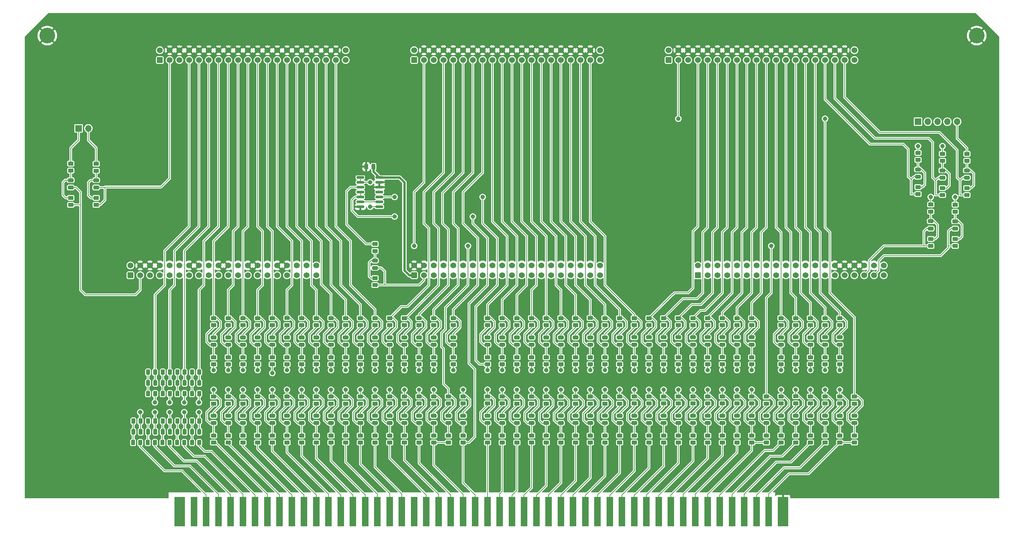
<source format=gtl>
%TF.GenerationSoftware,KiCad,Pcbnew,7.0.9-1.fc38*%
%TF.CreationDate,2023-12-12T04:45:20+10:00*%
%TF.ProjectId,LogicAnalyserSMD,4c6f6769-6341-46e6-916c-79736572534d,0.1*%
%TF.SameCoordinates,Original*%
%TF.FileFunction,Copper,L1,Top*%
%TF.FilePolarity,Positive*%
%FSLAX46Y46*%
G04 Gerber Fmt 4.6, Leading zero omitted, Abs format (unit mm)*
G04 Created by KiCad (PCBNEW 7.0.9-1.fc38) date 2023-12-12 04:45:20*
%MOMM*%
%LPD*%
G01*
G04 APERTURE LIST*
G04 Aperture macros list*
%AMRoundRect*
0 Rectangle with rounded corners*
0 $1 Rounding radius*
0 $2 $3 $4 $5 $6 $7 $8 $9 X,Y pos of 4 corners*
0 Add a 4 corners polygon primitive as box body*
4,1,4,$2,$3,$4,$5,$6,$7,$8,$9,$2,$3,0*
0 Add four circle primitives for the rounded corners*
1,1,$1+$1,$2,$3*
1,1,$1+$1,$4,$5*
1,1,$1+$1,$6,$7*
1,1,$1+$1,$8,$9*
0 Add four rect primitives between the rounded corners*
20,1,$1+$1,$2,$3,$4,$5,0*
20,1,$1+$1,$4,$5,$6,$7,0*
20,1,$1+$1,$6,$7,$8,$9,0*
20,1,$1+$1,$8,$9,$2,$3,0*%
G04 Aperture macros list end*
%TA.AperFunction,ConnectorPad*%
%ADD10R,2.794000X7.620000*%
%TD*%
%TA.AperFunction,ConnectorPad*%
%ADD11R,1.778000X7.620000*%
%TD*%
%TA.AperFunction,ComponentPad*%
%ADD12C,4.064000*%
%TD*%
%TA.AperFunction,SMDPad,CuDef*%
%ADD13RoundRect,0.250000X0.262500X0.450000X-0.262500X0.450000X-0.262500X-0.450000X0.262500X-0.450000X0*%
%TD*%
%TA.AperFunction,SMDPad,CuDef*%
%ADD14RoundRect,0.250000X0.475000X-0.250000X0.475000X0.250000X-0.475000X0.250000X-0.475000X-0.250000X0*%
%TD*%
%TA.AperFunction,SMDPad,CuDef*%
%ADD15RoundRect,0.250000X0.450000X-0.262500X0.450000X0.262500X-0.450000X0.262500X-0.450000X-0.262500X0*%
%TD*%
%TA.AperFunction,SMDPad,CuDef*%
%ADD16RoundRect,0.250000X-0.262500X-0.450000X0.262500X-0.450000X0.262500X0.450000X-0.262500X0.450000X0*%
%TD*%
%TA.AperFunction,SMDPad,CuDef*%
%ADD17RoundRect,0.250000X-0.475000X0.250000X-0.475000X-0.250000X0.475000X-0.250000X0.475000X0.250000X0*%
%TD*%
%TA.AperFunction,SMDPad,CuDef*%
%ADD18RoundRect,0.250000X-0.450000X0.262500X-0.450000X-0.262500X0.450000X-0.262500X0.450000X0.262500X0*%
%TD*%
%TA.AperFunction,SMDPad,CuDef*%
%ADD19RoundRect,0.250000X0.250000X0.475000X-0.250000X0.475000X-0.250000X-0.475000X0.250000X-0.475000X0*%
%TD*%
%TA.AperFunction,SMDPad,CuDef*%
%ADD20RoundRect,0.250000X-0.250000X-0.475000X0.250000X-0.475000X0.250000X0.475000X-0.250000X0.475000X0*%
%TD*%
%TA.AperFunction,ComponentPad*%
%ADD21RoundRect,0.224118X0.537882X-0.537882X0.537882X0.537882X-0.537882X0.537882X-0.537882X-0.537882X0*%
%TD*%
%TA.AperFunction,ComponentPad*%
%ADD22C,1.524000*%
%TD*%
%TA.AperFunction,ComponentPad*%
%ADD23R,1.700000X1.700000*%
%TD*%
%TA.AperFunction,ComponentPad*%
%ADD24O,1.700000X1.700000*%
%TD*%
%TA.AperFunction,SMDPad,CuDef*%
%ADD25RoundRect,0.150000X-0.825000X-0.150000X0.825000X-0.150000X0.825000X0.150000X-0.825000X0.150000X0*%
%TD*%
%TA.AperFunction,ViaPad*%
%ADD26C,1.143000*%
%TD*%
%TA.AperFunction,Conductor*%
%ADD27C,0.203200*%
%TD*%
%TA.AperFunction,Conductor*%
%ADD28C,0.609600*%
%TD*%
G04 APERTURE END LIST*
D10*
%TO.P,P1,1,+8_V*%
%TO.N,unconnected-(P1-+8_V-Pad1)*%
X53467000Y-175641000D03*
D11*
%TO.P,P1,2,+16_V*%
%TO.N,unconnected-(P1-+16_V-Pad2)*%
X57150000Y-175641000D03*
%TO.P,P1,3,XRDY*%
%TO.N,/XRDY*%
X60325000Y-175641000D03*
%TO.P,P1,4,VIO\u002A*%
%TO.N,/VI0\u002A*%
X63500000Y-175641000D03*
%TO.P,P1,5,VI1\u002A*%
%TO.N,/VI1\u002A*%
X66675000Y-175641000D03*
%TO.P,P1,6,VI2\u002A*%
%TO.N,/VI2\u002A*%
X69850000Y-175641000D03*
%TO.P,P1,7,VI3\u002A*%
%TO.N,/VI3\u002A*%
X73025000Y-175641000D03*
%TO.P,P1,8,VI4\u002A*%
%TO.N,/VI4\u002A*%
X76200000Y-175641000D03*
%TO.P,P1,9,VI5\u002A*%
%TO.N,/VI5\u002A*%
X79375000Y-175641000D03*
%TO.P,P1,10,VI6\u002A*%
%TO.N,/VI6\u002A*%
X82550000Y-175641000D03*
%TO.P,P1,11,VI7\u002A*%
%TO.N,/VI7\u002A*%
X85725000Y-175641000D03*
%TO.P,P1,12,NMI\u002A*%
%TO.N,/NMI\u002A*%
X88900000Y-175641000D03*
%TO.P,P1,13,PWRFAIL\u002A*%
%TO.N,/PWRFAIL\u002A*%
X92075000Y-175641000D03*
%TO.P,P1,14,TMA3\u002A*%
%TO.N,/TMA3\u002A*%
X95250000Y-175641000D03*
%TO.P,P1,15,A18*%
%TO.N,/A18*%
X98425000Y-175641000D03*
%TO.P,P1,16,A16*%
%TO.N,/A16*%
X101600000Y-175641000D03*
%TO.P,P1,17,A17*%
%TO.N,/A17*%
X104775000Y-175641000D03*
%TO.P,P1,18,SDSB\u002A*%
%TO.N,/SDSB\u002A*%
X107950000Y-175641000D03*
%TO.P,P1,19,CDSB\u002A*%
%TO.N,/CDSB\u002A*%
X111125000Y-175641000D03*
%TO.P,P1,20,0_V1*%
%TO.N,unconnected-(P1-0_V1-Pad20)*%
X114300000Y-175641000D03*
%TO.P,P1,21,NDEF1*%
%TO.N,/NDEF1*%
X117475000Y-175641000D03*
%TO.P,P1,22,ADSB\u002A*%
%TO.N,/ADSB\u002A*%
X120650000Y-175641000D03*
%TO.P,P1,23,DODSB\u002A*%
%TO.N,/DODSB\u002A*%
X123825000Y-175641000D03*
%TO.P,P1,24,PHI*%
%TO.N,/PHI*%
X127000000Y-175641000D03*
%TO.P,P1,25,pSTVAL\u002A*%
%TO.N,/pSTVAL\u002A*%
X130175000Y-175641000D03*
%TO.P,P1,26,pHDLA*%
%TO.N,/pHLDA*%
X133350000Y-175641000D03*
%TO.P,P1,27,RFU_1*%
%TO.N,/RFU1*%
X136525000Y-175641000D03*
%TO.P,P1,28,RFU_2*%
%TO.N,/RFU2*%
X139700000Y-175641000D03*
%TO.P,P1,29,A5*%
%TO.N,/A5*%
X142875000Y-175641000D03*
%TO.P,P1,30,A4*%
%TO.N,/A4*%
X146050000Y-175641000D03*
%TO.P,P1,31,A3*%
%TO.N,/A3*%
X149225000Y-175641000D03*
%TO.P,P1,32,A15*%
%TO.N,/A15*%
X152400000Y-175641000D03*
%TO.P,P1,33,A12*%
%TO.N,/A12*%
X155575000Y-175641000D03*
%TO.P,P1,34,A9*%
%TO.N,/A9*%
X158750000Y-175641000D03*
%TO.P,P1,35,DO1_ED1*%
%TO.N,/DO1*%
X161925000Y-175641000D03*
%TO.P,P1,36,DO0_ED0*%
%TO.N,/DO0*%
X165100000Y-175641000D03*
%TO.P,P1,37,A10*%
%TO.N,/A10*%
X168275000Y-175641000D03*
%TO.P,P1,38,DO4_ED4*%
%TO.N,/DO4*%
X171450000Y-175641000D03*
%TO.P,P1,39,DO5_ED5*%
%TO.N,/DO5*%
X174625000Y-175641000D03*
%TO.P,P1,40,DO6_ED6*%
%TO.N,/DO6*%
X177800000Y-175641000D03*
%TO.P,P1,41,D12_OD2*%
%TO.N,/DI2*%
X180975000Y-175641000D03*
%TO.P,P1,42,D13_OD3*%
%TO.N,/DI3*%
X184150000Y-175641000D03*
%TO.P,P1,43,D17_OD7*%
%TO.N,/DI7*%
X187325000Y-175641000D03*
%TO.P,P1,44,sM1*%
%TO.N,/sM1*%
X190500000Y-175641000D03*
%TO.P,P1,45,sOUT*%
%TO.N,/sOUT*%
X193675000Y-175641000D03*
%TO.P,P1,46,sINP*%
%TO.N,/sINP*%
X196850000Y-175641000D03*
%TO.P,P1,47,sMEMR*%
%TO.N,/sMEMR*%
X200025000Y-175641000D03*
%TO.P,P1,48,sHLTA*%
%TO.N,/sHLTA*%
X203200000Y-175641000D03*
%TO.P,P1,49,CLOCK*%
%TO.N,/CLOCK*%
X206375000Y-175641000D03*
D10*
%TO.P,P1,50,GND*%
%TO.N,GND*%
X210058000Y-175641000D03*
%TD*%
D12*
%TO.P,P35,1,1*%
%TO.N,GND*%
X260350000Y-52070000D03*
%TD*%
%TO.P,P34,1,1*%
%TO.N,GND*%
X19050000Y-52070000D03*
%TD*%
D13*
%TO.P,R1,1*%
%TO.N,/XRDY*%
X43180000Y-157734000D03*
%TO.P,R1,2*%
%TO.N,Net-(C1-Pad1)*%
X41355000Y-157734000D03*
%TD*%
D14*
%TO.P,C41,1*%
%TO.N,Net-(C41-Pad1)*%
X119380000Y-152654000D03*
%TO.P,C41,2*%
%TO.N,/S_PHI*%
X119380000Y-150754000D03*
%TD*%
D15*
%TO.P,R146,1*%
%TO.N,Net-(C73-Pad1)*%
X186690000Y-147574000D03*
%TO.P,R146,2*%
%TO.N,/S_DO6*%
X186690000Y-145749000D03*
%TD*%
%TO.P,R173,1*%
%TO.N,/sMEMR*%
X217170000Y-157734000D03*
%TO.P,R173,2*%
%TO.N,Net-(C87-Pad1)*%
X217170000Y-155909000D03*
%TD*%
D16*
%TO.P,R8,1*%
%TO.N,Net-(C4-Pad1)*%
X49022000Y-139446000D03*
%TO.P,R8,2*%
%TO.N,/S_TMA0\u002A*%
X50847000Y-139446000D03*
%TD*%
D17*
%TO.P,C100,1*%
%TO.N,Net-(C100-Pad1)*%
X104140000Y-110490000D03*
%TO.P,C100,2*%
%TO.N,/S_CLK4*%
X104140000Y-112390000D03*
%TD*%
D15*
%TO.P,R24,1*%
%TO.N,Net-(C12-Pad1)*%
X66040000Y-127254000D03*
%TO.P,R24,2*%
%TO.N,/S_A19*%
X66040000Y-125429000D03*
%TD*%
%TO.P,R93,1*%
%TO.N,/RFU1*%
X137160000Y-157734000D03*
%TO.P,R93,2*%
%TO.N,Net-(C47-Pad1)*%
X137160000Y-155909000D03*
%TD*%
D16*
%TO.P,R14,1*%
%TO.N,Net-(C7-Pad1)*%
X52832000Y-152146000D03*
%TO.P,R14,2*%
%TO.N,/S_VI2\u002A*%
X54657000Y-152146000D03*
%TD*%
D15*
%TO.P,R142,1*%
%TO.N,Net-(C71-Pad1)*%
X182880000Y-147574000D03*
%TO.P,R142,2*%
%TO.N,/S_DO5*%
X182880000Y-145749000D03*
%TD*%
%TO.P,R103,1*%
%TO.N,/A1*%
X148590000Y-137414000D03*
%TO.P,R103,2*%
%TO.N,Net-(C52-Pad1)*%
X148590000Y-135589000D03*
%TD*%
D14*
%TO.P,C35,1*%
%TO.N,Net-(C35-Pad1)*%
X107950000Y-152654000D03*
%TO.P,C35,2*%
%TO.N,/S_NDEF1*%
X107950000Y-150754000D03*
%TD*%
%TO.P,C43,1*%
%TO.N,Net-(C43-Pad1)*%
X127000000Y-152654000D03*
%TO.P,C43,2*%
%TO.N,/S_pSTVAL\u002A*%
X127000000Y-150754000D03*
%TD*%
D15*
%TO.P,R116,1*%
%TO.N,Net-(C58-Pad1)*%
X160020000Y-127238000D03*
%TO.P,R116,2*%
%TO.N,/S_A7*%
X160020000Y-125413000D03*
%TD*%
%TO.P,R85,1*%
%TO.N,/pSTVAL\u002A*%
X127000000Y-157734000D03*
%TO.P,R85,2*%
%TO.N,Net-(C43-Pad1)*%
X127000000Y-155909000D03*
%TD*%
%TO.P,R137,1*%
%TO.N,/DO4*%
X179070000Y-157734000D03*
%TO.P,R137,2*%
%TO.N,Net-(C69-Pad1)*%
X179070000Y-155909000D03*
%TD*%
%TO.P,R179,1*%
%TO.N,/POC\u002A*%
X224790000Y-137414000D03*
%TO.P,R179,2*%
%TO.N,Net-(C90-Pad1)*%
X224790000Y-135589000D03*
%TD*%
D14*
%TO.P,C29,1*%
%TO.N,Net-(C29-Pad1)*%
X96520000Y-152654000D03*
%TO.P,C29,2*%
%TO.N,/S_A17*%
X96520000Y-150754000D03*
%TD*%
D15*
%TO.P,R153,1*%
%TO.N,/DI3*%
X194310000Y-157734000D03*
%TO.P,R153,2*%
%TO.N,Net-(C77-Pad1)*%
X194310000Y-155909000D03*
%TD*%
%TO.P,R49,1*%
%TO.N,/A18*%
X88900000Y-157734000D03*
%TO.P,R49,2*%
%TO.N,Net-(C25-Pad1)*%
X88900000Y-155909000D03*
%TD*%
%TO.P,R38,1*%
%TO.N,Net-(C19-Pad1)*%
X77470000Y-147621000D03*
%TO.P,R38,2*%
%TO.N,/S_NMI\u002A*%
X77470000Y-145796000D03*
%TD*%
D14*
%TO.P,C48,1*%
%TO.N,Net-(C48-Pad1)*%
X140970000Y-132334000D03*
%TO.P,C48,2*%
%TO.N,/S_pDBIN*%
X140970000Y-130434000D03*
%TD*%
%TO.P,C91,1*%
%TO.N,Net-(C91-Pad1)*%
X224790000Y-152654000D03*
%TO.P,C91,2*%
%TO.N,/S_CLOCK*%
X224790000Y-150754000D03*
%TD*%
D15*
%TO.P,R51,1*%
%TO.N,/NDEF3*%
X92710000Y-137414000D03*
%TO.P,R51,2*%
%TO.N,Net-(C26-Pad1)*%
X92710000Y-135589000D03*
%TD*%
D14*
%TO.P,C16,1*%
%TO.N,Net-(C16-Pad1)*%
X73660000Y-132334000D03*
%TO.P,C16,2*%
%TO.N,/S_A20*%
X73660000Y-130434000D03*
%TD*%
%TO.P,C79,1*%
%TO.N,Net-(C79-Pad1)*%
X198120000Y-152654000D03*
%TO.P,C79,2*%
%TO.N,/S_DI7*%
X198120000Y-150754000D03*
%TD*%
D15*
%TO.P,R46,1*%
%TO.N,Net-(C23-Pad1)*%
X85090000Y-147621000D03*
%TO.P,R46,2*%
%TO.N,/S_TMA3\u002A*%
X85090000Y-145796000D03*
%TD*%
D18*
%TO.P,R199,1*%
%TO.N,/pSTVAL_and_pSync*%
X104140000Y-106172000D03*
%TO.P,R199,2*%
%TO.N,Net-(C100-Pad1)*%
X104140000Y-107997000D03*
%TD*%
D16*
%TO.P,R18,1*%
%TO.N,Net-(C9-Pad1)*%
X56642000Y-152146000D03*
%TO.P,R18,2*%
%TO.N,/S_VI3\u002A*%
X58467000Y-152146000D03*
%TD*%
D14*
%TO.P,C74,1*%
%TO.N,Net-(C74-Pad1)*%
X190500000Y-132312500D03*
%TO.P,C74,2*%
%TO.N,/S_DI4*%
X190500000Y-130412500D03*
%TD*%
%TO.P,C73,1*%
%TO.N,Net-(C73-Pad1)*%
X186690000Y-152654000D03*
%TO.P,C73,2*%
%TO.N,/S_DO6*%
X186690000Y-150754000D03*
%TD*%
D15*
%TO.P,R135,1*%
%TO.N,/DO2*%
X179070000Y-137414000D03*
%TO.P,R135,2*%
%TO.N,Net-(C68-Pad1)*%
X179070000Y-135589000D03*
%TD*%
D14*
%TO.P,C39,1*%
%TO.N,Net-(C39-Pad1)*%
X115570000Y-152654000D03*
%TO.P,C39,2*%
%TO.N,/S_DODSB\u002A*%
X115570000Y-150754000D03*
%TD*%
D19*
%TO.P,C103,1*%
%TO.N,VCC*%
X103754000Y-86106000D03*
%TO.P,C103,2*%
%TO.N,GND*%
X101854000Y-86106000D03*
%TD*%
D15*
%TO.P,R201,1*%
%TO.N,/CLOCK*%
X228600000Y-157734000D03*
%TO.P,R201,2*%
%TO.N,Net-(C101-Pad1)*%
X228600000Y-155909000D03*
%TD*%
%TO.P,R26,1*%
%TO.N,Net-(C13-Pad1)*%
X66040000Y-147621000D03*
%TO.P,R26,2*%
%TO.N,/S_VI5\u002A*%
X66040000Y-145796000D03*
%TD*%
D13*
%TO.P,R17,1*%
%TO.N,/VI3\u002A*%
X58467000Y-157734000D03*
%TO.P,R17,2*%
%TO.N,Net-(C9-Pad1)*%
X56642000Y-157734000D03*
%TD*%
D15*
%TO.P,R114,1*%
%TO.N,Net-(C57-Pad1)*%
X156210000Y-147621000D03*
%TO.P,R114,2*%
%TO.N,/S_A15*%
X156210000Y-145796000D03*
%TD*%
%TO.P,R99,1*%
%TO.N,/A0*%
X144780000Y-137414000D03*
%TO.P,R99,2*%
%TO.N,Net-(C50-Pad1)*%
X144780000Y-135589000D03*
%TD*%
%TO.P,R84,1*%
%TO.N,Net-(C42-Pad1)*%
X124460000Y-127254000D03*
%TO.P,R84,2*%
%TO.N,/S_RESET\u002A*%
X124460000Y-125429000D03*
%TD*%
D18*
%TO.P,R194,1*%
%TO.N,Net-(C97-Pad1)*%
X31750000Y-94187000D03*
%TO.P,R194,2*%
%TO.N,/S_CLK1*%
X31750000Y-96012000D03*
%TD*%
D14*
%TO.P,C15,1*%
%TO.N,Net-(C15-Pad1)*%
X69850000Y-152654000D03*
%TO.P,C15,2*%
%TO.N,/S_VI6\u002A*%
X69850000Y-150754000D03*
%TD*%
%TO.P,C21,1*%
%TO.N,Net-(C21-Pad1)*%
X81280000Y-152654000D03*
%TO.P,C21,2*%
%TO.N,/S_PWRFAIL\u002A*%
X81280000Y-150754000D03*
%TD*%
%TO.P,C17,1*%
%TO.N,Net-(C17-Pad1)*%
X73660000Y-152654000D03*
%TO.P,C17,2*%
%TO.N,/S_VI7\u002A*%
X73660000Y-150754000D03*
%TD*%
D20*
%TO.P,C2,1*%
%TO.N,Net-(C2-Pad1)*%
X45212000Y-142240000D03*
%TO.P,C2,2*%
%TO.N,/S_SLAVECLR\u002A*%
X47112000Y-142240000D03*
%TD*%
D21*
%TO.P,J3,1,+5V*%
%TO.N,unconnected-(J3-+5V-Pad1)*%
X114300000Y-58420000D03*
D22*
%TO.P,J3,2,Power_GND*%
%TO.N,unconnected-(J3-Power_GND-Pad2)*%
X114300000Y-55880000D03*
%TO.P,J3,3,CLK*%
%TO.N,/S_CLK3*%
X116840000Y-58420000D03*
%TO.P,J3,4,Signal_GND*%
%TO.N,GND*%
X116840000Y-55880000D03*
%TO.P,J3,5,N/C*%
%TO.N,unconnected-(J3-N{slash}C-Pad5)*%
X119380000Y-58420000D03*
%TO.P,J3,6,Signal_GND*%
%TO.N,GND*%
X119380000Y-55880000D03*
%TO.P,J3,7,D15*%
%TO.N,/S_RFU4*%
X121920000Y-58420000D03*
%TO.P,J3,8,Signal_GND*%
%TO.N,GND*%
X121920000Y-55880000D03*
%TO.P,J3,9,D14*%
%TO.N,/S_RDY*%
X124460000Y-58420000D03*
%TO.P,J3,10,Signal_GND*%
%TO.N,GND*%
X124460000Y-55880000D03*
%TO.P,J3,11,D13*%
%TO.N,/S_INT\u002A*%
X127000000Y-58420000D03*
%TO.P,J3,12,Signal_GND*%
%TO.N,GND*%
X127000000Y-55880000D03*
%TO.P,J3,13,D12*%
%TO.N,/S_HOLD\u002A*%
X129540000Y-58420000D03*
%TO.P,J3,14,Signal_GND*%
%TO.N,GND*%
X129540000Y-55880000D03*
%TO.P,J3,15,D11*%
%TO.N,/S_RESET\u002A*%
X132080000Y-58420000D03*
%TO.P,J3,16,Signal_GND*%
%TO.N,GND*%
X132080000Y-55880000D03*
%TO.P,J3,17,D10*%
%TO.N,/S_pSYNC*%
X134620000Y-58420000D03*
%TO.P,J3,18,Signal_GND*%
%TO.N,GND*%
X134620000Y-55880000D03*
%TO.P,J3,19,D9*%
%TO.N,/S_pWR\u002A*%
X137160000Y-58420000D03*
%TO.P,J3,20,Signal_GND*%
%TO.N,GND*%
X137160000Y-55880000D03*
%TO.P,J3,21,D8*%
%TO.N,/S_pDBIN*%
X139700000Y-58420000D03*
%TO.P,J3,22,Signal_GND*%
%TO.N,GND*%
X139700000Y-55880000D03*
%TO.P,J3,23,D7*%
%TO.N,/S_A0*%
X142240000Y-58420000D03*
%TO.P,J3,24,Signal_GND*%
%TO.N,GND*%
X142240000Y-55880000D03*
%TO.P,J3,25,D6*%
%TO.N,/S_A1*%
X144780000Y-58420000D03*
%TO.P,J3,26,Signal_GND*%
%TO.N,GND*%
X144780000Y-55880000D03*
%TO.P,J3,27,D5*%
%TO.N,/S_A2*%
X147320000Y-58420000D03*
%TO.P,J3,28,Signal_GND*%
%TO.N,GND*%
X147320000Y-55880000D03*
%TO.P,J3,29,D4*%
%TO.N,/S_A6*%
X149860000Y-58420000D03*
%TO.P,J3,30,Signal_GND*%
%TO.N,GND*%
X149860000Y-55880000D03*
%TO.P,J3,31,D3*%
%TO.N,/S_A7*%
X152400000Y-58420000D03*
%TO.P,J3,32,Signal_GND*%
%TO.N,GND*%
X152400000Y-55880000D03*
%TO.P,J3,33,D2*%
%TO.N,/S_A8*%
X154940000Y-58420000D03*
%TO.P,J3,34,Signal_GND*%
%TO.N,GND*%
X154940000Y-55880000D03*
%TO.P,J3,35,D1*%
%TO.N,/S_A13*%
X157480000Y-58420000D03*
%TO.P,J3,36,Signal_GND*%
%TO.N,GND*%
X157480000Y-55880000D03*
%TO.P,J3,37,D0*%
%TO.N,/S_A14*%
X160020000Y-58420000D03*
%TO.P,J3,38,Signal_GND*%
%TO.N,GND*%
X160020000Y-55880000D03*
%TO.P,J3,39,+5V*%
%TO.N,unconnected-(J3-+5V-Pad39)*%
X162560000Y-58420000D03*
%TO.P,J3,40,Power_GND*%
%TO.N,unconnected-(J3-Power_GND-Pad40)*%
X162560000Y-55880000D03*
%TD*%
D15*
%TO.P,R67,1*%
%TO.N,/RFU4*%
X107950000Y-137414000D03*
%TO.P,R67,2*%
%TO.N,Net-(C34-Pad1)*%
X107950000Y-135589000D03*
%TD*%
D18*
%TO.P,R189,1*%
%TO.N,/X3*%
X254762000Y-95965000D03*
%TO.P,R189,2*%
%TO.N,Net-(C95-Pad1)*%
X254762000Y-97790000D03*
%TD*%
D14*
%TO.P,C54,1*%
%TO.N,Net-(C54-Pad1)*%
X152400000Y-132334000D03*
%TO.P,C54,2*%
%TO.N,/S_A2*%
X152400000Y-130434000D03*
%TD*%
D17*
%TO.P,C96,1*%
%TO.N,Net-(C96-Pad1)*%
X257810000Y-87075000D03*
%TO.P,C96,2*%
%TO.N,/S_X4*%
X257810000Y-88975000D03*
%TD*%
D14*
%TO.P,C49,1*%
%TO.N,Net-(C49-Pad1)*%
X140970000Y-152654000D03*
%TO.P,C49,2*%
%TO.N,/S_RFU2*%
X140970000Y-150754000D03*
%TD*%
D15*
%TO.P,R35,1*%
%TO.N,/A21*%
X77470000Y-137414000D03*
%TO.P,R35,2*%
%TO.N,Net-(C18-Pad1)*%
X77470000Y-135589000D03*
%TD*%
%TO.P,R128,1*%
%TO.N,Net-(C64-Pad1)*%
X171450000Y-127254000D03*
%TO.P,R128,2*%
%TO.N,/S_A14*%
X171450000Y-125429000D03*
%TD*%
%TO.P,R132,1*%
%TO.N,Net-(C66-Pad1)*%
X175260000Y-127254000D03*
%TO.P,R132,2*%
%TO.N,/S_A11*%
X175260000Y-125429000D03*
%TD*%
%TO.P,R197,1*%
%TO.N,/PHI*%
X123190000Y-157734000D03*
%TO.P,R197,2*%
%TO.N,Net-(C99-Pad1)*%
X123190000Y-155909000D03*
%TD*%
%TO.P,R61,1*%
%TO.N,/SDSB\u002A*%
X100330000Y-157734000D03*
%TO.P,R61,2*%
%TO.N,Net-(C31-Pad1)*%
X100330000Y-155909000D03*
%TD*%
%TO.P,R74,1*%
%TO.N,Net-(C37-Pad1)*%
X111760000Y-147574000D03*
%TO.P,R74,2*%
%TO.N,/S_ADSB\u002A*%
X111760000Y-145749000D03*
%TD*%
%TO.P,R32,1*%
%TO.N,Net-(C16-Pad1)*%
X73660000Y-127254000D03*
%TO.P,R32,2*%
%TO.N,/S_A20*%
X73660000Y-125429000D03*
%TD*%
D14*
%TO.P,C18,1*%
%TO.N,Net-(C18-Pad1)*%
X77470000Y-132334000D03*
%TO.P,C18,2*%
%TO.N,/S_A21*%
X77470000Y-130434000D03*
%TD*%
D15*
%TO.P,R121,1*%
%TO.N,/A9*%
X163830000Y-157734000D03*
%TO.P,R121,2*%
%TO.N,Net-(C61-Pad1)*%
X163830000Y-155909000D03*
%TD*%
D14*
%TO.P,C56,1*%
%TO.N,Net-(C56-Pad1)*%
X156210000Y-132334000D03*
%TO.P,C56,2*%
%TO.N,/S_A6*%
X156210000Y-130434000D03*
%TD*%
D15*
%TO.P,R25,1*%
%TO.N,/VI5\u002A*%
X66040000Y-157734000D03*
%TO.P,R25,2*%
%TO.N,Net-(C13-Pad1)*%
X66040000Y-155909000D03*
%TD*%
D14*
%TO.P,C31,1*%
%TO.N,Net-(C31-Pad1)*%
X100330000Y-152654000D03*
%TO.P,C31,2*%
%TO.N,/S_SDSB\u002A*%
X100330000Y-150754000D03*
%TD*%
D15*
%TO.P,R134,1*%
%TO.N,Net-(C67-Pad1)*%
X175260000Y-147574000D03*
%TO.P,R134,2*%
%TO.N,/S_A10*%
X175260000Y-145749000D03*
%TD*%
%TO.P,R39,1*%
%TO.N,/A22*%
X81280000Y-137414000D03*
%TO.P,R39,2*%
%TO.N,Net-(C20-Pad1)*%
X81280000Y-135589000D03*
%TD*%
%TO.P,R22,1*%
%TO.N,Net-(C11-Pad1)*%
X62230000Y-147621000D03*
%TO.P,R22,2*%
%TO.N,/S_VI4\u002A*%
X62230000Y-145796000D03*
%TD*%
%TO.P,R44,1*%
%TO.N,Net-(C22-Pad1)*%
X85090000Y-127254000D03*
%TO.P,R44,2*%
%TO.N,/S_A23*%
X85090000Y-125429000D03*
%TD*%
D21*
%TO.P,J6,1,+5V*%
%TO.N,unconnected-(J6-+5V-Pad1)*%
X187960000Y-114300000D03*
D22*
%TO.P,J6,2,Power_GND*%
%TO.N,unconnected-(J6-Power_GND-Pad2)*%
X187960000Y-111760000D03*
%TO.P,J6,3,CLK*%
%TO.N,/S_CLK6*%
X190500000Y-114300000D03*
%TO.P,J6,4,Signal_GND*%
%TO.N,GND*%
X190500000Y-111760000D03*
%TO.P,J6,5,N/C*%
%TO.N,unconnected-(J6-N{slash}C-Pad5)*%
X193040000Y-114300000D03*
%TO.P,J6,6,Signal_GND*%
%TO.N,GND*%
X193040000Y-111760000D03*
%TO.P,J6,7,D15*%
%TO.N,/S_DO0*%
X195580000Y-114300000D03*
%TO.P,J6,8,Signal_GND*%
%TO.N,GND*%
X195580000Y-111760000D03*
%TO.P,J6,9,D14*%
%TO.N,/S_A10*%
X198120000Y-114300000D03*
%TO.P,J6,10,Signal_GND*%
%TO.N,GND*%
X198120000Y-111760000D03*
%TO.P,J6,11,D13*%
%TO.N,/S_DO4*%
X200660000Y-114300000D03*
%TO.P,J6,12,Signal_GND*%
%TO.N,GND*%
X200660000Y-111760000D03*
%TO.P,J6,13,D12*%
%TO.N,/S_DO5*%
X203200000Y-114300000D03*
%TO.P,J6,14,Signal_GND*%
%TO.N,GND*%
X203200000Y-111760000D03*
%TO.P,J6,15,D11*%
%TO.N,/S_DO6*%
X205740000Y-114300000D03*
%TO.P,J6,16,Signal_GND*%
%TO.N,GND*%
X205740000Y-111760000D03*
%TO.P,J6,17,D10*%
%TO.N,/S_DI2*%
X208280000Y-114300000D03*
%TO.P,J6,18,Signal_GND*%
%TO.N,GND*%
X208280000Y-111760000D03*
%TO.P,J6,19,D9*%
%TO.N,/S_DI3*%
X210820000Y-114300000D03*
%TO.P,J6,20,Signal_GND*%
%TO.N,GND*%
X210820000Y-111760000D03*
%TO.P,J6,21,D8*%
%TO.N,/S_DI7*%
X213360000Y-114300000D03*
%TO.P,J6,22,Signal_GND*%
%TO.N,GND*%
X213360000Y-111760000D03*
%TO.P,J6,23,D7*%
%TO.N,/S_sM1*%
X215900000Y-114300000D03*
%TO.P,J6,24,Signal_GND*%
%TO.N,GND*%
X215900000Y-111760000D03*
%TO.P,J6,25,D6*%
%TO.N,/S_sOUT*%
X218440000Y-114300000D03*
%TO.P,J6,26,Signal_GND*%
%TO.N,GND*%
X218440000Y-111760000D03*
%TO.P,J6,27,D5*%
%TO.N,/S_sINP*%
X220980000Y-114300000D03*
%TO.P,J6,28,Signal_GND*%
%TO.N,GND*%
X220980000Y-111760000D03*
%TO.P,J6,29,D4*%
%TO.N,/S_sMEMR*%
X223520000Y-114300000D03*
%TO.P,J6,30,Signal_GND*%
%TO.N,GND*%
X223520000Y-111760000D03*
%TO.P,J6,31,D3*%
%TO.N,/S_sHLTA*%
X226060000Y-114300000D03*
%TO.P,J6,32,Signal_GND*%
%TO.N,GND*%
X226060000Y-111760000D03*
%TO.P,J6,33,D2*%
%TO.N,/S_CLOCK*%
X228600000Y-114300000D03*
%TO.P,J6,34,Signal_GND*%
%TO.N,GND*%
X228600000Y-111760000D03*
%TO.P,J6,35,D1*%
%TO.N,/S_X1*%
X231140000Y-114300000D03*
%TO.P,J6,36,Signal_GND*%
%TO.N,GND*%
X231140000Y-111760000D03*
%TO.P,J6,37,D0*%
%TO.N,/S_X3*%
X233680000Y-114300000D03*
%TO.P,J6,38,Signal_GND*%
%TO.N,GND*%
X233680000Y-111760000D03*
%TO.P,J6,39,+5V*%
%TO.N,unconnected-(J6-+5V-Pad39)*%
X236220000Y-114300000D03*
%TO.P,J6,40,Power_GND*%
%TO.N,unconnected-(J6-Power_GND-Pad40)*%
X236220000Y-111760000D03*
%TD*%
D18*
%TO.P,R184,1*%
%TO.N,Net-(C92-Pad1)*%
X245110000Y-91393000D03*
%TO.P,R184,2*%
%TO.N,/S_X0*%
X245110000Y-93218000D03*
%TD*%
D14*
%TO.P,C44,1*%
%TO.N,Net-(C44-Pad1)*%
X133350000Y-132334000D03*
%TO.P,C44,2*%
%TO.N,/S_pSYNC*%
X133350000Y-130434000D03*
%TD*%
D15*
%TO.P,R66,1*%
%TO.N,Net-(C33-Pad1)*%
X104140000Y-147621000D03*
%TO.P,R66,2*%
%TO.N,/S_CDSB\u002A*%
X104140000Y-145796000D03*
%TD*%
%TO.P,R204,1*%
%TO.N,Net-(C102-Pad1)*%
X205740000Y-147621000D03*
%TO.P,R204,2*%
%TO.N,/S_CLK6*%
X205740000Y-145796000D03*
%TD*%
D14*
%TO.P,C101,1*%
%TO.N,Net-(C101-Pad1)*%
X228600000Y-152654000D03*
%TO.P,C101,2*%
%TO.N,/S_CLK5*%
X228600000Y-150754000D03*
%TD*%
%TO.P,C83,1*%
%TO.N,Net-(C83-Pad1)*%
X209550000Y-152654000D03*
%TO.P,C83,2*%
%TO.N,/S_sOUT*%
X209550000Y-150754000D03*
%TD*%
%TO.P,C13,1*%
%TO.N,Net-(C13-Pad1)*%
X66040000Y-152654000D03*
%TO.P,C13,2*%
%TO.N,/S_VI5\u002A*%
X66040000Y-150754000D03*
%TD*%
%TO.P,C34,1*%
%TO.N,Net-(C34-Pad1)*%
X107950000Y-132334000D03*
%TO.P,C34,2*%
%TO.N,/S_RFU4*%
X107950000Y-130434000D03*
%TD*%
D15*
%TO.P,R98,1*%
%TO.N,Net-(C49-Pad1)*%
X140970000Y-147621000D03*
%TO.P,R98,2*%
%TO.N,/S_RFU2*%
X140970000Y-145796000D03*
%TD*%
%TO.P,R79,1*%
%TO.N,/HOLD\u002A*%
X119380000Y-137414000D03*
%TO.P,R79,2*%
%TO.N,Net-(C40-Pad1)*%
X119380000Y-135589000D03*
%TD*%
D16*
%TO.P,R2,1*%
%TO.N,Net-(C1-Pad1)*%
X41402000Y-152146000D03*
%TO.P,R2,2*%
%TO.N,/S_XRDY*%
X43227000Y-152146000D03*
%TD*%
D15*
%TO.P,R144,1*%
%TO.N,Net-(C72-Pad1)*%
X186690000Y-127254000D03*
%TO.P,R144,2*%
%TO.N,/S_DO7*%
X186690000Y-125429000D03*
%TD*%
%TO.P,R95,1*%
%TO.N,/pDBIN*%
X140970000Y-137414000D03*
%TO.P,R95,2*%
%TO.N,Net-(C48-Pad1)*%
X140970000Y-135589000D03*
%TD*%
%TO.P,R83,1*%
%TO.N,/RESET\u002A*%
X124460000Y-137414000D03*
%TO.P,R83,2*%
%TO.N,Net-(C42-Pad1)*%
X124460000Y-135589000D03*
%TD*%
D17*
%TO.P,C95,1*%
%TO.N,Net-(C95-Pad1)*%
X254762000Y-100283000D03*
%TO.P,C95,2*%
%TO.N,/S_X3*%
X254762000Y-102183000D03*
%TD*%
D15*
%TO.P,R155,1*%
%TO.N,/DI6*%
X198120000Y-137414000D03*
%TO.P,R155,2*%
%TO.N,Net-(C78-Pad1)*%
X198120000Y-135589000D03*
%TD*%
%TO.P,R102,1*%
%TO.N,Net-(C51-Pad1)*%
X144780000Y-147621000D03*
%TO.P,R102,2*%
%TO.N,/S_A5*%
X144780000Y-145796000D03*
%TD*%
%TO.P,R80,1*%
%TO.N,Net-(C40-Pad1)*%
X119380000Y-127254000D03*
%TO.P,R80,2*%
%TO.N,/S_HOLD\u002A*%
X119380000Y-125429000D03*
%TD*%
D14*
%TO.P,C58,1*%
%TO.N,Net-(C58-Pad1)*%
X160020000Y-132334000D03*
%TO.P,C58,2*%
%TO.N,/S_A7*%
X160020000Y-130434000D03*
%TD*%
%TO.P,C36,1*%
%TO.N,Net-(C36-Pad1)*%
X111760000Y-132334000D03*
%TO.P,C36,2*%
%TO.N,/S_RDY*%
X111760000Y-130434000D03*
%TD*%
D15*
%TO.P,R23,1*%
%TO.N,/A19*%
X66040000Y-137414000D03*
%TO.P,R23,2*%
%TO.N,Net-(C12-Pad1)*%
X66040000Y-135589000D03*
%TD*%
%TO.P,R111,1*%
%TO.N,/A6*%
X156210000Y-137414000D03*
%TO.P,R111,2*%
%TO.N,Net-(C56-Pad1)*%
X156210000Y-135589000D03*
%TD*%
%TO.P,R60,1*%
%TO.N,Net-(C30-Pad1)*%
X100330000Y-127254000D03*
%TO.P,R60,2*%
%TO.N,/S_MWRT*%
X100330000Y-125429000D03*
%TD*%
D14*
%TO.P,C24,1*%
%TO.N,Net-(C24-Pad1)*%
X88900000Y-132334000D03*
%TO.P,C24,2*%
%TO.N,/S_NDEF2*%
X88900000Y-130434000D03*
%TD*%
D15*
%TO.P,R30,1*%
%TO.N,Net-(C15-Pad1)*%
X69850000Y-147621000D03*
%TO.P,R30,2*%
%TO.N,/S_VI6\u002A*%
X69850000Y-145796000D03*
%TD*%
D14*
%TO.P,C32,1*%
%TO.N,Net-(C32-Pad1)*%
X104140000Y-132334000D03*
%TO.P,C32,2*%
%TO.N,/S_RFU3*%
X104140000Y-130434000D03*
%TD*%
D16*
%TO.P,R12,1*%
%TO.N,Net-(C6-Pad1)*%
X52832000Y-139446000D03*
%TO.P,R12,2*%
%TO.N,/S_TMA1\u002A*%
X54657000Y-139446000D03*
%TD*%
D15*
%TO.P,R122,1*%
%TO.N,Net-(C61-Pad1)*%
X163830000Y-147621000D03*
%TO.P,R122,2*%
%TO.N,/S_A9*%
X163830000Y-145796000D03*
%TD*%
D20*
%TO.P,C7,1*%
%TO.N,Net-(C7-Pad1)*%
X52832000Y-154940000D03*
%TO.P,C7,2*%
%TO.N,/S_VI2\u002A*%
X54732000Y-154940000D03*
%TD*%
D14*
%TO.P,C30,1*%
%TO.N,Net-(C30-Pad1)*%
X100330000Y-132334000D03*
%TO.P,C30,2*%
%TO.N,/S_MWRT*%
X100330000Y-130434000D03*
%TD*%
%TO.P,C61,1*%
%TO.N,Net-(C61-Pad1)*%
X163830000Y-152654000D03*
%TO.P,C61,2*%
%TO.N,/S_A9*%
X163830000Y-150754000D03*
%TD*%
D15*
%TO.P,R81,1*%
%TO.N,/PHI*%
X119380000Y-157734000D03*
%TO.P,R81,2*%
%TO.N,Net-(C41-Pad1)*%
X119380000Y-155909000D03*
%TD*%
D21*
%TO.P,J5,1,+5V*%
%TO.N,unconnected-(J5-+5V-Pad1)*%
X180340000Y-58420000D03*
D22*
%TO.P,J5,2,Power_GND*%
%TO.N,unconnected-(J5-Power_GND-Pad2)*%
X180340000Y-55880000D03*
%TO.P,J5,3,CLK*%
%TO.N,/S_CLK5*%
X182880000Y-58420000D03*
%TO.P,J5,4,Signal_GND*%
%TO.N,GND*%
X182880000Y-55880000D03*
%TO.P,J5,5,N/C*%
%TO.N,unconnected-(J5-N{slash}C-Pad5)*%
X185420000Y-58420000D03*
%TO.P,J5,6,Signal_GND*%
%TO.N,GND*%
X185420000Y-55880000D03*
%TO.P,J5,7,D15*%
%TO.N,/S_A11*%
X187960000Y-58420000D03*
%TO.P,J5,8,Signal_GND*%
%TO.N,GND*%
X187960000Y-55880000D03*
%TO.P,J5,9,D14*%
%TO.N,/S_DO2*%
X190500000Y-58420000D03*
%TO.P,J5,10,Signal_GND*%
%TO.N,GND*%
X190500000Y-55880000D03*
%TO.P,J5,11,D13*%
%TO.N,/S_DO3*%
X193040000Y-58420000D03*
%TO.P,J5,12,Signal_GND*%
%TO.N,GND*%
X193040000Y-55880000D03*
%TO.P,J5,13,D12*%
%TO.N,/S_DO7*%
X195580000Y-58420000D03*
%TO.P,J5,14,Signal_GND*%
%TO.N,GND*%
X195580000Y-55880000D03*
%TO.P,J5,15,D11*%
%TO.N,/S_DI4*%
X198120000Y-58420000D03*
%TO.P,J5,16,Signal_GND*%
%TO.N,GND*%
X198120000Y-55880000D03*
%TO.P,J5,17,D10*%
%TO.N,/S_DI5*%
X200660000Y-58420000D03*
%TO.P,J5,18,Signal_GND*%
%TO.N,GND*%
X200660000Y-55880000D03*
%TO.P,J5,19,D9*%
%TO.N,/S_DI6*%
X203200000Y-58420000D03*
%TO.P,J5,20,Signal_GND*%
%TO.N,GND*%
X203200000Y-55880000D03*
%TO.P,J5,21,D8*%
%TO.N,/S_DI1*%
X205740000Y-58420000D03*
%TO.P,J5,22,Signal_GND*%
%TO.N,GND*%
X205740000Y-55880000D03*
%TO.P,J5,23,D7*%
%TO.N,/S_DI0*%
X208280000Y-58420000D03*
%TO.P,J5,24,Signal_GND*%
%TO.N,GND*%
X208280000Y-55880000D03*
%TO.P,J5,25,D6*%
%TO.N,/S_sINTA*%
X210820000Y-58420000D03*
%TO.P,J5,26,Signal_GND*%
%TO.N,GND*%
X210820000Y-55880000D03*
%TO.P,J5,27,D5*%
%TO.N,/S_sWO\u002A*%
X213360000Y-58420000D03*
%TO.P,J5,28,Signal_GND*%
%TO.N,GND*%
X213360000Y-55880000D03*
%TO.P,J5,29,D4*%
%TO.N,/S_ERROR\u002A*%
X215900000Y-58420000D03*
%TO.P,J5,30,Signal_GND*%
%TO.N,GND*%
X215900000Y-55880000D03*
%TO.P,J5,31,D3*%
%TO.N,/S_POC\u002A*%
X218440000Y-58420000D03*
%TO.P,J5,32,Signal_GND*%
%TO.N,GND*%
X218440000Y-55880000D03*
%TO.P,J5,33,D2*%
%TO.N,/S_X0*%
X220980000Y-58420000D03*
%TO.P,J5,34,Signal_GND*%
%TO.N,GND*%
X220980000Y-55880000D03*
%TO.P,J5,35,D1*%
%TO.N,/S_X2*%
X223520000Y-58420000D03*
%TO.P,J5,36,Signal_GND*%
%TO.N,GND*%
X223520000Y-55880000D03*
%TO.P,J5,37,D0*%
%TO.N,/S_X4*%
X226060000Y-58420000D03*
%TO.P,J5,38,Signal_GND*%
%TO.N,GND*%
X226060000Y-55880000D03*
%TO.P,J5,39,+5V*%
%TO.N,unconnected-(J5-+5V-Pad39)*%
X228600000Y-58420000D03*
%TO.P,J5,40,Power_GND*%
%TO.N,unconnected-(J5-Power_GND-Pad40)*%
X228600000Y-55880000D03*
%TD*%
D15*
%TO.P,R77,1*%
%TO.N,/DODSB\u002A*%
X115570000Y-157734000D03*
%TO.P,R77,2*%
%TO.N,Net-(C39-Pad1)*%
X115570000Y-155909000D03*
%TD*%
D18*
%TO.P,R186,1*%
%TO.N,Net-(C93-Pad1)*%
X248412000Y-104855000D03*
%TO.P,R186,2*%
%TO.N,/S_X1*%
X248412000Y-106680000D03*
%TD*%
D14*
%TO.P,C99,1*%
%TO.N,Net-(C99-Pad1)*%
X123190000Y-152654000D03*
%TO.P,C99,2*%
%TO.N,/S_CLK3*%
X123190000Y-150754000D03*
%TD*%
D13*
%TO.P,R9,1*%
%TO.N,/VI1\u002A*%
X50800000Y-157734000D03*
%TO.P,R9,2*%
%TO.N,Net-(C5-Pad1)*%
X48975000Y-157734000D03*
%TD*%
D14*
%TO.P,C26,1*%
%TO.N,Net-(C26-Pad1)*%
X92710000Y-132334000D03*
%TO.P,C26,2*%
%TO.N,/S_NDEF3*%
X92710000Y-130434000D03*
%TD*%
%TO.P,C75,1*%
%TO.N,Net-(C75-Pad1)*%
X190500000Y-152654000D03*
%TO.P,C75,2*%
%TO.N,/S_DI2*%
X190500000Y-150754000D03*
%TD*%
%TO.P,C86,1*%
%TO.N,Net-(C86-Pad1)*%
X217170000Y-132334000D03*
%TO.P,C86,2*%
%TO.N,/S_sWO\u002A*%
X217170000Y-130434000D03*
%TD*%
%TO.P,C38,1*%
%TO.N,Net-(C38-Pad1)*%
X115570000Y-132334000D03*
%TO.P,C38,2*%
%TO.N,/S_INT\u002A*%
X115570000Y-130434000D03*
%TD*%
D15*
%TO.P,R110,1*%
%TO.N,Net-(C55-Pad1)*%
X152400000Y-147621000D03*
%TO.P,R110,2*%
%TO.N,/S_A3*%
X152400000Y-145796000D03*
%TD*%
D14*
%TO.P,C84,1*%
%TO.N,Net-(C84-Pad1)*%
X213360000Y-132312500D03*
%TO.P,C84,2*%
%TO.N,/S_sINTA*%
X213360000Y-130412500D03*
%TD*%
%TO.P,C11,1*%
%TO.N,Net-(C11-Pad1)*%
X62230000Y-152654000D03*
%TO.P,C11,2*%
%TO.N,/S_VI4\u002A*%
X62230000Y-150754000D03*
%TD*%
D15*
%TO.P,R138,1*%
%TO.N,Net-(C69-Pad1)*%
X179070000Y-147574000D03*
%TO.P,R138,2*%
%TO.N,/S_DO4*%
X179070000Y-145749000D03*
%TD*%
D14*
%TO.P,C66,1*%
%TO.N,Net-(C66-Pad1)*%
X175260000Y-132312500D03*
%TO.P,C66,2*%
%TO.N,/S_A11*%
X175260000Y-130412500D03*
%TD*%
D18*
%TO.P,R183,1*%
%TO.N,/X0*%
X245110000Y-82503000D03*
%TO.P,R183,2*%
%TO.N,Net-(C92-Pad1)*%
X245110000Y-84328000D03*
%TD*%
D15*
%TO.P,R56,1*%
%TO.N,Net-(C28-Pad1)*%
X96520000Y-127254000D03*
%TO.P,R56,2*%
%TO.N,/S_PHANTOM\u002A*%
X96520000Y-125429000D03*
%TD*%
%TO.P,R97,1*%
%TO.N,/RFU2*%
X140970000Y-157734000D03*
%TO.P,R97,2*%
%TO.N,Net-(C49-Pad1)*%
X140970000Y-155909000D03*
%TD*%
D16*
%TO.P,R6,1*%
%TO.N,Net-(C3-Pad1)*%
X45212000Y-152146000D03*
%TO.P,R6,2*%
%TO.N,/S_VI0\u002A*%
X47037000Y-152146000D03*
%TD*%
D18*
%TO.P,R188,1*%
%TO.N,Net-(C94-Pad1)*%
X251460000Y-91647000D03*
%TO.P,R188,2*%
%TO.N,/S_X2*%
X251460000Y-93472000D03*
%TD*%
D15*
%TO.P,R27,1*%
%TO.N,/SIXTN\u002A*%
X69850000Y-137414000D03*
%TO.P,R27,2*%
%TO.N,Net-(C14-Pad1)*%
X69850000Y-135589000D03*
%TD*%
D13*
%TO.P,R7,1*%
%TO.N,/TMA0\u002A*%
X50847000Y-145034000D03*
%TO.P,R7,2*%
%TO.N,Net-(C4-Pad1)*%
X49022000Y-145034000D03*
%TD*%
D14*
%TO.P,C59,1*%
%TO.N,Net-(C59-Pad1)*%
X160020000Y-152654000D03*
%TO.P,C59,2*%
%TO.N,/S_A12*%
X160020000Y-150754000D03*
%TD*%
D15*
%TO.P,R50,1*%
%TO.N,Net-(C25-Pad1)*%
X88900000Y-147621000D03*
%TO.P,R50,2*%
%TO.N,/S_A18*%
X88900000Y-145796000D03*
%TD*%
%TO.P,R198,1*%
%TO.N,Net-(C99-Pad1)*%
X123190000Y-147574000D03*
%TO.P,R198,2*%
%TO.N,/S_CLK3*%
X123190000Y-145749000D03*
%TD*%
D16*
%TO.P,R16,1*%
%TO.N,Net-(C8-Pad1)*%
X56642000Y-139446000D03*
%TO.P,R16,2*%
%TO.N,/S_TMA2\u002A*%
X58467000Y-139446000D03*
%TD*%
D15*
%TO.P,R156,1*%
%TO.N,Net-(C78-Pad1)*%
X198120000Y-127254000D03*
%TO.P,R156,2*%
%TO.N,/S_DI6*%
X198120000Y-125429000D03*
%TD*%
%TO.P,R129,1*%
%TO.N,/DO0*%
X171450000Y-157734000D03*
%TO.P,R129,2*%
%TO.N,Net-(C65-Pad1)*%
X171450000Y-155909000D03*
%TD*%
%TO.P,R86,1*%
%TO.N,Net-(C43-Pad1)*%
X127000000Y-147574000D03*
%TO.P,R86,2*%
%TO.N,/S_pSTVAL\u002A*%
X127000000Y-145749000D03*
%TD*%
%TO.P,R33,1*%
%TO.N,/VI7\u002A*%
X73660000Y-157734000D03*
%TO.P,R33,2*%
%TO.N,Net-(C17-Pad1)*%
X73660000Y-155909000D03*
%TD*%
%TO.P,R57,1*%
%TO.N,/A17*%
X96520000Y-157734000D03*
%TO.P,R57,2*%
%TO.N,Net-(C29-Pad1)*%
X96520000Y-155909000D03*
%TD*%
D21*
%TO.P,J1,1,+5V*%
%TO.N,unconnected-(J1-+5V-Pad1)*%
X48276803Y-58436803D03*
D22*
%TO.P,J1,2,Power_GND*%
%TO.N,unconnected-(J1-Power_GND-Pad2)*%
X48276803Y-55896803D03*
%TO.P,J1,3,CLK*%
%TO.N,/S_CLK1*%
X50816803Y-58436803D03*
%TO.P,J1,4,Signal_GND*%
%TO.N,GND*%
X50816803Y-55896803D03*
%TO.P,J1,5,N/C*%
%TO.N,unconnected-(J1-N{slash}C-Pad5)*%
X53356803Y-58436803D03*
%TO.P,J1,6,Signal_GND*%
%TO.N,GND*%
X53356803Y-55896803D03*
%TO.P,J1,7,D15*%
%TO.N,/S_SLAVECLR\u002A*%
X55896803Y-58436803D03*
%TO.P,J1,8,Signal_GND*%
%TO.N,GND*%
X55896803Y-55896803D03*
%TO.P,J1,9,D14*%
%TO.N,/S_TMA0\u002A*%
X58436803Y-58436803D03*
%TO.P,J1,10,Signal_GND*%
%TO.N,GND*%
X58436803Y-55896803D03*
%TO.P,J1,11,D13*%
%TO.N,/S_TMA1\u002A*%
X60976803Y-58436803D03*
%TO.P,J1,12,Signal_GND*%
%TO.N,GND*%
X60976803Y-55896803D03*
%TO.P,J1,13,D12*%
%TO.N,/S_TMA2\u002A*%
X63516803Y-58436803D03*
%TO.P,J1,14,Signal_GND*%
%TO.N,GND*%
X63516803Y-55896803D03*
%TO.P,J1,15,D11*%
%TO.N,/S_sXTRQ\u002A*%
X66056803Y-58436803D03*
%TO.P,J1,16,Signal_GND*%
%TO.N,GND*%
X66056803Y-55896803D03*
%TO.P,J1,17,D10*%
%TO.N,/S_A19*%
X68596803Y-58436803D03*
%TO.P,J1,18,Signal_GND*%
%TO.N,GND*%
X68596803Y-55896803D03*
%TO.P,J1,19,D9*%
%TO.N,/S_SIXTN\u002A*%
X71136803Y-58436803D03*
%TO.P,J1,20,Signal_GND*%
%TO.N,GND*%
X71136803Y-55896803D03*
%TO.P,J1,21,D8*%
%TO.N,/S_A20*%
X73676803Y-58436803D03*
%TO.P,J1,22,Signal_GND*%
%TO.N,GND*%
X73676803Y-55896803D03*
%TO.P,J1,23,D7*%
%TO.N,/S_A21*%
X76216803Y-58436803D03*
%TO.P,J1,24,Signal_GND*%
%TO.N,GND*%
X76216803Y-55896803D03*
%TO.P,J1,25,D6*%
%TO.N,/S_A22*%
X78756803Y-58436803D03*
%TO.P,J1,26,Signal_GND*%
%TO.N,GND*%
X78756803Y-55896803D03*
%TO.P,J1,27,D5*%
%TO.N,/S_A23*%
X81296803Y-58436803D03*
%TO.P,J1,28,Signal_GND*%
%TO.N,GND*%
X81296803Y-55896803D03*
%TO.P,J1,29,D4*%
%TO.N,/S_NDEF2*%
X83836803Y-58436803D03*
%TO.P,J1,30,Signal_GND*%
%TO.N,GND*%
X83836803Y-55896803D03*
%TO.P,J1,31,D3*%
%TO.N,/S_NDEF3*%
X86376803Y-58436803D03*
%TO.P,J1,32,Signal_GND*%
%TO.N,GND*%
X86376803Y-55896803D03*
%TO.P,J1,33,D2*%
%TO.N,/S_PHANTOM\u002A*%
X88916803Y-58436803D03*
%TO.P,J1,34,Signal_GND*%
%TO.N,GND*%
X88916803Y-55896803D03*
%TO.P,J1,35,D1*%
%TO.N,/S_MWRT*%
X91456803Y-58436803D03*
%TO.P,J1,36,Signal_GND*%
%TO.N,GND*%
X91456803Y-55896803D03*
%TO.P,J1,37,D0*%
%TO.N,/S_RFU3*%
X93996803Y-58436803D03*
%TO.P,J1,38,Signal_GND*%
%TO.N,GND*%
X93996803Y-55896803D03*
%TO.P,J1,39,+5V*%
%TO.N,unconnected-(J1-+5V-Pad39)*%
X96536803Y-58436803D03*
%TO.P,J1,40,Power_GND*%
%TO.N,unconnected-(J1-Power_GND-Pad40)*%
X96536803Y-55896803D03*
%TD*%
D15*
%TO.P,R70,1*%
%TO.N,Net-(C35-Pad1)*%
X107950000Y-147574000D03*
%TO.P,R70,2*%
%TO.N,/S_NDEF1*%
X107950000Y-145749000D03*
%TD*%
%TO.P,R112,1*%
%TO.N,Net-(C56-Pad1)*%
X156210000Y-127254000D03*
%TO.P,R112,2*%
%TO.N,/S_A6*%
X156210000Y-125429000D03*
%TD*%
D17*
%TO.P,C93,1*%
%TO.N,Net-(C93-Pad1)*%
X248412000Y-100267000D03*
%TO.P,C93,2*%
%TO.N,/S_X1*%
X248412000Y-102167000D03*
%TD*%
D15*
%TO.P,R72,1*%
%TO.N,Net-(C36-Pad1)*%
X111760000Y-127254000D03*
%TO.P,R72,2*%
%TO.N,/S_RDY*%
X111760000Y-125429000D03*
%TD*%
%TO.P,R19,1*%
%TO.N,/sXTRQ\u002A*%
X62230000Y-137414000D03*
%TO.P,R19,2*%
%TO.N,Net-(C10-Pad1)*%
X62230000Y-135589000D03*
%TD*%
%TO.P,R109,1*%
%TO.N,/A3*%
X152400000Y-157734000D03*
%TO.P,R109,2*%
%TO.N,Net-(C55-Pad1)*%
X152400000Y-155909000D03*
%TD*%
D13*
%TO.P,R15,1*%
%TO.N,/TMA2\u002A*%
X58467000Y-145034000D03*
%TO.P,R15,2*%
%TO.N,Net-(C8-Pad1)*%
X56642000Y-145034000D03*
%TD*%
D15*
%TO.P,R96,1*%
%TO.N,Net-(C48-Pad1)*%
X140970000Y-127254000D03*
%TO.P,R96,2*%
%TO.N,/S_pDBIN*%
X140970000Y-125429000D03*
%TD*%
%TO.P,R177,1*%
%TO.N,/sHLTA*%
X220980000Y-157734000D03*
%TO.P,R177,2*%
%TO.N,Net-(C89-Pad1)*%
X220980000Y-155909000D03*
%TD*%
%TO.P,R65,1*%
%TO.N,/CDSB\u002A*%
X104140000Y-157734000D03*
%TO.P,R65,2*%
%TO.N,Net-(C33-Pad1)*%
X104140000Y-155909000D03*
%TD*%
%TO.P,R28,1*%
%TO.N,Net-(C14-Pad1)*%
X69850000Y-127254000D03*
%TO.P,R28,2*%
%TO.N,/S_SIXTN\u002A*%
X69850000Y-125429000D03*
%TD*%
%TO.P,R43,1*%
%TO.N,/A23*%
X85090000Y-137414000D03*
%TO.P,R43,2*%
%TO.N,Net-(C22-Pad1)*%
X85090000Y-135589000D03*
%TD*%
D17*
%TO.P,C94,1*%
%TO.N,Net-(C94-Pad1)*%
X251460000Y-87075000D03*
%TO.P,C94,2*%
%TO.N,/S_X2*%
X251460000Y-88975000D03*
%TD*%
D15*
%TO.P,R154,1*%
%TO.N,Net-(C77-Pad1)*%
X194310000Y-147574000D03*
%TO.P,R154,2*%
%TO.N,/S_DI3*%
X194310000Y-145749000D03*
%TD*%
D13*
%TO.P,R3,1*%
%TO.N,/SLAVECLR\u002A*%
X47037000Y-145034000D03*
%TO.P,R3,2*%
%TO.N,Net-(C2-Pad1)*%
X45212000Y-145034000D03*
%TD*%
D15*
%TO.P,R48,1*%
%TO.N,Net-(C24-Pad1)*%
X88900000Y-127254000D03*
%TO.P,R48,2*%
%TO.N,/S_NDEF2*%
X88900000Y-125429000D03*
%TD*%
%TO.P,R53,1*%
%TO.N,/A16*%
X92710000Y-157734000D03*
%TO.P,R53,2*%
%TO.N,Net-(C27-Pad1)*%
X92710000Y-155909000D03*
%TD*%
D18*
%TO.P,R187,1*%
%TO.N,/X2*%
X251460000Y-82757000D03*
%TO.P,R187,2*%
%TO.N,Net-(C94-Pad1)*%
X251460000Y-84582000D03*
%TD*%
D15*
%TO.P,R73,1*%
%TO.N,/ADSB\u002A*%
X111760000Y-157734000D03*
%TO.P,R73,2*%
%TO.N,Net-(C37-Pad1)*%
X111760000Y-155909000D03*
%TD*%
D14*
%TO.P,C10,1*%
%TO.N,Net-(C10-Pad1)*%
X62230000Y-132334000D03*
%TO.P,C10,2*%
%TO.N,/S_sXTRQ\u002A*%
X62230000Y-130434000D03*
%TD*%
D23*
%TO.P,J8,1,Pin_1*%
%TO.N,/CLK2*%
X27178000Y-76153000D03*
D24*
%TO.P,J8,2,Pin_2*%
%TO.N,/CLK1*%
X29718000Y-76153000D03*
%TD*%
D16*
%TO.P,R4,1*%
%TO.N,Net-(C2-Pad1)*%
X45212000Y-139446000D03*
%TO.P,R4,2*%
%TO.N,/S_SLAVECLR\u002A*%
X47037000Y-139446000D03*
%TD*%
D14*
%TO.P,C65,1*%
%TO.N,Net-(C65-Pad1)*%
X171450000Y-152654000D03*
%TO.P,C65,2*%
%TO.N,/S_DO0*%
X171450000Y-150754000D03*
%TD*%
%TO.P,C50,1*%
%TO.N,Net-(C50-Pad1)*%
X144780000Y-132334000D03*
%TO.P,C50,2*%
%TO.N,/S_A0*%
X144780000Y-130434000D03*
%TD*%
%TO.P,C67,1*%
%TO.N,Net-(C67-Pad1)*%
X175260000Y-152654000D03*
%TO.P,C67,2*%
%TO.N,/S_A10*%
X175260000Y-150754000D03*
%TD*%
D15*
%TO.P,R29,1*%
%TO.N,/VI6\u002A*%
X69850000Y-157734000D03*
%TO.P,R29,2*%
%TO.N,Net-(C15-Pad1)*%
X69850000Y-155909000D03*
%TD*%
%TO.P,R45,1*%
%TO.N,/TMA3\u002A*%
X85090000Y-157734000D03*
%TO.P,R45,2*%
%TO.N,Net-(C23-Pad1)*%
X85090000Y-155909000D03*
%TD*%
%TO.P,R136,1*%
%TO.N,Net-(C68-Pad1)*%
X179070000Y-127254000D03*
%TO.P,R136,2*%
%TO.N,/S_DO2*%
X179070000Y-125429000D03*
%TD*%
%TO.P,R113,1*%
%TO.N,/A15*%
X156210000Y-157734000D03*
%TO.P,R113,2*%
%TO.N,Net-(C57-Pad1)*%
X156210000Y-155909000D03*
%TD*%
D23*
%TO.P,J7,1,Pin_1*%
%TO.N,/X0*%
X245110000Y-74422000D03*
D24*
%TO.P,J7,2,Pin_2*%
%TO.N,/X1*%
X247650000Y-74422000D03*
%TO.P,J7,3,Pin_3*%
%TO.N,/X2*%
X250190000Y-74422000D03*
%TO.P,J7,4,Pin_4*%
%TO.N,/X3*%
X252730000Y-74422000D03*
%TO.P,J7,5,Pin_5*%
%TO.N,/X4*%
X255270000Y-74422000D03*
%TD*%
D14*
%TO.P,C102,1*%
%TO.N,Net-(C102-Pad1)*%
X205740000Y-152654000D03*
%TO.P,C102,2*%
%TO.N,/S_CLK6*%
X205740000Y-150754000D03*
%TD*%
D15*
%TO.P,R126,1*%
%TO.N,Net-(C63-Pad1)*%
X167640000Y-147621000D03*
%TO.P,R126,2*%
%TO.N,/S_DO1*%
X167640000Y-145796000D03*
%TD*%
D21*
%TO.P,J2,1,+5V*%
%TO.N,unconnected-(J2-+5V-Pad1)*%
X40640000Y-114300000D03*
D22*
%TO.P,J2,2,Power_GND*%
%TO.N,unconnected-(J2-Power_GND-Pad2)*%
X40640000Y-111760000D03*
%TO.P,J2,3,CLK*%
%TO.N,/S_CLK2*%
X43180000Y-114300000D03*
%TO.P,J2,4,Signal_GND*%
%TO.N,GND*%
X43180000Y-111760000D03*
%TO.P,J2,5,N/C*%
%TO.N,unconnected-(J2-N{slash}C-Pad5)*%
X45720000Y-114300000D03*
%TO.P,J2,6,Signal_GND*%
%TO.N,GND*%
X45720000Y-111760000D03*
%TO.P,J2,7,D15*%
%TO.N,/S_XRDY*%
X48260000Y-114300000D03*
%TO.P,J2,8,Signal_GND*%
%TO.N,GND*%
X48260000Y-111760000D03*
%TO.P,J2,9,D14*%
%TO.N,/S_VI0\u002A*%
X50800000Y-114300000D03*
%TO.P,J2,10,Signal_GND*%
%TO.N,GND*%
X50800000Y-111760000D03*
%TO.P,J2,11,D13*%
%TO.N,/S_VI1\u002A*%
X53340000Y-114300000D03*
%TO.P,J2,12,Signal_GND*%
%TO.N,GND*%
X53340000Y-111760000D03*
%TO.P,J2,13,D12*%
%TO.N,/S_VI2\u002A*%
X55880000Y-114300000D03*
%TO.P,J2,14,Signal_GND*%
%TO.N,GND*%
X55880000Y-111760000D03*
%TO.P,J2,15,D11*%
%TO.N,/S_VI3\u002A*%
X58420000Y-114300000D03*
%TO.P,J2,16,Signal_GND*%
%TO.N,GND*%
X58420000Y-111760000D03*
%TO.P,J2,17,D10*%
%TO.N,/S_VI4\u002A*%
X60960000Y-114300000D03*
%TO.P,J2,18,Signal_GND*%
%TO.N,GND*%
X60960000Y-111760000D03*
%TO.P,J2,19,D9*%
%TO.N,/S_VI5\u002A*%
X63500000Y-114300000D03*
%TO.P,J2,20,Signal_GND*%
%TO.N,GND*%
X63500000Y-111760000D03*
%TO.P,J2,21,D8*%
%TO.N,/S_VI6\u002A*%
X66040000Y-114300000D03*
%TO.P,J2,22,Signal_GND*%
%TO.N,GND*%
X66040000Y-111760000D03*
%TO.P,J2,23,D7*%
%TO.N,/S_VI7\u002A*%
X68580000Y-114300000D03*
%TO.P,J2,24,Signal_GND*%
%TO.N,GND*%
X68580000Y-111760000D03*
%TO.P,J2,25,D6*%
%TO.N,/S_NMI\u002A*%
X71120000Y-114300000D03*
%TO.P,J2,26,Signal_GND*%
%TO.N,GND*%
X71120000Y-111760000D03*
%TO.P,J2,27,D5*%
%TO.N,/S_PWRFAIL\u002A*%
X73660000Y-114300000D03*
%TO.P,J2,28,Signal_GND*%
%TO.N,GND*%
X73660000Y-111760000D03*
%TO.P,J2,29,D4*%
%TO.N,/S_TMA3\u002A*%
X76200000Y-114300000D03*
%TO.P,J2,30,Signal_GND*%
%TO.N,GND*%
X76200000Y-111760000D03*
%TO.P,J2,31,D3*%
%TO.N,/S_A18*%
X78740000Y-114300000D03*
%TO.P,J2,32,Signal_GND*%
%TO.N,GND*%
X78740000Y-111760000D03*
%TO.P,J2,33,D2*%
%TO.N,/S_A16*%
X81280000Y-114300000D03*
%TO.P,J2,34,Signal_GND*%
%TO.N,GND*%
X81280000Y-111760000D03*
%TO.P,J2,35,D1*%
%TO.N,/S_A17*%
X83820000Y-114300000D03*
%TO.P,J2,36,Signal_GND*%
%TO.N,GND*%
X83820000Y-111760000D03*
%TO.P,J2,37,D0*%
%TO.N,/S_SDSB\u002A*%
X86360000Y-114300000D03*
%TO.P,J2,38,Signal_GND*%
%TO.N,GND*%
X86360000Y-111760000D03*
%TO.P,J2,39,+5V*%
%TO.N,unconnected-(J2-+5V-Pad39)*%
X88900000Y-114300000D03*
%TO.P,J2,40,Power_GND*%
%TO.N,unconnected-(J2-Power_GND-Pad40)*%
X88900000Y-111760000D03*
%TD*%
D15*
%TO.P,R181,1*%
%TO.N,/CLOCK*%
X224790000Y-157734000D03*
%TO.P,R181,2*%
%TO.N,Net-(C91-Pad1)*%
X224790000Y-155909000D03*
%TD*%
%TO.P,R161,1*%
%TO.N,/sM1*%
X201930000Y-157734000D03*
%TO.P,R161,2*%
%TO.N,Net-(C81-Pad1)*%
X201930000Y-155909000D03*
%TD*%
D20*
%TO.P,C1,1*%
%TO.N,Net-(C1-Pad1)*%
X41402000Y-154940000D03*
%TO.P,C1,2*%
%TO.N,/S_XRDY*%
X43302000Y-154940000D03*
%TD*%
D15*
%TO.P,R171,1*%
%TO.N,/sWO\u002A*%
X217170000Y-137414000D03*
%TO.P,R171,2*%
%TO.N,Net-(C86-Pad1)*%
X217170000Y-135589000D03*
%TD*%
%TO.P,R91,1*%
%TO.N,/pWR\u002A*%
X137160000Y-137414000D03*
%TO.P,R91,2*%
%TO.N,Net-(C46-Pad1)*%
X137160000Y-135589000D03*
%TD*%
D14*
%TO.P,C37,1*%
%TO.N,Net-(C37-Pad1)*%
X111760000Y-152654000D03*
%TO.P,C37,2*%
%TO.N,/S_ADSB\u002A*%
X111760000Y-150754000D03*
%TD*%
%TO.P,C71,1*%
%TO.N,Net-(C71-Pad1)*%
X182880000Y-152654000D03*
%TO.P,C71,2*%
%TO.N,/S_DO5*%
X182880000Y-150754000D03*
%TD*%
D15*
%TO.P,R168,1*%
%TO.N,Net-(C84-Pad1)*%
X213360000Y-127254000D03*
%TO.P,R168,2*%
%TO.N,/S_sINTA*%
X213360000Y-125429000D03*
%TD*%
D14*
%TO.P,C51,1*%
%TO.N,Net-(C51-Pad1)*%
X144780000Y-152654000D03*
%TO.P,C51,2*%
%TO.N,/S_A5*%
X144780000Y-150754000D03*
%TD*%
D16*
%TO.P,R10,1*%
%TO.N,Net-(C5-Pad1)*%
X49022000Y-152146000D03*
%TO.P,R10,2*%
%TO.N,/S_VI1\u002A*%
X50847000Y-152146000D03*
%TD*%
D15*
%TO.P,R130,1*%
%TO.N,Net-(C65-Pad1)*%
X171450000Y-147574000D03*
%TO.P,R130,2*%
%TO.N,/S_DO0*%
X171450000Y-145749000D03*
%TD*%
%TO.P,R141,1*%
%TO.N,/DO5*%
X182880000Y-157734000D03*
%TO.P,R141,2*%
%TO.N,Net-(C71-Pad1)*%
X182880000Y-155909000D03*
%TD*%
D14*
%TO.P,C12,1*%
%TO.N,Net-(C12-Pad1)*%
X66040000Y-132334000D03*
%TO.P,C12,2*%
%TO.N,/S_A19*%
X66040000Y-130434000D03*
%TD*%
D15*
%TO.P,R180,1*%
%TO.N,Net-(C90-Pad1)*%
X224790000Y-127254000D03*
%TO.P,R180,2*%
%TO.N,/S_POC\u002A*%
X224790000Y-125429000D03*
%TD*%
%TO.P,R117,1*%
%TO.N,/A12*%
X160020000Y-157734000D03*
%TO.P,R117,2*%
%TO.N,Net-(C59-Pad1)*%
X160020000Y-155909000D03*
%TD*%
%TO.P,R34,1*%
%TO.N,Net-(C17-Pad1)*%
X73660000Y-147621000D03*
%TO.P,R34,2*%
%TO.N,/S_VI7\u002A*%
X73660000Y-145796000D03*
%TD*%
%TO.P,R178,1*%
%TO.N,Net-(C89-Pad1)*%
X220980000Y-147574000D03*
%TO.P,R178,2*%
%TO.N,/S_sHLTA*%
X220980000Y-145749000D03*
%TD*%
%TO.P,R160,1*%
%TO.N,Net-(C80-Pad1)*%
X201930000Y-127254000D03*
%TO.P,R160,2*%
%TO.N,/S_DI1*%
X201930000Y-125429000D03*
%TD*%
%TO.P,R107,1*%
%TO.N,/A2*%
X152400000Y-137414000D03*
%TO.P,R107,2*%
%TO.N,Net-(C54-Pad1)*%
X152400000Y-135589000D03*
%TD*%
D20*
%TO.P,C9,1*%
%TO.N,Net-(C9-Pad1)*%
X56642000Y-154940000D03*
%TO.P,C9,2*%
%TO.N,/S_VI3\u002A*%
X58542000Y-154940000D03*
%TD*%
D15*
%TO.P,R159,1*%
%TO.N,/DI1*%
X201930000Y-137414000D03*
%TO.P,R159,2*%
%TO.N,Net-(C80-Pad1)*%
X201930000Y-135589000D03*
%TD*%
%TO.P,R64,1*%
%TO.N,Net-(C32-Pad1)*%
X104140000Y-127254000D03*
%TO.P,R64,2*%
%TO.N,/S_RFU3*%
X104140000Y-125429000D03*
%TD*%
D14*
%TO.P,C25,1*%
%TO.N,Net-(C25-Pad1)*%
X88900000Y-152654000D03*
%TO.P,C25,2*%
%TO.N,/S_A18*%
X88900000Y-150754000D03*
%TD*%
%TO.P,C55,1*%
%TO.N,Net-(C55-Pad1)*%
X152400000Y-152654000D03*
%TO.P,C55,2*%
%TO.N,/S_A3*%
X152400000Y-150754000D03*
%TD*%
D15*
%TO.P,R37,1*%
%TO.N,/NMI\u002A*%
X77470000Y-157734000D03*
%TO.P,R37,2*%
%TO.N,Net-(C19-Pad1)*%
X77470000Y-155909000D03*
%TD*%
%TO.P,R68,1*%
%TO.N,Net-(C34-Pad1)*%
X107950000Y-127254000D03*
%TO.P,R68,2*%
%TO.N,/S_RFU4*%
X107950000Y-125429000D03*
%TD*%
%TO.P,R167,1*%
%TO.N,/sINTA*%
X213360000Y-137414000D03*
%TO.P,R167,2*%
%TO.N,Net-(C84-Pad1)*%
X213360000Y-135589000D03*
%TD*%
%TO.P,R145,1*%
%TO.N,/DO6*%
X186690000Y-157734000D03*
%TO.P,R145,2*%
%TO.N,Net-(C73-Pad1)*%
X186690000Y-155909000D03*
%TD*%
D13*
%TO.P,R11,1*%
%TO.N,/TMA1\u002A*%
X54657000Y-145034000D03*
%TO.P,R11,2*%
%TO.N,Net-(C6-Pad1)*%
X52832000Y-145034000D03*
%TD*%
D15*
%TO.P,R164,1*%
%TO.N,Net-(C82-Pad1)*%
X209550000Y-127254000D03*
%TO.P,R164,2*%
%TO.N,/S_DI0*%
X209550000Y-125429000D03*
%TD*%
D13*
%TO.P,R5,1*%
%TO.N,/VI0\u002A*%
X46990000Y-157734000D03*
%TO.P,R5,2*%
%TO.N,Net-(C3-Pad1)*%
X45165000Y-157734000D03*
%TD*%
D14*
%TO.P,C23,1*%
%TO.N,Net-(C23-Pad1)*%
X85090000Y-152654000D03*
%TO.P,C23,2*%
%TO.N,/S_TMA3\u002A*%
X85090000Y-150754000D03*
%TD*%
D15*
%TO.P,R147,1*%
%TO.N,/DI4*%
X190500000Y-137414000D03*
%TO.P,R147,2*%
%TO.N,Net-(C74-Pad1)*%
X190500000Y-135589000D03*
%TD*%
D14*
%TO.P,C20,1*%
%TO.N,Net-(C20-Pad1)*%
X81280000Y-132334000D03*
%TO.P,C20,2*%
%TO.N,/S_A22*%
X81280000Y-130434000D03*
%TD*%
D15*
%TO.P,R165,1*%
%TO.N,/sOUT*%
X209550000Y-157734000D03*
%TO.P,R165,2*%
%TO.N,Net-(C83-Pad1)*%
X209550000Y-155909000D03*
%TD*%
%TO.P,R54,1*%
%TO.N,Net-(C27-Pad1)*%
X92710000Y-147621000D03*
%TO.P,R54,2*%
%TO.N,/S_A16*%
X92710000Y-145796000D03*
%TD*%
%TO.P,R71,1*%
%TO.N,/RDY*%
X111760000Y-137414000D03*
%TO.P,R71,2*%
%TO.N,Net-(C36-Pad1)*%
X111760000Y-135589000D03*
%TD*%
%TO.P,R123,1*%
%TO.N,/A13*%
X167640000Y-137414000D03*
%TO.P,R123,2*%
%TO.N,Net-(C62-Pad1)*%
X167640000Y-135589000D03*
%TD*%
%TO.P,R169,1*%
%TO.N,/sINP*%
X213360000Y-157734000D03*
%TO.P,R169,2*%
%TO.N,Net-(C85-Pad1)*%
X213360000Y-155909000D03*
%TD*%
%TO.P,R21,1*%
%TO.N,/VI4\u002A*%
X62230000Y-157734000D03*
%TO.P,R21,2*%
%TO.N,Net-(C11-Pad1)*%
X62230000Y-155909000D03*
%TD*%
D14*
%TO.P,C57,1*%
%TO.N,Net-(C57-Pad1)*%
X156210000Y-152654000D03*
%TO.P,C57,2*%
%TO.N,/S_A15*%
X156210000Y-150754000D03*
%TD*%
D15*
%TO.P,R94,1*%
%TO.N,Net-(C47-Pad1)*%
X137160000Y-147574000D03*
%TO.P,R94,2*%
%TO.N,/S_RFU1*%
X137160000Y-145749000D03*
%TD*%
D18*
%TO.P,R185,1*%
%TO.N,/X1*%
X248412000Y-95949000D03*
%TO.P,R185,2*%
%TO.N,Net-(C93-Pad1)*%
X248412000Y-97774000D03*
%TD*%
D15*
%TO.P,R100,1*%
%TO.N,Net-(C50-Pad1)*%
X144780000Y-127254000D03*
%TO.P,R100,2*%
%TO.N,/S_A0*%
X144780000Y-125429000D03*
%TD*%
D14*
%TO.P,C63,1*%
%TO.N,Net-(C63-Pad1)*%
X167640000Y-152654000D03*
%TO.P,C63,2*%
%TO.N,/S_DO1*%
X167640000Y-150754000D03*
%TD*%
D15*
%TO.P,R106,1*%
%TO.N,Net-(C53-Pad1)*%
X148590000Y-147621000D03*
%TO.P,R106,2*%
%TO.N,/S_A4*%
X148590000Y-145796000D03*
%TD*%
%TO.P,R158,1*%
%TO.N,Net-(C79-Pad1)*%
X198120000Y-147574000D03*
%TO.P,R158,2*%
%TO.N,/S_DI7*%
X198120000Y-145749000D03*
%TD*%
%TO.P,R131,1*%
%TO.N,/A11*%
X175260000Y-137414000D03*
%TO.P,R131,2*%
%TO.N,Net-(C66-Pad1)*%
X175260000Y-135589000D03*
%TD*%
%TO.P,R88,1*%
%TO.N,Net-(C44-Pad1)*%
X133350000Y-127254000D03*
%TO.P,R88,2*%
%TO.N,/S_pSYNC*%
X133350000Y-125429000D03*
%TD*%
D20*
%TO.P,C3,1*%
%TO.N,Net-(C3-Pad1)*%
X45212000Y-154940000D03*
%TO.P,C3,2*%
%TO.N,/S_VI0\u002A*%
X47112000Y-154940000D03*
%TD*%
D15*
%TO.P,R75,1*%
%TO.N,/INT\u002A*%
X115570000Y-137414000D03*
%TO.P,R75,2*%
%TO.N,Net-(C38-Pad1)*%
X115570000Y-135589000D03*
%TD*%
%TO.P,R87,1*%
%TO.N,/pSYNC*%
X133350000Y-137414000D03*
%TO.P,R87,2*%
%TO.N,Net-(C44-Pad1)*%
X133350000Y-135589000D03*
%TD*%
%TO.P,R101,1*%
%TO.N,/A5*%
X144780000Y-157734000D03*
%TO.P,R101,2*%
%TO.N,Net-(C51-Pad1)*%
X144780000Y-155909000D03*
%TD*%
D14*
%TO.P,C88,1*%
%TO.N,Net-(C88-Pad1)*%
X220980000Y-132312500D03*
%TO.P,C88,2*%
%TO.N,/S_ERROR\u002A*%
X220980000Y-130412500D03*
%TD*%
D15*
%TO.P,R120,1*%
%TO.N,Net-(C60-Pad1)*%
X163830000Y-127254000D03*
%TO.P,R120,2*%
%TO.N,/S_A8*%
X163830000Y-125429000D03*
%TD*%
%TO.P,R182,1*%
%TO.N,Net-(C91-Pad1)*%
X224790000Y-147574000D03*
%TO.P,R182,2*%
%TO.N,/S_CLOCK*%
X224790000Y-145749000D03*
%TD*%
D18*
%TO.P,R191,1*%
%TO.N,/X4*%
X257810000Y-82757000D03*
%TO.P,R191,2*%
%TO.N,Net-(C96-Pad1)*%
X257810000Y-84582000D03*
%TD*%
%TO.P,R192,1*%
%TO.N,Net-(C96-Pad1)*%
X257810000Y-91647000D03*
%TO.P,R192,2*%
%TO.N,/S_X4*%
X257810000Y-93472000D03*
%TD*%
D14*
%TO.P,C77,1*%
%TO.N,Net-(C77-Pad1)*%
X194310000Y-152654000D03*
%TO.P,C77,2*%
%TO.N,/S_DI3*%
X194310000Y-150754000D03*
%TD*%
%TO.P,C60,1*%
%TO.N,Net-(C60-Pad1)*%
X163830000Y-132334000D03*
%TO.P,C60,2*%
%TO.N,/S_A8*%
X163830000Y-130434000D03*
%TD*%
D15*
%TO.P,R143,1*%
%TO.N,/DO7*%
X186690000Y-137414000D03*
%TO.P,R143,2*%
%TO.N,Net-(C72-Pad1)*%
X186690000Y-135589000D03*
%TD*%
D14*
%TO.P,C22,1*%
%TO.N,Net-(C22-Pad1)*%
X85090000Y-132334000D03*
%TO.P,C22,2*%
%TO.N,/S_A23*%
X85090000Y-130434000D03*
%TD*%
D15*
%TO.P,R62,1*%
%TO.N,Net-(C31-Pad1)*%
X100330000Y-147621000D03*
%TO.P,R62,2*%
%TO.N,/S_SDSB\u002A*%
X100330000Y-145796000D03*
%TD*%
D14*
%TO.P,C53,1*%
%TO.N,Net-(C53-Pad1)*%
X148590000Y-152654000D03*
%TO.P,C53,2*%
%TO.N,/S_A4*%
X148590000Y-150754000D03*
%TD*%
D15*
%TO.P,R157,1*%
%TO.N,/DI7*%
X198120000Y-157734000D03*
%TO.P,R157,2*%
%TO.N,Net-(C79-Pad1)*%
X198120000Y-155909000D03*
%TD*%
D18*
%TO.P,R193,1*%
%TO.N,/CLK1*%
X31750000Y-85344000D03*
%TO.P,R193,2*%
%TO.N,Net-(C97-Pad1)*%
X31750000Y-87169000D03*
%TD*%
D15*
%TO.P,R63,1*%
%TO.N,/RFU3*%
X104140000Y-137414000D03*
%TO.P,R63,2*%
%TO.N,Net-(C32-Pad1)*%
X104140000Y-135589000D03*
%TD*%
%TO.P,R162,1*%
%TO.N,Net-(C81-Pad1)*%
X201930000Y-147574000D03*
%TO.P,R162,2*%
%TO.N,/S_sM1*%
X201930000Y-145749000D03*
%TD*%
D13*
%TO.P,R13,1*%
%TO.N,/VI2\u002A*%
X54610000Y-157734000D03*
%TO.P,R13,2*%
%TO.N,Net-(C7-Pad1)*%
X52785000Y-157734000D03*
%TD*%
D14*
%TO.P,C82,1*%
%TO.N,Net-(C82-Pad1)*%
X209550000Y-132334000D03*
%TO.P,C82,2*%
%TO.N,/S_DI0*%
X209550000Y-130434000D03*
%TD*%
%TO.P,C14,1*%
%TO.N,Net-(C14-Pad1)*%
X69850000Y-132334000D03*
%TO.P,C14,2*%
%TO.N,/S_SIXTN\u002A*%
X69850000Y-130434000D03*
%TD*%
D15*
%TO.P,R174,1*%
%TO.N,Net-(C87-Pad1)*%
X217170000Y-147574000D03*
%TO.P,R174,2*%
%TO.N,/S_sMEMR*%
X217170000Y-145749000D03*
%TD*%
D14*
%TO.P,C47,1*%
%TO.N,Net-(C47-Pad1)*%
X137160000Y-152654000D03*
%TO.P,C47,2*%
%TO.N,/S_RFU1*%
X137160000Y-150754000D03*
%TD*%
D20*
%TO.P,C8,1*%
%TO.N,Net-(C8-Pad1)*%
X56642000Y-142240000D03*
%TO.P,C8,2*%
%TO.N,/S_TMA2\u002A*%
X58542000Y-142240000D03*
%TD*%
D15*
%TO.P,R139,1*%
%TO.N,/DO3*%
X182880000Y-137414000D03*
%TO.P,R139,2*%
%TO.N,Net-(C70-Pad1)*%
X182880000Y-135589000D03*
%TD*%
%TO.P,R166,1*%
%TO.N,Net-(C83-Pad1)*%
X209550000Y-147574000D03*
%TO.P,R166,2*%
%TO.N,/S_sOUT*%
X209550000Y-145749000D03*
%TD*%
%TO.P,R133,1*%
%TO.N,/A10*%
X175260000Y-157734000D03*
%TO.P,R133,2*%
%TO.N,Net-(C67-Pad1)*%
X175260000Y-155909000D03*
%TD*%
%TO.P,R108,1*%
%TO.N,Net-(C54-Pad1)*%
X152400000Y-127254000D03*
%TO.P,R108,2*%
%TO.N,/S_A2*%
X152400000Y-125429000D03*
%TD*%
D18*
%TO.P,R190,1*%
%TO.N,Net-(C95-Pad1)*%
X254762000Y-104855000D03*
%TO.P,R190,2*%
%TO.N,/S_X3*%
X254762000Y-106680000D03*
%TD*%
D15*
%TO.P,R69,1*%
%TO.N,/NDEF1*%
X107950000Y-157734000D03*
%TO.P,R69,2*%
%TO.N,Net-(C35-Pad1)*%
X107950000Y-155909000D03*
%TD*%
D17*
%TO.P,C98,1*%
%TO.N,Net-(C98-Pad1)*%
X25146000Y-89615000D03*
%TO.P,C98,2*%
%TO.N,/S_CLK2*%
X25146000Y-91515000D03*
%TD*%
D14*
%TO.P,C52,1*%
%TO.N,Net-(C52-Pad1)*%
X148590000Y-132334000D03*
%TO.P,C52,2*%
%TO.N,/S_A1*%
X148590000Y-130434000D03*
%TD*%
%TO.P,C42,1*%
%TO.N,Net-(C42-Pad1)*%
X124460000Y-132334000D03*
%TO.P,C42,2*%
%TO.N,/S_RESET\u002A*%
X124460000Y-130434000D03*
%TD*%
D15*
%TO.P,R140,1*%
%TO.N,Net-(C70-Pad1)*%
X182880000Y-127254000D03*
%TO.P,R140,2*%
%TO.N,/S_DO3*%
X182880000Y-125429000D03*
%TD*%
D17*
%TO.P,C92,1*%
%TO.N,Net-(C92-Pad1)*%
X245110000Y-86821000D03*
%TO.P,C92,2*%
%TO.N,/S_X0*%
X245110000Y-88721000D03*
%TD*%
D14*
%TO.P,C45,1*%
%TO.N,Net-(C45-Pad1)*%
X133350000Y-152654000D03*
%TO.P,C45,2*%
%TO.N,/S_pHLDA*%
X133350000Y-150754000D03*
%TD*%
D15*
%TO.P,R150,1*%
%TO.N,Net-(C75-Pad1)*%
X190500000Y-147574000D03*
%TO.P,R150,2*%
%TO.N,/S_DI2*%
X190500000Y-145749000D03*
%TD*%
%TO.P,R203,1*%
%TO.N,/sM1*%
X205740000Y-157734000D03*
%TO.P,R203,2*%
%TO.N,Net-(C102-Pad1)*%
X205740000Y-155909000D03*
%TD*%
D14*
%TO.P,C28,1*%
%TO.N,Net-(C28-Pad1)*%
X96520000Y-132334000D03*
%TO.P,C28,2*%
%TO.N,/S_PHANTOM\u002A*%
X96520000Y-130434000D03*
%TD*%
D15*
%TO.P,R163,1*%
%TO.N,/DI0*%
X209550000Y-137414000D03*
%TO.P,R163,2*%
%TO.N,Net-(C82-Pad1)*%
X209550000Y-135589000D03*
%TD*%
%TO.P,R42,1*%
%TO.N,Net-(C21-Pad1)*%
X81280000Y-147621000D03*
%TO.P,R42,2*%
%TO.N,/S_PWRFAIL\u002A*%
X81280000Y-145796000D03*
%TD*%
%TO.P,R92,1*%
%TO.N,Net-(C46-Pad1)*%
X137160000Y-127254000D03*
%TO.P,R92,2*%
%TO.N,/S_pWR\u002A*%
X137160000Y-125429000D03*
%TD*%
D14*
%TO.P,C72,1*%
%TO.N,Net-(C72-Pad1)*%
X186690000Y-132312500D03*
%TO.P,C72,2*%
%TO.N,/S_DO7*%
X186690000Y-130412500D03*
%TD*%
D18*
%TO.P,R195,1*%
%TO.N,/CLK2*%
X25146000Y-85297000D03*
%TO.P,R195,2*%
%TO.N,Net-(C98-Pad1)*%
X25146000Y-87122000D03*
%TD*%
D15*
%TO.P,R52,1*%
%TO.N,Net-(C26-Pad1)*%
X92710000Y-127254000D03*
%TO.P,R52,2*%
%TO.N,/S_NDEF3*%
X92710000Y-125429000D03*
%TD*%
D14*
%TO.P,C33,1*%
%TO.N,Net-(C33-Pad1)*%
X104140000Y-152654000D03*
%TO.P,C33,2*%
%TO.N,/S_CDSB\u002A*%
X104140000Y-150754000D03*
%TD*%
D15*
%TO.P,R78,1*%
%TO.N,Net-(C39-Pad1)*%
X115570000Y-147574000D03*
%TO.P,R78,2*%
%TO.N,/S_DODSB\u002A*%
X115570000Y-145749000D03*
%TD*%
%TO.P,R127,1*%
%TO.N,/A14*%
X171450000Y-137414000D03*
%TO.P,R127,2*%
%TO.N,Net-(C64-Pad1)*%
X171450000Y-135589000D03*
%TD*%
%TO.P,R82,1*%
%TO.N,Net-(C41-Pad1)*%
X119380000Y-147574000D03*
%TO.P,R82,2*%
%TO.N,/S_PHI*%
X119380000Y-145749000D03*
%TD*%
%TO.P,R90,1*%
%TO.N,Net-(C45-Pad1)*%
X133350000Y-147574000D03*
%TO.P,R90,2*%
%TO.N,/S_pHLDA*%
X133350000Y-145749000D03*
%TD*%
%TO.P,R151,1*%
%TO.N,/DI5*%
X194310000Y-137398000D03*
%TO.P,R151,2*%
%TO.N,Net-(C76-Pad1)*%
X194310000Y-135573000D03*
%TD*%
%TO.P,R118,1*%
%TO.N,Net-(C59-Pad1)*%
X160020000Y-147621000D03*
%TO.P,R118,2*%
%TO.N,/S_A12*%
X160020000Y-145796000D03*
%TD*%
%TO.P,R149,1*%
%TO.N,/DI2*%
X190500000Y-157734000D03*
%TO.P,R149,2*%
%TO.N,Net-(C75-Pad1)*%
X190500000Y-155909000D03*
%TD*%
%TO.P,R175,1*%
%TO.N,/ERROR\u002A*%
X220980000Y-137414000D03*
%TO.P,R175,2*%
%TO.N,Net-(C88-Pad1)*%
X220980000Y-135589000D03*
%TD*%
%TO.P,R47,1*%
%TO.N,/NDEF2*%
X88900000Y-137414000D03*
%TO.P,R47,2*%
%TO.N,Net-(C24-Pad1)*%
X88900000Y-135589000D03*
%TD*%
%TO.P,R89,1*%
%TO.N,/pHLDA*%
X133350000Y-157734000D03*
%TO.P,R89,2*%
%TO.N,Net-(C45-Pad1)*%
X133350000Y-155909000D03*
%TD*%
%TO.P,R41,1*%
%TO.N,/PWRFAIL\u002A*%
X81280000Y-157734000D03*
%TO.P,R41,2*%
%TO.N,Net-(C21-Pad1)*%
X81280000Y-155909000D03*
%TD*%
%TO.P,R104,1*%
%TO.N,Net-(C52-Pad1)*%
X148590000Y-127254000D03*
%TO.P,R104,2*%
%TO.N,/S_A1*%
X148590000Y-125429000D03*
%TD*%
D20*
%TO.P,C4,1*%
%TO.N,Net-(C4-Pad1)*%
X49022000Y-142240000D03*
%TO.P,C4,2*%
%TO.N,/S_TMA0\u002A*%
X50922000Y-142240000D03*
%TD*%
D14*
%TO.P,C80,1*%
%TO.N,Net-(C80-Pad1)*%
X201930000Y-132312500D03*
%TO.P,C80,2*%
%TO.N,/S_DI1*%
X201930000Y-130412500D03*
%TD*%
%TO.P,C85,1*%
%TO.N,Net-(C85-Pad1)*%
X213360000Y-152654000D03*
%TO.P,C85,2*%
%TO.N,/S_sINP*%
X213360000Y-150754000D03*
%TD*%
D15*
%TO.P,R40,1*%
%TO.N,Net-(C20-Pad1)*%
X81280000Y-127238000D03*
%TO.P,R40,2*%
%TO.N,/S_A22*%
X81280000Y-125413000D03*
%TD*%
%TO.P,R36,1*%
%TO.N,Net-(C18-Pad1)*%
X77470000Y-127254000D03*
%TO.P,R36,2*%
%TO.N,/S_A21*%
X77470000Y-125429000D03*
%TD*%
D21*
%TO.P,J4,1,+5V*%
%TO.N,VCC*%
X114300000Y-114300000D03*
D22*
%TO.P,J4,2,Power_GND*%
%TO.N,GND*%
X114300000Y-111760000D03*
%TO.P,J4,3,CLK*%
%TO.N,/S_CLK4*%
X116840000Y-114300000D03*
%TO.P,J4,4,Signal_GND*%
%TO.N,GND*%
X116840000Y-111760000D03*
%TO.P,J4,5,N/C*%
%TO.N,unconnected-(J4-N{slash}C-Pad5)*%
X119380000Y-114300000D03*
%TO.P,J4,6,Signal_GND*%
%TO.N,GND*%
X119380000Y-111760000D03*
%TO.P,J4,7,D15*%
%TO.N,/S_CDSB\u002A*%
X121920000Y-114300000D03*
%TO.P,J4,8,Signal_GND*%
%TO.N,GND*%
X121920000Y-111760000D03*
%TO.P,J4,9,D14*%
%TO.N,/S_NDEF1*%
X124460000Y-114300000D03*
%TO.P,J4,10,Signal_GND*%
%TO.N,GND*%
X124460000Y-111760000D03*
%TO.P,J4,11,D13*%
%TO.N,/S_ADSB\u002A*%
X127000000Y-114300000D03*
%TO.P,J4,12,Signal_GND*%
%TO.N,GND*%
X127000000Y-111760000D03*
%TO.P,J4,13,D12*%
%TO.N,/S_DODSB\u002A*%
X129540000Y-114300000D03*
%TO.P,J4,14,Signal_GND*%
%TO.N,GND*%
X129540000Y-111760000D03*
%TO.P,J4,15,D11*%
%TO.N,/S_PHI*%
X132080000Y-114300000D03*
%TO.P,J4,16,Signal_GND*%
%TO.N,GND*%
X132080000Y-111760000D03*
%TO.P,J4,17,D10*%
%TO.N,/S_pSTVAL\u002A*%
X134620000Y-114300000D03*
%TO.P,J4,18,Signal_GND*%
%TO.N,GND*%
X134620000Y-111760000D03*
%TO.P,J4,19,D9*%
%TO.N,/S_pHLDA*%
X137160000Y-114300000D03*
%TO.P,J4,20,Signal_GND*%
%TO.N,GND*%
X137160000Y-111760000D03*
%TO.P,J4,21,D8*%
%TO.N,/S_RFU1*%
X139700000Y-114300000D03*
%TO.P,J4,22,Signal_GND*%
%TO.N,GND*%
X139700000Y-111760000D03*
%TO.P,J4,23,D7*%
%TO.N,/S_RFU2*%
X142240000Y-114300000D03*
%TO.P,J4,24,Signal_GND*%
%TO.N,GND*%
X142240000Y-111760000D03*
%TO.P,J4,25,D6*%
%TO.N,/S_A5*%
X144780000Y-114300000D03*
%TO.P,J4,26,Signal_GND*%
%TO.N,GND*%
X144780000Y-111760000D03*
%TO.P,J4,27,D5*%
%TO.N,/S_A4*%
X147320000Y-114300000D03*
%TO.P,J4,28,Signal_GND*%
%TO.N,GND*%
X147320000Y-111760000D03*
%TO.P,J4,29,D4*%
%TO.N,/S_A3*%
X149860000Y-114300000D03*
%TO.P,J4,30,Signal_GND*%
%TO.N,GND*%
X149860000Y-111760000D03*
%TO.P,J4,31,D3*%
%TO.N,/S_A15*%
X152400000Y-114300000D03*
%TO.P,J4,32,Signal_GND*%
%TO.N,GND*%
X152400000Y-111760000D03*
%TO.P,J4,33,D2*%
%TO.N,/S_A12*%
X154940000Y-114300000D03*
%TO.P,J4,34,Signal_GND*%
%TO.N,GND*%
X154940000Y-111760000D03*
%TO.P,J4,35,D1*%
%TO.N,/S_A9*%
X157480000Y-114300000D03*
%TO.P,J4,36,Signal_GND*%
%TO.N,GND*%
X157480000Y-111760000D03*
%TO.P,J4,37,D0*%
%TO.N,/S_DO1*%
X160020000Y-114300000D03*
%TO.P,J4,38,Signal_GND*%
%TO.N,GND*%
X160020000Y-111760000D03*
%TO.P,J4,39,+5V*%
%TO.N,unconnected-(J4-+5V-Pad39)*%
X162560000Y-114300000D03*
%TO.P,J4,40,Power_GND*%
%TO.N,unconnected-(J4-Power_GND-Pad40)*%
X162560000Y-111760000D03*
%TD*%
D15*
%TO.P,R115,1*%
%TO.N,/A7*%
X160020000Y-137414000D03*
%TO.P,R115,2*%
%TO.N,Net-(C58-Pad1)*%
X160020000Y-135589000D03*
%TD*%
D14*
%TO.P,C78,1*%
%TO.N,Net-(C78-Pad1)*%
X198120000Y-132312500D03*
%TO.P,C78,2*%
%TO.N,/S_DI6*%
X198120000Y-130412500D03*
%TD*%
D15*
%TO.P,R58,1*%
%TO.N,Net-(C29-Pad1)*%
X96520000Y-147621000D03*
%TO.P,R58,2*%
%TO.N,/S_A17*%
X96520000Y-145796000D03*
%TD*%
D14*
%TO.P,C69,1*%
%TO.N,Net-(C69-Pad1)*%
X179070000Y-152654000D03*
%TO.P,C69,2*%
%TO.N,/S_DO4*%
X179070000Y-150754000D03*
%TD*%
D15*
%TO.P,R105,1*%
%TO.N,/A4*%
X148590000Y-157734000D03*
%TO.P,R105,2*%
%TO.N,Net-(C53-Pad1)*%
X148590000Y-155909000D03*
%TD*%
D14*
%TO.P,C87,1*%
%TO.N,Net-(C87-Pad1)*%
X217170000Y-152654000D03*
%TO.P,C87,2*%
%TO.N,/S_sMEMR*%
X217170000Y-150754000D03*
%TD*%
%TO.P,C40,1*%
%TO.N,Net-(C40-Pad1)*%
X119380000Y-132334000D03*
%TO.P,C40,2*%
%TO.N,/S_HOLD\u002A*%
X119380000Y-130434000D03*
%TD*%
D15*
%TO.P,R76,1*%
%TO.N,Net-(C38-Pad1)*%
X115570000Y-127254000D03*
%TO.P,R76,2*%
%TO.N,/S_INT\u002A*%
X115570000Y-125429000D03*
%TD*%
D14*
%TO.P,C19,1*%
%TO.N,Net-(C19-Pad1)*%
X77470000Y-152654000D03*
%TO.P,C19,2*%
%TO.N,/S_NMI\u002A*%
X77470000Y-150754000D03*
%TD*%
D15*
%TO.P,R31,1*%
%TO.N,/A20*%
X73660000Y-137414000D03*
%TO.P,R31,2*%
%TO.N,Net-(C16-Pad1)*%
X73660000Y-135589000D03*
%TD*%
%TO.P,R119,1*%
%TO.N,/A8*%
X163830000Y-137414000D03*
%TO.P,R119,2*%
%TO.N,Net-(C60-Pad1)*%
X163830000Y-135589000D03*
%TD*%
D14*
%TO.P,C46,1*%
%TO.N,Net-(C46-Pad1)*%
X137160000Y-132334000D03*
%TO.P,C46,2*%
%TO.N,/S_pWR\u002A*%
X137160000Y-130434000D03*
%TD*%
D15*
%TO.P,R125,1*%
%TO.N,/DO1*%
X167640000Y-157734000D03*
%TO.P,R125,2*%
%TO.N,Net-(C63-Pad1)*%
X167640000Y-155909000D03*
%TD*%
D14*
%TO.P,C27,1*%
%TO.N,Net-(C27-Pad1)*%
X92710000Y-152654000D03*
%TO.P,C27,2*%
%TO.N,/S_A16*%
X92710000Y-150754000D03*
%TD*%
D20*
%TO.P,C5,1*%
%TO.N,Net-(C5-Pad1)*%
X49022000Y-154940000D03*
%TO.P,C5,2*%
%TO.N,/S_VI1\u002A*%
X50922000Y-154940000D03*
%TD*%
D15*
%TO.P,R152,1*%
%TO.N,Net-(C76-Pad1)*%
X194310000Y-127254000D03*
%TO.P,R152,2*%
%TO.N,/S_DI5*%
X194310000Y-125429000D03*
%TD*%
%TO.P,R148,1*%
%TO.N,Net-(C74-Pad1)*%
X190500000Y-127254000D03*
%TO.P,R148,2*%
%TO.N,/S_DI4*%
X190500000Y-125429000D03*
%TD*%
D18*
%TO.P,R196,1*%
%TO.N,Net-(C98-Pad1)*%
X25146000Y-94187000D03*
%TO.P,R196,2*%
%TO.N,/S_CLK2*%
X25146000Y-96012000D03*
%TD*%
D25*
%TO.P,U1,1*%
%TO.N,Net-(U1-Pad1)*%
X100330000Y-88900000D03*
%TO.P,U1,2*%
X100330000Y-90170000D03*
%TO.P,U1,3*%
%TO.N,/pSTVAL_and_pSync*%
X100330000Y-91440000D03*
%TO.P,U1,4*%
%TO.N,/pSTVAL\u002A*%
X100330000Y-92710000D03*
%TO.P,U1,5*%
X100330000Y-93980000D03*
%TO.P,U1,6*%
%TO.N,Net-(U1-Pad6)*%
X100330000Y-95250000D03*
%TO.P,U1,7,GND*%
%TO.N,GND*%
X100330000Y-96520000D03*
%TO.P,U1,8*%
%TO.N,Net-(U1-Pad1)*%
X105280000Y-96520000D03*
%TO.P,U1,9*%
%TO.N,Net-(U1-Pad6)*%
X105280000Y-95250000D03*
%TO.P,U1,10*%
%TO.N,/pSYNC*%
X105280000Y-93980000D03*
%TO.P,U1,11*%
%TO.N,unconnected-(U1-Pad11)*%
X105280000Y-92710000D03*
%TO.P,U1,12*%
%TO.N,GND*%
X105280000Y-91440000D03*
%TO.P,U1,13*%
X105280000Y-90170000D03*
%TO.P,U1,14,VCC*%
%TO.N,VCC*%
X105280000Y-88900000D03*
%TD*%
D14*
%TO.P,C70,1*%
%TO.N,Net-(C70-Pad1)*%
X182880000Y-132312500D03*
%TO.P,C70,2*%
%TO.N,/S_DO3*%
X182880000Y-130412500D03*
%TD*%
%TO.P,C62,1*%
%TO.N,Net-(C62-Pad1)*%
X167640000Y-132334000D03*
%TO.P,C62,2*%
%TO.N,/S_A13*%
X167640000Y-130434000D03*
%TD*%
D15*
%TO.P,R172,1*%
%TO.N,Net-(C86-Pad1)*%
X217170000Y-127254000D03*
%TO.P,R172,2*%
%TO.N,/S_sWO\u002A*%
X217170000Y-125429000D03*
%TD*%
%TO.P,R20,1*%
%TO.N,Net-(C10-Pad1)*%
X62230000Y-127254000D03*
%TO.P,R20,2*%
%TO.N,/S_sXTRQ\u002A*%
X62230000Y-125429000D03*
%TD*%
D14*
%TO.P,C64,1*%
%TO.N,Net-(C64-Pad1)*%
X171450000Y-132312500D03*
%TO.P,C64,2*%
%TO.N,/S_A14*%
X171450000Y-130412500D03*
%TD*%
D15*
%TO.P,R202,1*%
%TO.N,Net-(C101-Pad1)*%
X228600000Y-147621000D03*
%TO.P,R202,2*%
%TO.N,/S_CLK5*%
X228600000Y-145796000D03*
%TD*%
%TO.P,R170,1*%
%TO.N,Net-(C85-Pad1)*%
X213360000Y-147558000D03*
%TO.P,R170,2*%
%TO.N,/S_sINP*%
X213360000Y-145733000D03*
%TD*%
D18*
%TO.P,R200,1*%
%TO.N,Net-(C100-Pad1)*%
X104140000Y-115015000D03*
%TO.P,R200,2*%
%TO.N,/S_CLK4*%
X104140000Y-116840000D03*
%TD*%
D14*
%TO.P,C89,1*%
%TO.N,Net-(C89-Pad1)*%
X220980000Y-152654000D03*
%TO.P,C89,2*%
%TO.N,/S_sHLTA*%
X220980000Y-150754000D03*
%TD*%
%TO.P,C90,1*%
%TO.N,Net-(C90-Pad1)*%
X224790000Y-132312500D03*
%TO.P,C90,2*%
%TO.N,/S_POC\u002A*%
X224790000Y-130412500D03*
%TD*%
D15*
%TO.P,R59,1*%
%TO.N,/MWRT*%
X100330000Y-137414000D03*
%TO.P,R59,2*%
%TO.N,Net-(C30-Pad1)*%
X100330000Y-135589000D03*
%TD*%
D17*
%TO.P,C97,1*%
%TO.N,Net-(C97-Pad1)*%
X31750000Y-89615000D03*
%TO.P,C97,2*%
%TO.N,/S_CLK1*%
X31750000Y-91515000D03*
%TD*%
D14*
%TO.P,C76,1*%
%TO.N,Net-(C76-Pad1)*%
X194310000Y-132312500D03*
%TO.P,C76,2*%
%TO.N,/S_DI5*%
X194310000Y-130412500D03*
%TD*%
D15*
%TO.P,R55,1*%
%TO.N,/PHANTOM\u002A*%
X96520000Y-137414000D03*
%TO.P,R55,2*%
%TO.N,Net-(C28-Pad1)*%
X96520000Y-135589000D03*
%TD*%
%TO.P,R124,1*%
%TO.N,Net-(C62-Pad1)*%
X167640000Y-127254000D03*
%TO.P,R124,2*%
%TO.N,/S_A13*%
X167640000Y-125429000D03*
%TD*%
%TO.P,R176,1*%
%TO.N,Net-(C88-Pad1)*%
X220980000Y-127254000D03*
%TO.P,R176,2*%
%TO.N,/S_ERROR\u002A*%
X220980000Y-125429000D03*
%TD*%
D14*
%TO.P,C81,1*%
%TO.N,Net-(C81-Pad1)*%
X201930000Y-152654000D03*
%TO.P,C81,2*%
%TO.N,/S_sM1*%
X201930000Y-150754000D03*
%TD*%
%TO.P,C68,1*%
%TO.N,Net-(C68-Pad1)*%
X179070000Y-132312500D03*
%TO.P,C68,2*%
%TO.N,/S_DO2*%
X179070000Y-130412500D03*
%TD*%
D20*
%TO.P,C6,1*%
%TO.N,Net-(C6-Pad1)*%
X52832000Y-142240000D03*
%TO.P,C6,2*%
%TO.N,/S_TMA1\u002A*%
X54732000Y-142240000D03*
%TD*%
D26*
%TO.N,/A0*%
X144780000Y-138938000D03*
%TO.N,/A1*%
X148590000Y-138938000D03*
%TO.N,/A19*%
X66040000Y-138938000D03*
%TO.N,/A2*%
X152400000Y-138938000D03*
%TO.N,/A20*%
X73660000Y-138938000D03*
%TO.N,/A21*%
X77470000Y-139700000D03*
%TO.N,/A22*%
X81280000Y-138938000D03*
%TO.N,/A23*%
X85090000Y-138938000D03*
%TO.N,/A6*%
X156210000Y-138938000D03*
%TO.N,/A7*%
X160020000Y-138938000D03*
%TO.N,/DI0*%
X209550000Y-138938000D03*
%TO.N,/DI1*%
X201930000Y-138938000D03*
%TO.N,/DI4*%
X190500000Y-138938000D03*
%TO.N,/DI5*%
X194310000Y-138938000D03*
%TO.N,/DI6*%
X198120000Y-138938000D03*
%TO.N,/DO2*%
X179070000Y-138938000D03*
%TO.N,/DO3*%
X182880000Y-138938000D03*
%TO.N,/DO7*%
X186690000Y-138938000D03*
%TO.N,/ERROR\u002A*%
X220980000Y-138938000D03*
%TO.N,/HOLD\u002A*%
X119380000Y-138938000D03*
%TO.N,/INT\u002A*%
X115570000Y-138938000D03*
%TO.N,/MWRT*%
X100330000Y-138938000D03*
%TO.N,/NDEF2*%
X88900000Y-138938000D03*
%TO.N,/NDEF3*%
X92710000Y-138938000D03*
%TO.N,/PHANTOM\u002A*%
X96520000Y-138938000D03*
%TO.N,/POC\u002A*%
X224790000Y-138938000D03*
%TO.N,/RDY*%
X111760000Y-138938000D03*
%TO.N,/RESET\u002A*%
X124460000Y-138938000D03*
%TO.N,/RFU3*%
X104140000Y-138938000D03*
%TO.N,/RFU4*%
X107950000Y-138938000D03*
%TO.N,/SIXTN\u002A*%
X69850000Y-138938000D03*
%TO.N,/TMA0\u002A*%
X50800000Y-147320000D03*
%TO.N,/TMA1\u002A*%
X54610000Y-147320000D03*
%TO.N,/TMA2\u002A*%
X58420000Y-147320000D03*
%TO.N,/pDBIN*%
X140970000Y-138938000D03*
%TO.N,/pSTVAL\u002A*%
X109220000Y-99060000D03*
X129540000Y-99060000D03*
%TO.N,/pSYNC*%
X109220000Y-93980000D03*
X133350000Y-138938000D03*
X132080000Y-93980000D03*
%TO.N,/pWR\u002A*%
X137160000Y-138938000D03*
%TO.N,/sINTA*%
X213360000Y-138938000D03*
%TO.N,/sWO\u002A*%
X217170000Y-138938000D03*
%TO.N,/sXTRQ\u002A*%
X62230000Y-138938000D03*
%TO.N,/A11*%
X175260000Y-138938000D03*
%TO.N,/A14*%
X171450000Y-138938000D03*
%TO.N,/A13*%
X167640000Y-138938000D03*
%TO.N,/A8*%
X163830000Y-138938000D03*
%TO.N,/SLAVECLR\u002A*%
X46990000Y-147320000D03*
%TO.N,/X0*%
X245110000Y-80772000D03*
%TO.N,/X1*%
X248412000Y-93980000D03*
%TO.N,/X2*%
X251460000Y-80772000D03*
%TO.N,/S_XRDY*%
X43180000Y-149860000D03*
%TO.N,/S_VI0\u002A*%
X46990000Y-149860000D03*
%TO.N,/S_VI1\u002A*%
X50800000Y-149860000D03*
%TO.N,/S_VI2\u002A*%
X54610000Y-149860000D03*
%TO.N,/S_VI3\u002A*%
X58420000Y-149860000D03*
%TO.N,/S_VI4\u002A*%
X62230000Y-144018000D03*
%TO.N,/S_VI5\u002A*%
X66040000Y-144018000D03*
%TO.N,/S_VI6\u002A*%
X69850000Y-144018000D03*
%TO.N,/S_VI7\u002A*%
X73660000Y-144018000D03*
%TO.N,/S_NMI\u002A*%
X77470000Y-144018000D03*
%TO.N,/S_PWRFAIL\u002A*%
X81280000Y-144018000D03*
%TO.N,/S_TMA3\u002A*%
X85090000Y-144018000D03*
%TO.N,/S_A18*%
X88900000Y-144018000D03*
%TO.N,/S_A16*%
X92710000Y-144018000D03*
%TO.N,/S_A17*%
X96520000Y-144018000D03*
%TO.N,/S_SDSB\u002A*%
X100330000Y-144018000D03*
%TO.N,/S_CDSB\u002A*%
X104140000Y-144018000D03*
%TO.N,/S_NDEF1*%
X107950000Y-144018000D03*
%TO.N,/S_ADSB\u002A*%
X111760000Y-144018000D03*
%TO.N,/S_DODSB\u002A*%
X115570000Y-144018000D03*
%TO.N,/S_PHI*%
X119380000Y-144018000D03*
%TO.N,/S_pSTVAL\u002A*%
X127000000Y-144018000D03*
%TO.N,/S_pHLDA*%
X133350000Y-144018000D03*
%TO.N,/S_RFU1*%
X137160000Y-144018000D03*
%TO.N,/S_RFU2*%
X140970000Y-144018000D03*
%TO.N,/S_A5*%
X144780000Y-144018000D03*
%TO.N,/S_A4*%
X148590000Y-144018000D03*
%TO.N,/S_A3*%
X152400000Y-144018000D03*
%TO.N,/S_A15*%
X156210000Y-144018000D03*
%TO.N,/S_A12*%
X160020000Y-144018000D03*
%TO.N,/S_A9*%
X163830000Y-144018000D03*
%TO.N,/S_DO1*%
X167640000Y-144018000D03*
%TO.N,/S_DO0*%
X171450000Y-144018000D03*
%TO.N,/S_A10*%
X175260000Y-144018000D03*
%TO.N,/S_DO4*%
X179070000Y-144018000D03*
%TO.N,/S_DO5*%
X182880000Y-144018000D03*
%TO.N,/S_DO6*%
X186690000Y-144018000D03*
%TO.N,/S_DI2*%
X190500000Y-144018000D03*
%TO.N,/S_DI3*%
X194310000Y-144018000D03*
%TO.N,/S_DI7*%
X198120000Y-144018000D03*
%TO.N,/S_sM1*%
X201930000Y-144018000D03*
%TO.N,/S_sOUT*%
X209550000Y-144018000D03*
%TO.N,/S_sINP*%
X213360000Y-144018000D03*
%TO.N,/S_sMEMR*%
X217170000Y-144018000D03*
%TO.N,/S_sHLTA*%
X220980000Y-144018000D03*
%TO.N,/S_CLOCK*%
X224790000Y-144018000D03*
%TO.N,/X3*%
X254762000Y-93980000D03*
%TO.N,/S_CLK3*%
X114300000Y-106680000D03*
X128270000Y-106680000D03*
%TO.N,/S_CLK5*%
X182880000Y-73660000D03*
X220980000Y-73660000D03*
%TO.N,/S_CLK6*%
X207010000Y-106680000D03*
%TO.N,Net-(U1-Pad1)*%
X102870000Y-96520000D03*
X102870000Y-90170000D03*
%TD*%
D27*
%TO.N,/TMA2\u002A*%
X58420000Y-147320000D02*
X58467000Y-147273000D01*
X58467000Y-147273000D02*
X58467000Y-145034000D01*
%TO.N,/S_TMA2\u002A*%
X58542000Y-142240000D02*
X58542000Y-139521000D01*
X58542000Y-139521000D02*
X58467000Y-139446000D01*
X58467000Y-139446000D02*
X58467000Y-118063000D01*
X58467000Y-118063000D02*
X59690000Y-116840000D01*
%TO.N,/S_TMA1\u002A*%
X54657000Y-107919802D02*
X60976803Y-101600000D01*
%TO.N,Net-(C8-Pad1)*%
X56642000Y-139446000D02*
X56642000Y-142240000D01*
X56642000Y-145034000D02*
X56642000Y-142240000D01*
%TO.N,Net-(C1-Pad1)*%
X41402000Y-152146000D02*
X41402000Y-154940000D01*
X41355000Y-154987000D02*
X41402000Y-154940000D01*
X41355000Y-157734000D02*
X41355000Y-154987000D01*
%TO.N,Net-(C2-Pad1)*%
X45212000Y-145034000D02*
X45212000Y-142240000D01*
X45212000Y-142240000D02*
X45212000Y-139446000D01*
%TO.N,Net-(C3-Pad1)*%
X45212000Y-152146000D02*
X45212000Y-154940000D01*
X45165000Y-157734000D02*
X45165000Y-154987000D01*
X45165000Y-154987000D02*
X45212000Y-154940000D01*
%TO.N,Net-(C4-Pad1)*%
X49022000Y-139446000D02*
X49022000Y-142240000D01*
X49022000Y-145034000D02*
X49022000Y-142240000D01*
%TO.N,Net-(C5-Pad1)*%
X48975000Y-154987000D02*
X49022000Y-154940000D01*
X49022000Y-152146000D02*
X49022000Y-154940000D01*
X48975000Y-157734000D02*
X48975000Y-154987000D01*
%TO.N,/A0*%
X144780000Y-137414000D02*
X144780000Y-138938000D01*
%TO.N,/A1*%
X148590000Y-137414000D02*
X148590000Y-138938000D01*
%TO.N,Net-(C6-Pad1)*%
X52832000Y-145034000D02*
X52832000Y-142240000D01*
X52832000Y-139446000D02*
X52832000Y-142240000D01*
%TO.N,Net-(C7-Pad1)*%
X52785000Y-157734000D02*
X52785000Y-154987000D01*
X52832000Y-152146000D02*
X52832000Y-154940000D01*
X52785000Y-154987000D02*
X52832000Y-154940000D01*
%TO.N,Net-(C9-Pad1)*%
X56642000Y-152146000D02*
X56642000Y-154940000D01*
X56642000Y-157734000D02*
X56642000Y-154940000D01*
%TO.N,Net-(C10-Pad1)*%
X60452000Y-129587000D02*
X62230000Y-127809000D01*
X61214000Y-132381000D02*
X60452000Y-131619000D01*
X62230000Y-127809000D02*
X62230000Y-127301000D01*
X62230000Y-132381000D02*
X62230000Y-135636000D01*
X60452000Y-131619000D02*
X60452000Y-129587000D01*
X62230000Y-132381000D02*
X61214000Y-132381000D01*
%TO.N,Net-(C11-Pad1)*%
X62230000Y-148129000D02*
X62230000Y-147621000D01*
X62230000Y-152701000D02*
X62230000Y-155956000D01*
X60452000Y-149907000D02*
X62230000Y-148129000D01*
X60452000Y-151939000D02*
X60452000Y-149907000D01*
X62230000Y-152701000D02*
X61214000Y-152701000D01*
X61214000Y-152701000D02*
X60452000Y-151939000D01*
%TO.N,/A16*%
X101600000Y-171373800D02*
X92710000Y-162483800D01*
X101600000Y-175641000D02*
X101600000Y-171373800D01*
X92710000Y-162483800D02*
X92710000Y-157793100D01*
%TO.N,/A17*%
X96520000Y-162814000D02*
X96520000Y-157793100D01*
X104775000Y-171069000D02*
X96520000Y-162814000D01*
X104775000Y-175641000D02*
X104775000Y-171069000D01*
%TO.N,/A18*%
X88900000Y-161798000D02*
X88900000Y-157793100D01*
X98425000Y-175641000D02*
X98425000Y-171373800D01*
X98425000Y-171373800D02*
X88900000Y-161848800D01*
X88900000Y-161848800D02*
X88900000Y-161798000D01*
%TO.N,/A19*%
X66040000Y-137414000D02*
X66040000Y-138938000D01*
%TO.N,/A2*%
X152400000Y-137414000D02*
X152400000Y-138938000D01*
%TO.N,/A20*%
X73660000Y-138938000D02*
X73660000Y-137414000D01*
%TO.N,/A21*%
X77470000Y-139700000D02*
X77470000Y-137414000D01*
%TO.N,/A22*%
X81280000Y-137414000D02*
X81280000Y-138938000D01*
%TO.N,/A23*%
X85090000Y-137414000D02*
X85090000Y-138938000D01*
%TO.N,/A3*%
X152400000Y-168148000D02*
X152400000Y-157793100D01*
X149225000Y-175641000D02*
X149225000Y-171323000D01*
X149225000Y-171323000D02*
X152400000Y-168148000D01*
%TO.N,/A4*%
X148590000Y-168910000D02*
X148590000Y-157793100D01*
X146050000Y-175641000D02*
X146050000Y-171450000D01*
X146050000Y-171450000D02*
X148590000Y-168910000D01*
%TO.N,/A5*%
X144780000Y-169418000D02*
X144780000Y-157793100D01*
X142748000Y-171450000D02*
X144780000Y-169418000D01*
X142748000Y-175514000D02*
X142748000Y-171450000D01*
X142875000Y-175641000D02*
X142748000Y-175514000D01*
%TO.N,/A6*%
X156210000Y-137414000D02*
X156210000Y-138938000D01*
%TO.N,/A7*%
X160020000Y-137414000D02*
X160020000Y-138938000D01*
%TO.N,Net-(C12-Pad1)*%
X66040000Y-132381000D02*
X65024000Y-132381000D01*
X65024000Y-132381000D02*
X64262000Y-131619000D01*
X64262000Y-129587000D02*
X66040000Y-127809000D01*
X66040000Y-132381000D02*
X66040000Y-135636000D01*
X66040000Y-127809000D02*
X66040000Y-127301000D01*
X64262000Y-131619000D02*
X64262000Y-129587000D01*
%TO.N,Net-(C13-Pad1)*%
X66040000Y-152701000D02*
X65024000Y-152701000D01*
X66040000Y-148129000D02*
X66040000Y-147621000D01*
X64262000Y-149907000D02*
X66040000Y-148129000D01*
X66040000Y-152701000D02*
X66040000Y-155956000D01*
X65024000Y-152701000D02*
X64262000Y-151939000D01*
X64262000Y-151939000D02*
X64262000Y-149907000D01*
%TO.N,/ADSB\u002A*%
X120650000Y-175641000D02*
X120650000Y-171196000D01*
X120650000Y-171196000D02*
X111760000Y-162306000D01*
X111760000Y-162306000D02*
X111760000Y-157734000D01*
%TO.N,/CDSB\u002A*%
X111125000Y-171069000D02*
X104140000Y-164084000D01*
X104140000Y-164084000D02*
X104140000Y-157793100D01*
X111125000Y-175641000D02*
X111125000Y-171069000D01*
%TO.N,/CLOCK*%
X224790000Y-157734000D02*
X228600000Y-157734000D01*
X211582000Y-165862000D02*
X216662000Y-165862000D01*
X216662000Y-165862000D02*
X224790000Y-157734000D01*
X206375000Y-175641000D02*
X206375000Y-171069000D01*
X206375000Y-171069000D02*
X211582000Y-165862000D01*
%TO.N,/DI0*%
X209550000Y-137414000D02*
X209550000Y-138938000D01*
%TO.N,/DI1*%
X201930000Y-137414000D02*
X201930000Y-138938000D01*
%TO.N,/DI2*%
X180975000Y-171323000D02*
X190500000Y-161798000D01*
X190500000Y-161798000D02*
X190500000Y-157793100D01*
X180975000Y-175641000D02*
X180975000Y-171323000D01*
%TO.N,/DI3*%
X184150000Y-175641000D02*
X184150000Y-171196000D01*
X184150000Y-171196000D02*
X194310000Y-161036000D01*
X194310000Y-161036000D02*
X194310000Y-157793100D01*
%TO.N,/DI4*%
X190500000Y-137414000D02*
X190500000Y-138938000D01*
%TO.N,/DI5*%
X194310000Y-137414000D02*
X194310000Y-138938000D01*
%TO.N,/DI6*%
X198120000Y-137414000D02*
X198120000Y-138938000D01*
%TO.N,/DI7*%
X187325000Y-171069000D02*
X198120000Y-160274000D01*
X187325000Y-175641000D02*
X187325000Y-171069000D01*
X198120000Y-160274000D02*
X198120000Y-157793100D01*
%TO.N,/DO0*%
X165100000Y-175641000D02*
X165100000Y-171450000D01*
X171450000Y-165100000D02*
X171450000Y-157793100D01*
X165100000Y-171450000D02*
X171450000Y-165100000D01*
%TO.N,/DO1*%
X167640000Y-165608000D02*
X167640000Y-157793100D01*
X161925000Y-171323000D02*
X167640000Y-165608000D01*
X161925000Y-175641000D02*
X161925000Y-171323000D01*
%TO.N,/DO2*%
X179070000Y-137414000D02*
X179070000Y-138938000D01*
%TO.N,/DO3*%
X182880000Y-137414000D02*
X182880000Y-138938000D01*
%TO.N,/DO4*%
X171450000Y-175641000D02*
X171450000Y-171450000D01*
X179070000Y-163830000D02*
X179070000Y-157793100D01*
X171450000Y-171450000D02*
X179070000Y-163830000D01*
%TO.N,/DO5*%
X182880000Y-163068000D02*
X182880000Y-158242000D01*
X174625000Y-175641000D02*
X174625000Y-171323000D01*
X174625000Y-171323000D02*
X182880000Y-163068000D01*
%TO.N,/DO6*%
X186690000Y-162560000D02*
X186690000Y-157793100D01*
X177800000Y-171450000D02*
X186690000Y-162560000D01*
X177800000Y-175641000D02*
X177800000Y-171450000D01*
%TO.N,/DO7*%
X186690000Y-137414000D02*
X186690000Y-138938000D01*
%TO.N,/DODSB\u002A*%
X115570000Y-163068000D02*
X115570000Y-157793100D01*
X123825000Y-171323000D02*
X115570000Y-163068000D01*
X123825000Y-175641000D02*
X123825000Y-171323000D01*
%TO.N,/ERROR\u002A*%
X220980000Y-137414000D02*
X220980000Y-138938000D01*
%TO.N,Net-(C14-Pad1)*%
X69850000Y-127809000D02*
X69850000Y-127301000D01*
X68072000Y-129587000D02*
X69850000Y-127809000D01*
X68072000Y-131619000D02*
X68072000Y-129587000D01*
X69850000Y-132381000D02*
X68834000Y-132381000D01*
X69850000Y-132381000D02*
X69850000Y-135636000D01*
X68834000Y-132381000D02*
X68072000Y-131619000D01*
%TO.N,Net-(C15-Pad1)*%
X68072000Y-151939000D02*
X68072000Y-149907000D01*
X69850000Y-148129000D02*
X69850000Y-147621000D01*
X69850000Y-152701000D02*
X68834000Y-152701000D01*
X69850000Y-152701000D02*
X69850000Y-155956000D01*
X68834000Y-152701000D02*
X68072000Y-151939000D01*
X68072000Y-149907000D02*
X69850000Y-148129000D01*
%TO.N,Net-(C16-Pad1)*%
X72644000Y-132381000D02*
X71882000Y-131619000D01*
X71882000Y-131619000D02*
X71882000Y-129587000D01*
X73660000Y-127809000D02*
X73660000Y-127301000D01*
X73660000Y-132381000D02*
X72644000Y-132381000D01*
X73660000Y-132381000D02*
X73660000Y-135636000D01*
X71882000Y-129587000D02*
X73660000Y-127809000D01*
%TO.N,/HOLD\u002A*%
X119380000Y-137414000D02*
X119380000Y-138938000D01*
%TO.N,/INT\u002A*%
X115570000Y-137414000D02*
X115570000Y-138938000D01*
%TO.N,/MWRT*%
X100330000Y-137414000D02*
X100330000Y-138938000D01*
%TO.N,/NDEF1*%
X117475000Y-171323000D02*
X107950000Y-161798000D01*
X107950000Y-161798000D02*
X107950000Y-157793100D01*
X117475000Y-175641000D02*
X117475000Y-171323000D01*
%TO.N,/NDEF2*%
X88900000Y-137414000D02*
X88900000Y-138938000D01*
%TO.N,/NDEF3*%
X92710000Y-137414000D02*
X92710000Y-138938000D01*
%TO.N,/NMI\u002A*%
X88900000Y-175641000D02*
X88900000Y-171373800D01*
X88900000Y-171373800D02*
X77470000Y-159943800D01*
X77470000Y-159943800D02*
X77470000Y-157793100D01*
%TO.N,/PHANTOM\u002A*%
X96520000Y-137414000D02*
X96520000Y-138938000D01*
%TO.N,/PHI*%
X119380000Y-163576000D02*
X119380000Y-157793100D01*
X127000000Y-175641000D02*
X127000000Y-171196000D01*
X127000000Y-171196000D02*
X119380000Y-163576000D01*
X119380000Y-157734000D02*
X123190000Y-157734000D01*
%TO.N,/POC\u002A*%
X224790000Y-137414000D02*
X224790000Y-138938000D01*
%TO.N,/PWRFAIL\u002A*%
X92075000Y-175641000D02*
X92075000Y-171069000D01*
X81280000Y-160274000D02*
X81280000Y-157793100D01*
X92075000Y-171069000D02*
X81280000Y-160274000D01*
%TO.N,/RDY*%
X111760000Y-137414000D02*
X111760000Y-138938000D01*
%TO.N,/RESET\u002A*%
X124460000Y-138938000D02*
X124460000Y-137414000D01*
%TO.N,/RFU1*%
X136525000Y-171069000D02*
X137160000Y-170434000D01*
X137160000Y-170434000D02*
X137160000Y-157793100D01*
X136525000Y-175641000D02*
X136525000Y-171069000D01*
%TO.N,/RFU2*%
X139700000Y-171450000D02*
X140970000Y-170180000D01*
X140970000Y-170180000D02*
X140970000Y-157793100D01*
X139700000Y-175641000D02*
X139700000Y-171450000D01*
%TO.N,/RFU3*%
X104140000Y-137414000D02*
X104140000Y-138938000D01*
%TO.N,/RFU4*%
X107950000Y-137414000D02*
X107950000Y-138938000D01*
%TO.N,/SDSB\u002A*%
X107950000Y-175641000D02*
X107950000Y-170942000D01*
X100330000Y-163322000D02*
X100330000Y-157793100D01*
X107950000Y-170942000D02*
X100330000Y-163322000D01*
%TO.N,/SIXTN\u002A*%
X69850000Y-138938000D02*
X69850000Y-137414000D01*
%TO.N,Net-(C17-Pad1)*%
X73660000Y-152701000D02*
X72644000Y-152701000D01*
X73660000Y-148129000D02*
X73660000Y-147621000D01*
X71882000Y-149907000D02*
X73660000Y-148129000D01*
X71882000Y-151939000D02*
X71882000Y-149907000D01*
X73660000Y-152701000D02*
X73660000Y-155956000D01*
X72644000Y-152701000D02*
X71882000Y-151939000D01*
%TO.N,/TMA0\u002A*%
X50847000Y-145034000D02*
X50847000Y-147273000D01*
X50847000Y-147273000D02*
X50800000Y-147320000D01*
%TO.N,/TMA1\u002A*%
X54657000Y-147273000D02*
X54610000Y-147320000D01*
X54657000Y-145034000D02*
X54657000Y-147273000D01*
%TO.N,/TMA3\u002A*%
X95250000Y-171373800D02*
X85090000Y-161213800D01*
X85090000Y-161213800D02*
X85090000Y-157793100D01*
X95250000Y-175641000D02*
X95250000Y-171373800D01*
%TO.N,/VI0\u002A*%
X46990000Y-158750000D02*
X46990000Y-157734000D01*
X63500000Y-171196000D02*
X56134000Y-163830000D01*
X52070000Y-163830000D02*
X46990000Y-158750000D01*
X56134000Y-163830000D02*
X52070000Y-163830000D01*
X63500000Y-175641000D02*
X63500000Y-171196000D01*
%TO.N,/VI1\u002A*%
X50800000Y-158750000D02*
X50800000Y-157734000D01*
X54559200Y-162509200D02*
X50800000Y-158750000D01*
X66675000Y-171323000D02*
X57861200Y-162509200D01*
X57861200Y-162509200D02*
X54559200Y-162509200D01*
X66675000Y-175641000D02*
X66675000Y-171323000D01*
%TO.N,/VI2\u002A*%
X59944000Y-161290000D02*
X57150000Y-161290000D01*
X54610000Y-158750000D02*
X54610000Y-157734000D01*
X57150000Y-161290000D02*
X54610000Y-158750000D01*
X69850000Y-175641000D02*
X69850000Y-171196000D01*
X69850000Y-171196000D02*
X59944000Y-161290000D01*
%TO.N,/VI3\u002A*%
X59944000Y-160020000D02*
X58420000Y-158496000D01*
X73025000Y-171323000D02*
X61722000Y-160020000D01*
X73025000Y-175641000D02*
X73025000Y-171323000D01*
X61722000Y-160020000D02*
X59944000Y-160020000D01*
%TO.N,/VI4\u002A*%
X76200000Y-175641000D02*
X76200000Y-171196000D01*
X62797100Y-157793100D02*
X62230000Y-157793100D01*
X76200000Y-171196000D02*
X62797100Y-157793100D01*
%TO.N,/VI5\u002A*%
X79375000Y-175641000D02*
X79375000Y-171323000D01*
X66040000Y-157988000D02*
X66040000Y-157793100D01*
X79375000Y-171323000D02*
X66040000Y-157988000D01*
%TO.N,/VI6\u002A*%
X69850000Y-158673800D02*
X69850000Y-157793100D01*
X82550000Y-175641000D02*
X82550000Y-171373800D01*
X82550000Y-171373800D02*
X69850000Y-158673800D01*
%TO.N,/VI7\u002A*%
X73660000Y-159308800D02*
X73660000Y-157793100D01*
X85725000Y-171373800D02*
X73660000Y-159308800D01*
X85725000Y-175641000D02*
X85725000Y-171373800D01*
%TO.N,/XRDY*%
X49530000Y-165100000D02*
X43180000Y-158750000D01*
X54102000Y-165100000D02*
X49530000Y-165100000D01*
X60325000Y-171323000D02*
X54102000Y-165100000D01*
X60325000Y-175641000D02*
X60325000Y-171323000D01*
X43180000Y-158750000D02*
X43180000Y-157793100D01*
%TO.N,/pDBIN*%
X140970000Y-137414000D02*
X140970000Y-138938000D01*
%TO.N,/pHLDA*%
X133350000Y-175641000D02*
X133350000Y-157793100D01*
%TO.N,/pSTVAL\u002A*%
X128524000Y-157734000D02*
X130048000Y-156210000D01*
X98168000Y-97536000D02*
X99692000Y-99060000D01*
X98168000Y-94742000D02*
X98168000Y-97536000D01*
X128524000Y-137160000D02*
X128524000Y-121666000D01*
X100330000Y-93980000D02*
X98930000Y-93980000D01*
X130048000Y-156210000D02*
X130048000Y-138684000D01*
X100330000Y-92710000D02*
X100330000Y-93980000D01*
X130175000Y-171323000D02*
X127000000Y-168148000D01*
X99692000Y-99060000D02*
X109220000Y-99060000D01*
X98930000Y-93980000D02*
X98168000Y-94742000D01*
X127000000Y-157734000D02*
X128524000Y-157734000D01*
X133350000Y-104648000D02*
X129540000Y-100838000D01*
X130175000Y-175641000D02*
X130175000Y-171323000D01*
X129540000Y-100838000D02*
X129540000Y-99060000D01*
X127000000Y-157734000D02*
X127000000Y-168148000D01*
X133350000Y-116840000D02*
X133350000Y-104648000D01*
X130048000Y-138684000D02*
X128524000Y-137160000D01*
X128524000Y-121666000D02*
X133350000Y-116840000D01*
%TO.N,/pSYNC*%
X133350000Y-137414000D02*
X133350000Y-138938000D01*
X131318000Y-137414000D02*
X133350000Y-137414000D01*
X135890000Y-116840000D02*
X130302000Y-122428000D01*
X105280000Y-93980000D02*
X109220000Y-93980000D01*
X132080000Y-93980000D02*
X132080000Y-100838000D01*
X130302000Y-136398000D02*
X131318000Y-137414000D01*
X132080000Y-100838000D02*
X135890000Y-104648000D01*
X130302000Y-122428000D02*
X130302000Y-136398000D01*
X135890000Y-104648000D02*
X135890000Y-116840000D01*
%TO.N,/pWR\u002A*%
X137160000Y-137414000D02*
X137160000Y-138938000D01*
%TO.N,/sHLTA*%
X214414100Y-164299900D02*
X220980000Y-157734000D01*
X203200000Y-175641000D02*
X203200000Y-171373800D01*
X203200000Y-171373800D02*
X210273900Y-164299900D01*
X210273900Y-164299900D02*
X214414100Y-164299900D01*
%TO.N,/sINP*%
X209804000Y-161290000D02*
X213360000Y-157734000D01*
X196850000Y-175641000D02*
X196850000Y-171196000D01*
X206756000Y-161290000D02*
X209804000Y-161290000D01*
X196850000Y-171196000D02*
X206756000Y-161290000D01*
%TO.N,/sINTA*%
X213360000Y-137414000D02*
X213360000Y-138938000D01*
%TO.N,/sM1*%
X201930000Y-157734000D02*
X201930000Y-159766000D01*
X190500000Y-171196000D02*
X190500000Y-175641000D01*
X201930000Y-159766000D02*
X190500000Y-171196000D01*
X201930000Y-157734000D02*
X205740000Y-157734000D01*
%TO.N,/sMEMR*%
X200025000Y-175641000D02*
X200025000Y-171069000D01*
X200025000Y-171069000D02*
X208280000Y-162814000D01*
X212090000Y-162814000D02*
X217170000Y-157734000D01*
X208280000Y-162814000D02*
X212090000Y-162814000D01*
%TO.N,/sOUT*%
X205257400Y-159791400D02*
X207492600Y-159791400D01*
X193675000Y-171373800D02*
X205257400Y-159791400D01*
X193675000Y-175641000D02*
X193675000Y-171373800D01*
X207492600Y-159791400D02*
X209550000Y-157734000D01*
%TO.N,/sWO\u002A*%
X217170000Y-137414000D02*
X217170000Y-138938000D01*
%TO.N,/sXTRQ\u002A*%
X62230000Y-138938000D02*
X62230000Y-137414000D01*
%TO.N,GND*%
X105280000Y-90170000D02*
X105280000Y-91440000D01*
X210058000Y-171958000D02*
X210058000Y-175641000D01*
%TO.N,Net-(C18-Pad1)*%
X77470000Y-132381000D02*
X77470000Y-135636000D01*
X76454000Y-132381000D02*
X75692000Y-131619000D01*
X77470000Y-127809000D02*
X77470000Y-127301000D01*
X77470000Y-132381000D02*
X76454000Y-132381000D01*
X75692000Y-131619000D02*
X75692000Y-129587000D01*
X75692000Y-129587000D02*
X77470000Y-127809000D01*
%TO.N,Net-(C19-Pad1)*%
X77470000Y-152701000D02*
X77470000Y-155956000D01*
X77470000Y-152701000D02*
X76454000Y-152701000D01*
X76454000Y-152701000D02*
X75692000Y-151939000D01*
X75692000Y-151939000D02*
X75692000Y-149907000D01*
X77470000Y-148129000D02*
X77470000Y-147621000D01*
X75692000Y-149907000D02*
X77470000Y-148129000D01*
%TO.N,Net-(C20-Pad1)*%
X79502000Y-131619000D02*
X79502000Y-129587000D01*
X81280000Y-132381000D02*
X80264000Y-132381000D01*
X81280000Y-132381000D02*
X81280000Y-135636000D01*
X80264000Y-132381000D02*
X79502000Y-131619000D01*
X81280000Y-127809000D02*
X81280000Y-127301000D01*
X79502000Y-129587000D02*
X81280000Y-127809000D01*
%TO.N,/A11*%
X175260000Y-137414000D02*
X175260000Y-138938000D01*
%TO.N,Net-(C21-Pad1)*%
X81280000Y-152701000D02*
X80264000Y-152701000D01*
X81280000Y-148129000D02*
X81280000Y-147621000D01*
X81280000Y-152701000D02*
X81280000Y-155956000D01*
X79502000Y-149907000D02*
X81280000Y-148129000D01*
X79502000Y-151939000D02*
X79502000Y-149907000D01*
X80264000Y-152701000D02*
X79502000Y-151939000D01*
%TO.N,Net-(C22-Pad1)*%
X83312000Y-131619000D02*
X83312000Y-129587000D01*
X85090000Y-132381000D02*
X85090000Y-135636000D01*
X84074000Y-132381000D02*
X83312000Y-131619000D01*
X85090000Y-127809000D02*
X85090000Y-127301000D01*
X83312000Y-129587000D02*
X85090000Y-127809000D01*
X85090000Y-132381000D02*
X84074000Y-132381000D01*
%TO.N,Net-(C23-Pad1)*%
X85090000Y-152701000D02*
X85090000Y-155956000D01*
X85090000Y-148129000D02*
X85090000Y-147621000D01*
X83312000Y-151939000D02*
X83312000Y-149907000D01*
X84074000Y-152701000D02*
X83312000Y-151939000D01*
X85090000Y-152701000D02*
X84074000Y-152701000D01*
X83312000Y-149907000D02*
X85090000Y-148129000D01*
%TO.N,Net-(C24-Pad1)*%
X87122000Y-131619000D02*
X87122000Y-129587000D01*
X88900000Y-132381000D02*
X87884000Y-132381000D01*
X87884000Y-132381000D02*
X87122000Y-131619000D01*
X88900000Y-127809000D02*
X88900000Y-127301000D01*
X87122000Y-129587000D02*
X88900000Y-127809000D01*
X88900000Y-132381000D02*
X88900000Y-135636000D01*
%TO.N,/A14*%
X171450000Y-137414000D02*
X171450000Y-138938000D01*
%TO.N,Net-(C25-Pad1)*%
X88900000Y-152701000D02*
X88900000Y-155956000D01*
X87884000Y-152701000D02*
X87122000Y-151939000D01*
X87122000Y-149907000D02*
X88900000Y-148129000D01*
X87122000Y-151939000D02*
X87122000Y-149907000D01*
X88900000Y-152701000D02*
X87884000Y-152701000D01*
X88900000Y-148129000D02*
X88900000Y-147621000D01*
%TO.N,Net-(C26-Pad1)*%
X91694000Y-132381000D02*
X90932000Y-131619000D01*
X92710000Y-127809000D02*
X92710000Y-127301000D01*
X92710000Y-132381000D02*
X92710000Y-135636000D01*
X92710000Y-132381000D02*
X91694000Y-132381000D01*
X90932000Y-129587000D02*
X92710000Y-127809000D01*
X90932000Y-131619000D02*
X90932000Y-129587000D01*
%TO.N,Net-(C27-Pad1)*%
X92710000Y-152701000D02*
X91694000Y-152701000D01*
X90932000Y-149907000D02*
X92710000Y-148129000D01*
X92710000Y-152701000D02*
X92710000Y-155956000D01*
X90932000Y-151939000D02*
X90932000Y-149907000D01*
X91694000Y-152701000D02*
X90932000Y-151939000D01*
X92710000Y-148129000D02*
X92710000Y-147621000D01*
%TO.N,Net-(C28-Pad1)*%
X94742000Y-131619000D02*
X94742000Y-129587000D01*
X96520000Y-132381000D02*
X95504000Y-132381000D01*
X96520000Y-132381000D02*
X96520000Y-135636000D01*
X94742000Y-129587000D02*
X96520000Y-127809000D01*
X95504000Y-132381000D02*
X94742000Y-131619000D01*
X96520000Y-127809000D02*
X96520000Y-127301000D01*
%TO.N,/A13*%
X167640000Y-137414000D02*
X167640000Y-138938000D01*
%TO.N,Net-(C29-Pad1)*%
X95504000Y-152701000D02*
X94742000Y-151939000D01*
X96520000Y-152701000D02*
X96520000Y-155956000D01*
X94742000Y-149907000D02*
X96520000Y-148129000D01*
X96520000Y-152701000D02*
X95504000Y-152701000D01*
X94742000Y-151939000D02*
X94742000Y-149907000D01*
X96520000Y-148129000D02*
X96520000Y-147621000D01*
%TO.N,Net-(C30-Pad1)*%
X99314000Y-132381000D02*
X98552000Y-131619000D01*
X98552000Y-129587000D02*
X100330000Y-127809000D01*
X100330000Y-127809000D02*
X100330000Y-127301000D01*
X100330000Y-132381000D02*
X100330000Y-135636000D01*
X100330000Y-132381000D02*
X99314000Y-132381000D01*
X98552000Y-131619000D02*
X98552000Y-129587000D01*
%TO.N,Net-(C31-Pad1)*%
X100330000Y-152701000D02*
X99314000Y-152701000D01*
X99314000Y-152701000D02*
X98552000Y-151939000D01*
X100330000Y-148129000D02*
X100330000Y-147621000D01*
X98552000Y-151939000D02*
X98552000Y-149907000D01*
X100330000Y-152701000D02*
X100330000Y-155956000D01*
X98552000Y-149907000D02*
X100330000Y-148129000D01*
%TO.N,Net-(C32-Pad1)*%
X104140000Y-132381000D02*
X104140000Y-135636000D01*
X104140000Y-132381000D02*
X103124000Y-132381000D01*
X103124000Y-132381000D02*
X102362000Y-131619000D01*
X102362000Y-129587000D02*
X104140000Y-127809000D01*
X102362000Y-131619000D02*
X102362000Y-129587000D01*
X104140000Y-127809000D02*
X104140000Y-127301000D01*
%TO.N,/A8*%
X163830000Y-137414000D02*
X163830000Y-138938000D01*
%TO.N,Net-(C33-Pad1)*%
X104140000Y-152701000D02*
X103124000Y-152701000D01*
X104140000Y-148129000D02*
X104140000Y-147621000D01*
X103124000Y-152701000D02*
X102362000Y-151939000D01*
X104140000Y-152701000D02*
X104140000Y-155956000D01*
X102362000Y-151939000D02*
X102362000Y-149907000D01*
X102362000Y-149907000D02*
X104140000Y-148129000D01*
%TO.N,Net-(C34-Pad1)*%
X106172000Y-131619000D02*
X106172000Y-129587000D01*
X106934000Y-132381000D02*
X106172000Y-131619000D01*
X107950000Y-132381000D02*
X106934000Y-132381000D01*
X107950000Y-127809000D02*
X107950000Y-127301000D01*
X107950000Y-132381000D02*
X107950000Y-135636000D01*
X106172000Y-129587000D02*
X107950000Y-127809000D01*
%TO.N,Net-(C35-Pad1)*%
X107950000Y-148082000D02*
X107950000Y-147574000D01*
X107950000Y-152654000D02*
X107950000Y-155909000D01*
X106172000Y-151892000D02*
X106172000Y-149860000D01*
X107950000Y-152654000D02*
X106934000Y-152654000D01*
X106934000Y-152654000D02*
X106172000Y-151892000D01*
X106172000Y-149860000D02*
X107950000Y-148082000D01*
%TO.N,Net-(C36-Pad1)*%
X110744000Y-132381000D02*
X109982000Y-131619000D01*
X109982000Y-129587000D02*
X111760000Y-127809000D01*
X109982000Y-131619000D02*
X109982000Y-129587000D01*
X111760000Y-132381000D02*
X110744000Y-132381000D01*
X111760000Y-127809000D02*
X111760000Y-127301000D01*
X111760000Y-132381000D02*
X111760000Y-135636000D01*
%TO.N,Net-(C37-Pad1)*%
X109982000Y-149860000D02*
X111760000Y-148082000D01*
X109982000Y-151892000D02*
X109982000Y-149860000D01*
X111760000Y-152654000D02*
X111760000Y-155909000D01*
X110744000Y-152654000D02*
X109982000Y-151892000D01*
X111760000Y-152654000D02*
X110744000Y-152654000D01*
X111760000Y-148082000D02*
X111760000Y-147574000D01*
%TO.N,Net-(C38-Pad1)*%
X113792000Y-129587000D02*
X115570000Y-127809000D01*
X113792000Y-131619000D02*
X113792000Y-129587000D01*
X114554000Y-132381000D02*
X113792000Y-131619000D01*
X115570000Y-127809000D02*
X115570000Y-127301000D01*
X115570000Y-132381000D02*
X115570000Y-135636000D01*
X115570000Y-132381000D02*
X114554000Y-132381000D01*
%TO.N,Net-(C39-Pad1)*%
X115570000Y-148082000D02*
X115570000Y-147574000D01*
X114554000Y-152654000D02*
X113792000Y-151892000D01*
X115570000Y-152654000D02*
X115570000Y-155821500D01*
X113792000Y-149860000D02*
X115570000Y-148082000D01*
X113792000Y-151892000D02*
X113792000Y-149860000D01*
X115570000Y-152654000D02*
X114554000Y-152654000D01*
%TO.N,Net-(C40-Pad1)*%
X119380000Y-132381000D02*
X118364000Y-132381000D01*
X117602000Y-129587000D02*
X119380000Y-127809000D01*
X117602000Y-131619000D02*
X117602000Y-129587000D01*
X119380000Y-132381000D02*
X119380000Y-135636000D01*
X118364000Y-132381000D02*
X117602000Y-131619000D01*
X119380000Y-127809000D02*
X119380000Y-127301000D01*
%TO.N,Net-(C41-Pad1)*%
X119380000Y-152654000D02*
X119380000Y-155821500D01*
X118364000Y-152654000D02*
X117602000Y-151892000D01*
X117602000Y-149860000D02*
X119380000Y-148082000D01*
X119380000Y-152654000D02*
X118364000Y-152654000D01*
X119380000Y-148082000D02*
X119380000Y-147574000D01*
X117602000Y-151892000D02*
X117602000Y-149860000D01*
%TO.N,Net-(C42-Pad1)*%
X124460000Y-132381000D02*
X123444000Y-132381000D01*
X124460000Y-132381000D02*
X124460000Y-135636000D01*
X122682000Y-129587000D02*
X124460000Y-127809000D01*
X122682000Y-131572000D02*
X122682000Y-129540000D01*
X124460000Y-127809000D02*
X124460000Y-127301000D01*
X123444000Y-132381000D02*
X122682000Y-131619000D01*
%TO.N,Net-(C43-Pad1)*%
X127000000Y-152654000D02*
X127000000Y-155821500D01*
X125984000Y-152654000D02*
X125222000Y-151892000D01*
X125222000Y-151892000D02*
X125222000Y-149860000D01*
X127000000Y-148082000D02*
X127000000Y-147574000D01*
X127000000Y-152654000D02*
X125984000Y-152654000D01*
X125222000Y-149860000D02*
X127000000Y-148082000D01*
%TO.N,Net-(C44-Pad1)*%
X133350000Y-127809000D02*
X133350000Y-127301000D01*
X132334000Y-132381000D02*
X131572000Y-131619000D01*
X131572000Y-129587000D02*
X131572000Y-131619000D01*
X133350000Y-132381000D02*
X133350000Y-135636000D01*
X133350000Y-132381000D02*
X132334000Y-132381000D01*
X131572000Y-129587000D02*
X133350000Y-127809000D01*
%TO.N,Net-(C45-Pad1)*%
X133350000Y-148082000D02*
X133350000Y-147574000D01*
X133350000Y-152654000D02*
X133350000Y-155909000D01*
X132334000Y-152654000D02*
X131572000Y-151892000D01*
X133350000Y-152654000D02*
X132334000Y-152654000D01*
X131572000Y-149860000D02*
X131572000Y-151892000D01*
X131572000Y-149860000D02*
X133350000Y-148082000D01*
%TO.N,Net-(C46-Pad1)*%
X135382000Y-131619000D02*
X135382000Y-129587000D01*
X136144000Y-132381000D02*
X135382000Y-131619000D01*
X137160000Y-132381000D02*
X136144000Y-132381000D01*
X137160000Y-127809000D02*
X137160000Y-127301000D01*
X137160000Y-132381000D02*
X137160000Y-135636000D01*
X135382000Y-129587000D02*
X137160000Y-127809000D01*
%TO.N,Net-(C47-Pad1)*%
X136144000Y-152654000D02*
X135382000Y-151892000D01*
X135382000Y-149860000D02*
X137160000Y-148082000D01*
X135382000Y-151892000D02*
X135382000Y-149860000D01*
X137160000Y-148082000D02*
X137160000Y-147574000D01*
X137160000Y-152654000D02*
X136144000Y-152654000D01*
X137160000Y-152654000D02*
X137160000Y-155909000D01*
%TO.N,Net-(C48-Pad1)*%
X140970000Y-132381000D02*
X139954000Y-132381000D01*
X139192000Y-131619000D02*
X139192000Y-129587000D01*
X139954000Y-132381000D02*
X139192000Y-131619000D01*
X140970000Y-127809000D02*
X140970000Y-127301000D01*
X140970000Y-132381000D02*
X140970000Y-135636000D01*
X139192000Y-129587000D02*
X140970000Y-127809000D01*
%TO.N,Net-(C49-Pad1)*%
X140970000Y-148082000D02*
X140970000Y-147574000D01*
X139192000Y-151892000D02*
X139192000Y-149860000D01*
X140970000Y-152654000D02*
X140970000Y-155909000D01*
X140970000Y-152654000D02*
X139954000Y-152654000D01*
X139192000Y-149860000D02*
X140970000Y-148082000D01*
X139954000Y-152654000D02*
X139192000Y-151892000D01*
%TO.N,Net-(C50-Pad1)*%
X143002000Y-129587000D02*
X144780000Y-127809000D01*
X143764000Y-132381000D02*
X143002000Y-131619000D01*
X143002000Y-131619000D02*
X143002000Y-129587000D01*
X144780000Y-132381000D02*
X143764000Y-132381000D01*
X144780000Y-132381000D02*
X144780000Y-135636000D01*
X144780000Y-127809000D02*
X144780000Y-127301000D01*
%TO.N,/A15*%
X152400000Y-175641000D02*
X152400000Y-171450000D01*
X156210000Y-167640000D02*
X156210000Y-157793100D01*
X152400000Y-171450000D02*
X156210000Y-167640000D01*
%TO.N,Net-(C51-Pad1)*%
X144780000Y-152788500D02*
X143764000Y-152788500D01*
X144780000Y-152788500D02*
X144780000Y-155956000D01*
X143002000Y-152026500D02*
X143002000Y-149994500D01*
X143764000Y-152788500D02*
X143002000Y-152026500D01*
X143002000Y-149994500D02*
X144780000Y-148216500D01*
X144780000Y-148216500D02*
X144780000Y-147708500D01*
%TO.N,Net-(C52-Pad1)*%
X148590000Y-132381000D02*
X147574000Y-132381000D01*
X148590000Y-127809000D02*
X148590000Y-127301000D01*
X146812000Y-129587000D02*
X148590000Y-127809000D01*
X146812000Y-131619000D02*
X146812000Y-129587000D01*
X147574000Y-132381000D02*
X146812000Y-131619000D01*
X148590000Y-132381000D02*
X148590000Y-135636000D01*
%TO.N,Net-(C53-Pad1)*%
X146812000Y-149994500D02*
X148590000Y-148216500D01*
X147574000Y-152788500D02*
X146812000Y-152026500D01*
X148590000Y-152788500D02*
X147574000Y-152788500D01*
X148590000Y-148216500D02*
X148590000Y-147708500D01*
X146812000Y-152026500D02*
X146812000Y-149994500D01*
X148590000Y-152788500D02*
X148590000Y-155956000D01*
%TO.N,Net-(C54-Pad1)*%
X150622000Y-129587000D02*
X152400000Y-127809000D01*
X152400000Y-132381000D02*
X152400000Y-135636000D01*
X150622000Y-131619000D02*
X150622000Y-129587000D01*
X152400000Y-132381000D02*
X151384000Y-132381000D01*
X152400000Y-127809000D02*
X152400000Y-127301000D01*
X151384000Y-132381000D02*
X150622000Y-131619000D01*
%TO.N,/A12*%
X160020000Y-166878000D02*
X160020000Y-157793100D01*
X155575000Y-175641000D02*
X155575000Y-171323000D01*
X155575000Y-171323000D02*
X160020000Y-166878000D01*
%TO.N,Net-(C55-Pad1)*%
X152400000Y-155909000D02*
X152400000Y-152654000D01*
X150622000Y-151892000D02*
X150622000Y-150114000D01*
X151384000Y-152654000D02*
X150622000Y-151892000D01*
X152400000Y-152654000D02*
X151384000Y-152654000D01*
X150622000Y-150114000D02*
X152400000Y-148336000D01*
X152400000Y-148336000D02*
X152400000Y-147621000D01*
%TO.N,Net-(C56-Pad1)*%
X156210000Y-132381000D02*
X156210000Y-135636000D01*
X154432000Y-129587000D02*
X156210000Y-127809000D01*
X155194000Y-132381000D02*
X154432000Y-131619000D01*
X156210000Y-127809000D02*
X156210000Y-127301000D01*
X154432000Y-131619000D02*
X154432000Y-129587000D01*
X156210000Y-132381000D02*
X155194000Y-132381000D01*
%TO.N,Net-(C57-Pad1)*%
X155194000Y-152701000D02*
X154432000Y-151939000D01*
X156210000Y-152701000D02*
X155194000Y-152701000D01*
X154432000Y-151939000D02*
X154432000Y-150161000D01*
X156210000Y-155956000D02*
X156210000Y-152701000D01*
X156210000Y-148383000D02*
X156210000Y-147668000D01*
X154432000Y-150161000D02*
X156210000Y-148383000D01*
%TO.N,Net-(C58-Pad1)*%
X158242000Y-129587000D02*
X160020000Y-127809000D01*
X159004000Y-132381000D02*
X158242000Y-131619000D01*
X160020000Y-127809000D02*
X160020000Y-127301000D01*
X160020000Y-132381000D02*
X160020000Y-135636000D01*
X160020000Y-132381000D02*
X159004000Y-132381000D01*
X158242000Y-131619000D02*
X158242000Y-129587000D01*
%TO.N,/A9*%
X158750000Y-175641000D02*
X158750000Y-171450000D01*
X158750000Y-171450000D02*
X163830000Y-166370000D01*
X163830000Y-166370000D02*
X163830000Y-157793100D01*
%TO.N,Net-(C59-Pad1)*%
X160020000Y-152701000D02*
X159004000Y-152701000D01*
X160020000Y-148383000D02*
X160020000Y-147668000D01*
X158242000Y-151939000D02*
X158242000Y-150161000D01*
X158242000Y-150161000D02*
X160020000Y-148383000D01*
X160020000Y-155956000D02*
X160020000Y-152701000D01*
X159004000Y-152701000D02*
X158242000Y-151939000D01*
%TO.N,Net-(C60-Pad1)*%
X163830000Y-132381000D02*
X162814000Y-132381000D01*
X162052000Y-131619000D02*
X162052000Y-129587000D01*
X162052000Y-129587000D02*
X163830000Y-127809000D01*
X162814000Y-132381000D02*
X162052000Y-131619000D01*
X163830000Y-127809000D02*
X163830000Y-127301000D01*
X163830000Y-132381000D02*
X163830000Y-135636000D01*
%TO.N,Net-(C61-Pad1)*%
X163830000Y-155956000D02*
X163830000Y-152701000D01*
X163830000Y-152701000D02*
X162814000Y-152701000D01*
X162052000Y-150161000D02*
X163830000Y-148383000D01*
X162814000Y-152701000D02*
X162052000Y-151939000D01*
X163830000Y-148383000D02*
X163830000Y-147668000D01*
X162052000Y-151939000D02*
X162052000Y-150161000D01*
%TO.N,Net-(C62-Pad1)*%
X167640000Y-132381000D02*
X167640000Y-135636000D01*
X165862000Y-131619000D02*
X165862000Y-129587000D01*
X165862000Y-129587000D02*
X167640000Y-127809000D01*
X167640000Y-132381000D02*
X166624000Y-132381000D01*
X166624000Y-132381000D02*
X165862000Y-131619000D01*
X167640000Y-127809000D02*
X167640000Y-127301000D01*
%TO.N,Net-(C63-Pad1)*%
X166624000Y-152701000D02*
X165862000Y-151939000D01*
X167640000Y-148383000D02*
X167640000Y-147668000D01*
X165862000Y-150161000D02*
X167640000Y-148383000D01*
X165862000Y-151939000D02*
X165862000Y-150161000D01*
X167640000Y-155956000D02*
X167640000Y-152701000D01*
X167640000Y-152701000D02*
X166624000Y-152701000D01*
%TO.N,Net-(C64-Pad1)*%
X171450000Y-132381000D02*
X170434000Y-132381000D01*
X169672000Y-129587000D02*
X171450000Y-127809000D01*
X170434000Y-132381000D02*
X169672000Y-131619000D01*
X171450000Y-132381000D02*
X171450000Y-135636000D01*
X171450000Y-127809000D02*
X171450000Y-127301000D01*
X169672000Y-131619000D02*
X169672000Y-129587000D01*
%TO.N,Net-(C65-Pad1)*%
X171450000Y-152701000D02*
X170434000Y-152701000D01*
X169672000Y-150161000D02*
X171450000Y-148383000D01*
X171450000Y-148383000D02*
X171450000Y-147668000D01*
X171450000Y-155956000D02*
X171450000Y-152701000D01*
X169672000Y-151939000D02*
X169672000Y-150161000D01*
X170434000Y-152701000D02*
X169672000Y-151939000D01*
%TO.N,Net-(C66-Pad1)*%
X175260000Y-132381000D02*
X174244000Y-132381000D01*
X173482000Y-129587000D02*
X175260000Y-127809000D01*
X173482000Y-131619000D02*
X173482000Y-129587000D01*
X175260000Y-127809000D02*
X175260000Y-127301000D01*
X175260000Y-132381000D02*
X175260000Y-135636000D01*
X174244000Y-132381000D02*
X173482000Y-131619000D01*
%TO.N,Net-(C67-Pad1)*%
X175260000Y-155956000D02*
X175260000Y-152701000D01*
X175260000Y-152701000D02*
X174244000Y-152701000D01*
X174244000Y-152701000D02*
X173482000Y-151939000D01*
X173482000Y-151939000D02*
X173482000Y-150161000D01*
X173482000Y-150161000D02*
X175260000Y-148383000D01*
X175260000Y-148383000D02*
X175260000Y-147668000D01*
%TO.N,Net-(C68-Pad1)*%
X179070000Y-132381000D02*
X178054000Y-132381000D01*
X178054000Y-132381000D02*
X177292000Y-131619000D01*
X179070000Y-127809000D02*
X179070000Y-127301000D01*
X177292000Y-129587000D02*
X179070000Y-127809000D01*
X177292000Y-131619000D02*
X177292000Y-129587000D01*
X179070000Y-132381000D02*
X179070000Y-135636000D01*
%TO.N,Net-(C69-Pad1)*%
X179070000Y-148383000D02*
X179070000Y-147668000D01*
X179070000Y-155956000D02*
X179070000Y-152701000D01*
X177292000Y-150161000D02*
X179070000Y-148383000D01*
X179070000Y-152701000D02*
X178054000Y-152701000D01*
X177292000Y-151939000D02*
X177292000Y-150161000D01*
X178054000Y-152701000D02*
X177292000Y-151939000D01*
%TO.N,/A10*%
X175260000Y-164338000D02*
X175260000Y-157793100D01*
X168275000Y-175641000D02*
X168275000Y-171323000D01*
X168275000Y-171323000D02*
X175260000Y-164338000D01*
%TO.N,Net-(C70-Pad1)*%
X181864000Y-132381000D02*
X181102000Y-131619000D01*
X182880000Y-127809000D02*
X182880000Y-127301000D01*
X181102000Y-129587000D02*
X182880000Y-127809000D01*
X182880000Y-132381000D02*
X181864000Y-132381000D01*
X181102000Y-131619000D02*
X181102000Y-129587000D01*
X182880000Y-132381000D02*
X182880000Y-135636000D01*
%TO.N,Net-(C71-Pad1)*%
X182880000Y-155956000D02*
X182880000Y-152701000D01*
X182880000Y-148383000D02*
X182880000Y-147668000D01*
X181102000Y-150161000D02*
X182880000Y-148383000D01*
X182880000Y-152701000D02*
X181864000Y-152701000D01*
X181864000Y-152701000D02*
X181102000Y-151939000D01*
X181102000Y-151939000D02*
X181102000Y-150161000D01*
%TO.N,Net-(C72-Pad1)*%
X186690000Y-127809000D02*
X186690000Y-127301000D01*
X185674000Y-132381000D02*
X184912000Y-131619000D01*
X186690000Y-132381000D02*
X186690000Y-135636000D01*
X184912000Y-131619000D02*
X184912000Y-129587000D01*
X186690000Y-132381000D02*
X185674000Y-132381000D01*
X184912000Y-129587000D02*
X186690000Y-127809000D01*
%TO.N,Net-(C73-Pad1)*%
X184912000Y-150161000D02*
X186690000Y-148383000D01*
X186690000Y-152701000D02*
X185674000Y-152701000D01*
X185674000Y-152701000D02*
X184912000Y-151939000D01*
X186690000Y-148383000D02*
X186690000Y-147668000D01*
X184912000Y-151939000D02*
X184912000Y-150161000D01*
X186690000Y-155956000D02*
X186690000Y-152701000D01*
%TO.N,Net-(C74-Pad1)*%
X188722000Y-131619000D02*
X188722000Y-129587000D01*
X189484000Y-132381000D02*
X188722000Y-131619000D01*
X190500000Y-127809000D02*
X190500000Y-127301000D01*
X188722000Y-129587000D02*
X190500000Y-127809000D01*
X190500000Y-132381000D02*
X190500000Y-135636000D01*
X190500000Y-132381000D02*
X189484000Y-132381000D01*
%TO.N,Net-(C75-Pad1)*%
X190500000Y-155956000D02*
X190500000Y-152701000D01*
X190500000Y-148383000D02*
X190500000Y-147668000D01*
X190500000Y-152701000D02*
X189484000Y-152701000D01*
X188722000Y-150161000D02*
X190500000Y-148383000D01*
X189484000Y-152701000D02*
X188722000Y-151939000D01*
X188722000Y-151939000D02*
X188722000Y-150161000D01*
%TO.N,Net-(C76-Pad1)*%
X193294000Y-132381000D02*
X192532000Y-131619000D01*
X194310000Y-132381000D02*
X194310000Y-135636000D01*
X194310000Y-132381000D02*
X193294000Y-132381000D01*
X194310000Y-127809000D02*
X194310000Y-127301000D01*
X192532000Y-131619000D02*
X192532000Y-129587000D01*
X192532000Y-129587000D02*
X194310000Y-127809000D01*
%TO.N,Net-(C77-Pad1)*%
X194310000Y-152701000D02*
X193294000Y-152701000D01*
X192532000Y-150161000D02*
X194310000Y-148383000D01*
X194310000Y-148383000D02*
X194310000Y-147668000D01*
X192532000Y-151939000D02*
X192532000Y-150161000D01*
X194310000Y-155956000D02*
X194310000Y-152701000D01*
X193294000Y-152701000D02*
X192532000Y-151939000D01*
%TO.N,Net-(C78-Pad1)*%
X198120000Y-132381000D02*
X197104000Y-132381000D01*
X198120000Y-132381000D02*
X198120000Y-135636000D01*
X196342000Y-129587000D02*
X198120000Y-127809000D01*
X196342000Y-131619000D02*
X196342000Y-129587000D01*
X197104000Y-132381000D02*
X196342000Y-131619000D01*
X198120000Y-127809000D02*
X198120000Y-127301000D01*
%TO.N,Net-(C79-Pad1)*%
X196342000Y-151939000D02*
X196342000Y-150161000D01*
X198120000Y-148383000D02*
X198120000Y-147668000D01*
X198120000Y-155956000D02*
X198120000Y-152701000D01*
X196342000Y-150161000D02*
X198120000Y-148383000D01*
X197104000Y-152701000D02*
X196342000Y-151939000D01*
X198120000Y-152701000D02*
X197104000Y-152701000D01*
%TO.N,Net-(C80-Pad1)*%
X200152000Y-131619000D02*
X200152000Y-129587000D01*
X200152000Y-129587000D02*
X201930000Y-127809000D01*
X200914000Y-132381000D02*
X200152000Y-131619000D01*
X201930000Y-132381000D02*
X200914000Y-132381000D01*
X201930000Y-127809000D02*
X201930000Y-127301000D01*
X201930000Y-132381000D02*
X201930000Y-135636000D01*
%TO.N,Net-(C81-Pad1)*%
X201930000Y-152701000D02*
X200914000Y-152701000D01*
X201930000Y-148383000D02*
X201930000Y-147668000D01*
X201930000Y-155956000D02*
X201930000Y-152701000D01*
X200152000Y-150161000D02*
X201930000Y-148383000D01*
X200152000Y-151939000D02*
X200152000Y-150161000D01*
X200914000Y-152701000D02*
X200152000Y-151939000D01*
%TO.N,Net-(C82-Pad1)*%
X209550000Y-132381000D02*
X208534000Y-132381000D01*
X209550000Y-127809000D02*
X209550000Y-127301000D01*
X209550000Y-132381000D02*
X209550000Y-135636000D01*
X208534000Y-132381000D02*
X207772000Y-131619000D01*
X207772000Y-129587000D02*
X209550000Y-127809000D01*
X207772000Y-131619000D02*
X207772000Y-129587000D01*
%TO.N,Net-(C83-Pad1)*%
X209550000Y-155956000D02*
X209550000Y-152701000D01*
X209550000Y-152701000D02*
X208534000Y-152701000D01*
X207772000Y-151939000D02*
X207772000Y-150161000D01*
X209550000Y-148383000D02*
X209550000Y-147668000D01*
X208534000Y-152701000D02*
X207772000Y-151939000D01*
X207772000Y-150161000D02*
X209550000Y-148383000D01*
%TO.N,Net-(C84-Pad1)*%
X213360000Y-132381000D02*
X213360000Y-135636000D01*
X212344000Y-132381000D02*
X211582000Y-131619000D01*
X211582000Y-129587000D02*
X213360000Y-127809000D01*
X211582000Y-131619000D02*
X211582000Y-129587000D01*
X213360000Y-127809000D02*
X213360000Y-127301000D01*
X213360000Y-132381000D02*
X212344000Y-132381000D01*
%TO.N,/SLAVECLR\u002A*%
X47037000Y-145034000D02*
X47037000Y-147273000D01*
X47037000Y-147273000D02*
X46990000Y-147320000D01*
%TO.N,Net-(C85-Pad1)*%
X213360000Y-155956000D02*
X213360000Y-152701000D01*
X211582000Y-150161000D02*
X213360000Y-148383000D01*
X211582000Y-151939000D02*
X211582000Y-150161000D01*
X212344000Y-152701000D02*
X211582000Y-151939000D01*
X213360000Y-152701000D02*
X212344000Y-152701000D01*
X213360000Y-148383000D02*
X213360000Y-147668000D01*
%TO.N,Net-(C86-Pad1)*%
X217170000Y-132381000D02*
X216154000Y-132381000D01*
X217170000Y-127809000D02*
X217170000Y-127301000D01*
X215392000Y-131619000D02*
X215392000Y-129587000D01*
X216154000Y-132381000D02*
X215392000Y-131619000D01*
X217170000Y-132381000D02*
X217170000Y-135636000D01*
X215392000Y-129587000D02*
X217170000Y-127809000D01*
%TO.N,Net-(C87-Pad1)*%
X217170000Y-155956000D02*
X217170000Y-152701000D01*
X216154000Y-152701000D02*
X215392000Y-151939000D01*
X217170000Y-148383000D02*
X217170000Y-147668000D01*
X217170000Y-152701000D02*
X216154000Y-152701000D01*
X215392000Y-150161000D02*
X217170000Y-148383000D01*
X215392000Y-151939000D02*
X215392000Y-150161000D01*
%TO.N,Net-(C88-Pad1)*%
X219964000Y-132381000D02*
X219202000Y-131619000D01*
X219202000Y-129587000D02*
X220980000Y-127809000D01*
X220980000Y-132381000D02*
X220980000Y-135636000D01*
X220980000Y-132381000D02*
X219964000Y-132381000D01*
X219202000Y-131619000D02*
X219202000Y-129587000D01*
X220980000Y-127809000D02*
X220980000Y-127301000D01*
%TO.N,Net-(C89-Pad1)*%
X220980000Y-152701000D02*
X219964000Y-152701000D01*
X220980000Y-148383000D02*
X220980000Y-147668000D01*
X220980000Y-155956000D02*
X220980000Y-152701000D01*
X219202000Y-151939000D02*
X219202000Y-150161000D01*
X219202000Y-150161000D02*
X220980000Y-148383000D01*
X219964000Y-152701000D02*
X219202000Y-151939000D01*
%TO.N,Net-(C90-Pad1)*%
X224790000Y-127809000D02*
X224790000Y-127301000D01*
X224790000Y-132381000D02*
X224790000Y-135636000D01*
X223012000Y-131619000D02*
X223012000Y-129587000D01*
X223774000Y-132381000D02*
X223012000Y-131619000D01*
X224790000Y-132381000D02*
X223774000Y-132381000D01*
X223012000Y-129587000D02*
X224790000Y-127809000D01*
%TO.N,Net-(C91-Pad1)*%
X224790000Y-152654000D02*
X223774000Y-152654000D01*
X223012000Y-151892000D02*
X223012000Y-150114000D01*
X224790000Y-148336000D02*
X224790000Y-147621000D01*
X223012000Y-150114000D02*
X224790000Y-148336000D01*
X224790000Y-152654000D02*
X224790000Y-155909000D01*
X223774000Y-152654000D02*
X223012000Y-151892000D01*
%TO.N,Net-(C92-Pad1)*%
X245110000Y-91440000D02*
X246173000Y-91440000D01*
X246888000Y-87677000D02*
X246079000Y-86868000D01*
X246173000Y-91440000D02*
X246888000Y-90725000D01*
X246888000Y-90725000D02*
X246888000Y-87677000D01*
X246079000Y-86868000D02*
X245110000Y-86868000D01*
X245110000Y-86868000D02*
X245110000Y-84375000D01*
%TO.N,/X0*%
X245110000Y-82503000D02*
X245110000Y-80772000D01*
%TO.N,Net-(C93-Pad1)*%
X250190000Y-104187000D02*
X250190000Y-101139000D01*
X249381000Y-100330000D02*
X248412000Y-100330000D01*
X248412000Y-100330000D02*
X248412000Y-97837000D01*
X248412000Y-104902000D02*
X249475000Y-104902000D01*
X249475000Y-104902000D02*
X250190000Y-104187000D01*
X250190000Y-101139000D02*
X249381000Y-100330000D01*
%TO.N,Net-(C94-Pad1)*%
X253238000Y-87931000D02*
X252429000Y-87122000D01*
X253238000Y-90979000D02*
X253238000Y-87931000D01*
X252429000Y-87122000D02*
X251460000Y-87122000D01*
X251460000Y-87122000D02*
X251460000Y-84629000D01*
X252523000Y-91694000D02*
X253238000Y-90979000D01*
X251460000Y-91694000D02*
X252523000Y-91694000D01*
%TO.N,/X1*%
X248412000Y-95949000D02*
X248412000Y-93980000D01*
%TO.N,Net-(C95-Pad1)*%
X254762000Y-100330000D02*
X254762000Y-97837000D01*
X256540000Y-104187000D02*
X256540000Y-101139000D01*
X254762000Y-104902000D02*
X255825000Y-104902000D01*
X255825000Y-104902000D02*
X256540000Y-104187000D01*
X256540000Y-101139000D02*
X255731000Y-100330000D01*
X255731000Y-100330000D02*
X254762000Y-100330000D01*
%TO.N,Net-(C96-Pad1)*%
X257810000Y-91647000D02*
X258873000Y-91647000D01*
X259588000Y-87884000D02*
X258779000Y-87075000D01*
X257810000Y-87075000D02*
X257810000Y-84582000D01*
X258779000Y-87075000D02*
X257810000Y-87075000D01*
X258873000Y-91647000D02*
X259588000Y-90932000D01*
X259588000Y-90932000D02*
X259588000Y-87884000D01*
%TO.N,/X2*%
X251460000Y-82757000D02*
X251460000Y-80772000D01*
%TO.N,/S_XRDY*%
X43180000Y-149860000D02*
X43227000Y-149907000D01*
X43227000Y-149907000D02*
X43227000Y-152146000D01*
X43227000Y-154865000D02*
X43302000Y-154940000D01*
X43227000Y-152146000D02*
X43227000Y-154865000D01*
%TO.N,/S_POC\u002A*%
X224790000Y-123952000D02*
X224790000Y-125429000D01*
X224790000Y-125476000D02*
X225759000Y-125476000D01*
X224790000Y-130481000D02*
X224790000Y-129587000D01*
X219710000Y-103124000D02*
X219710000Y-118872000D01*
X226568000Y-126285000D02*
X226568000Y-127809000D01*
X219710000Y-118872000D02*
X224790000Y-123952000D01*
X218440000Y-58420000D02*
X218440000Y-101854000D01*
X225759000Y-125476000D02*
X226568000Y-126285000D01*
X224790000Y-129587000D02*
X226568000Y-127809000D01*
X218440000Y-101854000D02*
X219710000Y-103124000D01*
%TO.N,/S_VI0\u002A*%
X47037000Y-154865000D02*
X47112000Y-154940000D01*
X47037000Y-152146000D02*
X47037000Y-154865000D01*
X47037000Y-149907000D02*
X47037000Y-152146000D01*
X46990000Y-149860000D02*
X47037000Y-149907000D01*
%TO.N,/S_ERROR\u002A*%
X217170000Y-118872000D02*
X220980000Y-122682000D01*
X222758000Y-126285000D02*
X222758000Y-127809000D01*
X217170000Y-103124000D02*
X217170000Y-118872000D01*
X221949000Y-125476000D02*
X222758000Y-126285000D01*
X220980000Y-129587000D02*
X222758000Y-127809000D01*
X220980000Y-125476000D02*
X221949000Y-125476000D01*
X215900000Y-58420000D02*
X215900000Y-101854000D01*
X220980000Y-122682000D02*
X220980000Y-125429000D01*
X215900000Y-101854000D02*
X217170000Y-103124000D01*
X220980000Y-130481000D02*
X220980000Y-129587000D01*
%TO.N,/S_VI1\u002A*%
X50922000Y-152221000D02*
X50847000Y-152146000D01*
X50800000Y-149860000D02*
X50847000Y-149907000D01*
X50847000Y-149907000D02*
X50847000Y-152146000D01*
X50922000Y-154940000D02*
X50922000Y-152221000D01*
%TO.N,/S_sWO\u002A*%
X213360000Y-58420000D02*
X213360000Y-101854000D01*
X217170000Y-129587000D02*
X218948000Y-127809000D01*
X217170000Y-121412000D02*
X217170000Y-125429000D01*
X217170000Y-125476000D02*
X218139000Y-125476000D01*
X213360000Y-101854000D02*
X214630000Y-103124000D01*
X218139000Y-125476000D02*
X218948000Y-126285000D01*
X214630000Y-103124000D02*
X214630000Y-118872000D01*
X218948000Y-126285000D02*
X218948000Y-127809000D01*
X214630000Y-118872000D02*
X217170000Y-121412000D01*
X217170000Y-130481000D02*
X217170000Y-129587000D01*
%TO.N,/S_VI2\u002A*%
X54610000Y-149860000D02*
X54657000Y-149907000D01*
X54657000Y-149907000D02*
X54657000Y-152146000D01*
X54732000Y-154940000D02*
X54732000Y-152221000D01*
X54732000Y-152221000D02*
X54657000Y-152146000D01*
%TO.N,/S_sINTA*%
X213360000Y-125476000D02*
X214329000Y-125476000D01*
X213360000Y-129587000D02*
X215138000Y-127809000D01*
X212090000Y-103124000D02*
X212090000Y-118872000D01*
X210820000Y-58420000D02*
X210820000Y-101854000D01*
X210820000Y-101854000D02*
X212090000Y-103124000D01*
X215138000Y-126285000D02*
X215138000Y-127809000D01*
X213360000Y-130481000D02*
X213360000Y-129587000D01*
X213360000Y-120142000D02*
X213360000Y-125429000D01*
X212090000Y-118872000D02*
X213360000Y-120142000D01*
X214329000Y-125476000D02*
X215138000Y-126285000D01*
%TO.N,/S_VI3\u002A*%
X58420000Y-149860000D02*
X58467000Y-149907000D01*
X58542000Y-152221000D02*
X58467000Y-152146000D01*
X58467000Y-149907000D02*
X58467000Y-152146000D01*
X58542000Y-154940000D02*
X58542000Y-152221000D01*
%TO.N,/S_DI0*%
X211328000Y-126285000D02*
X211328000Y-127809000D01*
X209550000Y-129587000D02*
X211328000Y-127809000D01*
X208280000Y-58420000D02*
X208280000Y-101854000D01*
X208280000Y-101854000D02*
X209550000Y-103124000D01*
X209550000Y-125476000D02*
X210519000Y-125476000D01*
X209550000Y-103124000D02*
X209550000Y-125429000D01*
X210519000Y-125476000D02*
X211328000Y-126285000D01*
X209550000Y-130481000D02*
X209550000Y-129587000D01*
%TO.N,/S_VI4\u002A*%
X62230000Y-150801000D02*
X62230000Y-149907000D01*
X62230000Y-145796000D02*
X63199000Y-145796000D01*
X63199000Y-145796000D02*
X64008000Y-146605000D01*
X64008000Y-146605000D02*
X64008000Y-148129000D01*
X62230000Y-145796000D02*
X62230000Y-144018000D01*
X62230000Y-149907000D02*
X64008000Y-148129000D01*
%TO.N,/S_DI1*%
X205740000Y-58420000D02*
X205740000Y-101854000D01*
X205740000Y-101854000D02*
X204419200Y-103174800D01*
X204419200Y-103174800D02*
X204419200Y-118922800D01*
X201930000Y-121412000D02*
X201930000Y-125369900D01*
X201930000Y-125476000D02*
X202899000Y-125476000D01*
X201930000Y-130481000D02*
X201930000Y-129587000D01*
X202899000Y-125476000D02*
X203708000Y-126285000D01*
X201930000Y-129587000D02*
X203708000Y-127809000D01*
X203708000Y-126285000D02*
X203708000Y-127809000D01*
X201930000Y-121412000D02*
X204419200Y-118922800D01*
%TO.N,/S_VI5\u002A*%
X66040000Y-149907000D02*
X67818000Y-148129000D01*
X67818000Y-146605000D02*
X67818000Y-148129000D01*
X67009000Y-145796000D02*
X67818000Y-146605000D01*
X66040000Y-145796000D02*
X66040000Y-144018000D01*
X66040000Y-145796000D02*
X67009000Y-145796000D01*
X66040000Y-150801000D02*
X66040000Y-149907000D01*
%TO.N,/S_DI6*%
X203200000Y-101854000D02*
X201930000Y-103124000D01*
X198120000Y-122682000D02*
X198120000Y-125369900D01*
X201930000Y-118872000D02*
X198120000Y-122682000D01*
X203200000Y-58420000D02*
X203200000Y-101854000D01*
X198120000Y-130481000D02*
X198120000Y-129587000D01*
X198120000Y-129587000D02*
X199898000Y-127809000D01*
X201930000Y-103124000D02*
X201930000Y-118872000D01*
X198120000Y-125476000D02*
X199089000Y-125476000D01*
X199898000Y-126285000D02*
X199898000Y-127809000D01*
X199089000Y-125476000D02*
X199898000Y-126285000D01*
%TO.N,/S_VI6\u002A*%
X69850000Y-145796000D02*
X70819000Y-145796000D01*
X69850000Y-150801000D02*
X69850000Y-149907000D01*
X71628000Y-146605000D02*
X71628000Y-148129000D01*
X69850000Y-145796000D02*
X69850000Y-144018000D01*
X69850000Y-149907000D02*
X71628000Y-148129000D01*
X70819000Y-145796000D02*
X71628000Y-146605000D01*
%TO.N,/S_DI5*%
X199390000Y-118872000D02*
X194310000Y-123952000D01*
X195279000Y-125476000D02*
X196088000Y-126285000D01*
X194310000Y-125476000D02*
X195279000Y-125476000D01*
X199390000Y-103124000D02*
X199390000Y-118872000D01*
X194310000Y-125429000D02*
X194310000Y-123952000D01*
X196088000Y-126285000D02*
X196088000Y-127809000D01*
X200660000Y-58420000D02*
X200660000Y-101854000D01*
X200660000Y-101854000D02*
X199390000Y-103124000D01*
X194310000Y-130481000D02*
X194310000Y-129587000D01*
X194310000Y-129587000D02*
X196088000Y-127809000D01*
%TO.N,/S_VI7\u002A*%
X73660000Y-145796000D02*
X74629000Y-145796000D01*
X75438000Y-146605000D02*
X75438000Y-148129000D01*
X74629000Y-145796000D02*
X75438000Y-146605000D01*
X73660000Y-149907000D02*
X75438000Y-148129000D01*
X73660000Y-150801000D02*
X73660000Y-149907000D01*
X73660000Y-145796000D02*
X73660000Y-144018000D01*
%TO.N,/S_DI4*%
X196850000Y-103124000D02*
X196850000Y-118872000D01*
X198120000Y-101854000D02*
X196850000Y-103124000D01*
X190500000Y-130481000D02*
X190500000Y-129587000D01*
X190500000Y-129587000D02*
X192278000Y-127809000D01*
X192278000Y-126285000D02*
X192278000Y-127809000D01*
X190500000Y-125222000D02*
X190500000Y-125429000D01*
X191469000Y-125476000D02*
X192278000Y-126285000D01*
X190500000Y-125476000D02*
X191469000Y-125476000D01*
X198120000Y-58420000D02*
X198120000Y-101854000D01*
X196850000Y-118872000D02*
X190500000Y-125222000D01*
%TO.N,/S_NMI\u002A*%
X77470000Y-145796000D02*
X77470000Y-144018000D01*
X77470000Y-149907000D02*
X79248000Y-148129000D01*
X79248000Y-146605000D02*
X79248000Y-148129000D01*
X78439000Y-145796000D02*
X79248000Y-146605000D01*
X77470000Y-145796000D02*
X78439000Y-145796000D01*
X77470000Y-150801000D02*
X77470000Y-149907000D01*
%TO.N,/S_DO7*%
X186690000Y-129587000D02*
X188468000Y-127809000D01*
X186690000Y-130481000D02*
X186690000Y-129587000D01*
X186690000Y-125476000D02*
X187659000Y-125476000D01*
X195580000Y-58420000D02*
X195580000Y-101854000D01*
X194310000Y-118872000D02*
X189738000Y-123444000D01*
X194310000Y-103124000D02*
X194310000Y-118872000D01*
X188468000Y-126285000D02*
X188468000Y-127809000D01*
X187659000Y-125476000D02*
X188468000Y-126285000D01*
X188615900Y-123444000D02*
X186690000Y-125369900D01*
X195580000Y-101854000D02*
X194310000Y-103124000D01*
X189738000Y-123444000D02*
X188615900Y-123444000D01*
%TO.N,/S_PWRFAIL\u002A*%
X83058000Y-146605000D02*
X83058000Y-148129000D01*
X81280000Y-150801000D02*
X81280000Y-149907000D01*
X81280000Y-145796000D02*
X81280000Y-144018000D01*
X82249000Y-145796000D02*
X83058000Y-146605000D01*
X81280000Y-145796000D02*
X82249000Y-145796000D01*
X81280000Y-149907000D02*
X83058000Y-148129000D01*
%TO.N,/S_DO3*%
X182880000Y-130481000D02*
X182880000Y-129587000D01*
X184658000Y-126285000D02*
X184658000Y-127809000D01*
X191770000Y-118872000D02*
X188722000Y-121920000D01*
X191770000Y-103124000D02*
X191770000Y-118872000D01*
X193040000Y-101854000D02*
X191770000Y-103124000D01*
X182880000Y-125476000D02*
X183849000Y-125476000D01*
X193040000Y-58420000D02*
X193040000Y-101854000D01*
X186329900Y-121920000D02*
X182880000Y-125369900D01*
X183849000Y-125476000D02*
X184658000Y-126285000D01*
X188722000Y-121920000D02*
X186329900Y-121920000D01*
X182880000Y-129587000D02*
X184658000Y-127809000D01*
%TO.N,/S_TMA3\u002A*%
X86868000Y-146605000D02*
X86868000Y-148129000D01*
X85090000Y-145796000D02*
X85090000Y-144018000D01*
X85090000Y-150801000D02*
X85090000Y-149907000D01*
X85090000Y-145796000D02*
X86059000Y-145796000D01*
X85090000Y-149907000D02*
X86868000Y-148129000D01*
X86059000Y-145796000D02*
X86868000Y-146605000D01*
%TO.N,/S_DO2*%
X190500000Y-58420000D02*
X190500000Y-101854000D01*
X179070000Y-129587000D02*
X180848000Y-127809000D01*
X187706000Y-120396000D02*
X189230000Y-118872000D01*
X184043900Y-120396000D02*
X179070000Y-125369900D01*
X179070000Y-125476000D02*
X180039000Y-125476000D01*
X179070000Y-130481000D02*
X179070000Y-129587000D01*
X187706000Y-120396000D02*
X184043900Y-120396000D01*
X190500000Y-101854000D02*
X189230000Y-103124000D01*
X180039000Y-125476000D02*
X180848000Y-126285000D01*
X180848000Y-126285000D02*
X180848000Y-127809000D01*
X189230000Y-103124000D02*
X189230000Y-118872000D01*
%TO.N,/S_A18*%
X88900000Y-145796000D02*
X88900000Y-144018000D01*
X90678000Y-146605000D02*
X90678000Y-148129000D01*
X89869000Y-145796000D02*
X90678000Y-146605000D01*
X88900000Y-145796000D02*
X89869000Y-145796000D01*
X88900000Y-149907000D02*
X90678000Y-148129000D01*
X88900000Y-150801000D02*
X88900000Y-149907000D01*
%TO.N,/S_A11*%
X181356000Y-119380000D02*
X181864000Y-118872000D01*
X185420000Y-118872000D02*
X186690000Y-117602000D01*
X177038000Y-126285000D02*
X177038000Y-127809000D01*
X181309000Y-119380000D02*
X181356000Y-119380000D01*
X175260000Y-129587000D02*
X177038000Y-127809000D01*
X187960000Y-101600000D02*
X186690000Y-102870000D01*
X175260000Y-125476000D02*
X176229000Y-125476000D01*
X176229000Y-125476000D02*
X177038000Y-126285000D01*
X181309000Y-119380000D02*
X175260000Y-125429000D01*
X186690000Y-102870000D02*
X186690000Y-117602000D01*
X175260000Y-130481000D02*
X175260000Y-129587000D01*
X181864000Y-118872000D02*
X185420000Y-118872000D01*
X187960000Y-58420000D02*
X187960000Y-101600000D01*
%TO.N,/S_A16*%
X92710000Y-150801000D02*
X92710000Y-149907000D01*
X92710000Y-145796000D02*
X93679000Y-145796000D01*
X93679000Y-145796000D02*
X94488000Y-146605000D01*
X92710000Y-149907000D02*
X94488000Y-148129000D01*
X94488000Y-146605000D02*
X94488000Y-148129000D01*
X92710000Y-145796000D02*
X92710000Y-144018000D01*
%TO.N,/S_A14*%
X172419000Y-125476000D02*
X173228000Y-126285000D01*
X163830000Y-104140000D02*
X163830000Y-116840000D01*
X171450000Y-129587000D02*
X173228000Y-127809000D01*
X171450000Y-125476000D02*
X172419000Y-125476000D01*
X163830000Y-116840000D02*
X171450000Y-124460000D01*
X160020000Y-100330000D02*
X163830000Y-104140000D01*
X171450000Y-124460000D02*
X171450000Y-125429000D01*
X173228000Y-126285000D02*
X173228000Y-127809000D01*
X171450000Y-130481000D02*
X171450000Y-129587000D01*
X160020000Y-58420000D02*
X160020000Y-100330000D01*
%TO.N,/S_A17*%
X96520000Y-145796000D02*
X97489000Y-145796000D01*
X97489000Y-145796000D02*
X98298000Y-146605000D01*
X96520000Y-145796000D02*
X96520000Y-144018000D01*
X98298000Y-146605000D02*
X98298000Y-148129000D01*
X96520000Y-150801000D02*
X96520000Y-149907000D01*
X96520000Y-149907000D02*
X98298000Y-148129000D01*
%TO.N,/S_A13*%
X169418000Y-126285000D02*
X169418000Y-127809000D01*
X157480000Y-58420000D02*
X157480000Y-100330000D01*
X167640000Y-130481000D02*
X167640000Y-129587000D01*
X167640000Y-125476000D02*
X168609000Y-125476000D01*
X157480000Y-100330000D02*
X161290000Y-104140000D01*
X161290000Y-116840000D02*
X167640000Y-123190000D01*
X167640000Y-129587000D02*
X169418000Y-127809000D01*
X167640000Y-123190000D02*
X167640000Y-125429000D01*
X161290000Y-104140000D02*
X161290000Y-116840000D01*
X168609000Y-125476000D02*
X169418000Y-126285000D01*
%TO.N,/S_SDSB\u002A*%
X101299000Y-145796000D02*
X102108000Y-146605000D01*
X102108000Y-146605000D02*
X102108000Y-148129000D01*
X100330000Y-145796000D02*
X101299000Y-145796000D01*
X100330000Y-149907000D02*
X102108000Y-148129000D01*
X100330000Y-150801000D02*
X100330000Y-149907000D01*
X100330000Y-145796000D02*
X100330000Y-144018000D01*
%TO.N,/S_A8*%
X163830000Y-130481000D02*
X163830000Y-129587000D01*
X163830000Y-129587000D02*
X165608000Y-127809000D01*
X165608000Y-126285000D02*
X165608000Y-127809000D01*
X163830000Y-125476000D02*
X164799000Y-125476000D01*
X158750000Y-116840000D02*
X163830000Y-121920000D01*
X154940000Y-58420000D02*
X154940000Y-100330000D01*
X163830000Y-121920000D02*
X163830000Y-125429000D01*
X158750000Y-104140000D02*
X158750000Y-116840000D01*
X154940000Y-100330000D02*
X158750000Y-104140000D01*
X164799000Y-125476000D02*
X165608000Y-126285000D01*
%TO.N,/S_CDSB\u002A*%
X104140000Y-150801000D02*
X104140000Y-149907000D01*
X105109000Y-145796000D02*
X105918000Y-146605000D01*
X104140000Y-145796000D02*
X105109000Y-145796000D01*
X104140000Y-145796000D02*
X104140000Y-144018000D01*
X104140000Y-149907000D02*
X105918000Y-148129000D01*
X105918000Y-146605000D02*
X105918000Y-148129000D01*
%TO.N,/S_A7*%
X160020000Y-125476000D02*
X160989000Y-125476000D01*
X156210000Y-104140000D02*
X156210000Y-116840000D01*
X152400000Y-58420000D02*
X152400000Y-100330000D01*
X152400000Y-100330000D02*
X156210000Y-104140000D01*
X160020000Y-120650000D02*
X160020000Y-125413000D01*
X161798000Y-126285000D02*
X161798000Y-127809000D01*
X160020000Y-129587000D02*
X161798000Y-127809000D01*
X160020000Y-130481000D02*
X160020000Y-129587000D01*
X160989000Y-125476000D02*
X161798000Y-126285000D01*
X156210000Y-116840000D02*
X160020000Y-120650000D01*
%TO.N,/S_NDEF1*%
X107950000Y-145796000D02*
X107950000Y-144018000D01*
X107950000Y-149860000D02*
X109728000Y-148082000D01*
X107950000Y-145749000D02*
X108919000Y-145749000D01*
X107950000Y-150754000D02*
X107950000Y-149860000D01*
X109728000Y-146558000D02*
X109728000Y-148082000D01*
X108919000Y-145749000D02*
X109728000Y-146558000D01*
%TO.N,/S_A6*%
X149860000Y-58420000D02*
X149860000Y-100330000D01*
X156210000Y-119380000D02*
X156210000Y-125429000D01*
X153670000Y-104140000D02*
X153670000Y-116840000D01*
X153670000Y-116840000D02*
X156210000Y-119380000D01*
X149860000Y-100330000D02*
X153670000Y-104140000D01*
X156210000Y-129587000D02*
X157988000Y-127809000D01*
X157988000Y-126285000D02*
X157988000Y-127809000D01*
X156210000Y-130481000D02*
X156210000Y-129587000D01*
X157179000Y-125476000D02*
X157988000Y-126285000D01*
X156210000Y-125476000D02*
X157179000Y-125476000D01*
%TO.N,/S_ADSB\u002A*%
X111760000Y-150754000D02*
X111760000Y-149860000D01*
X111760000Y-149860000D02*
X113538000Y-148082000D01*
X111760000Y-145749000D02*
X112729000Y-145749000D01*
X113538000Y-146558000D02*
X113538000Y-148082000D01*
X112729000Y-145749000D02*
X113538000Y-146558000D01*
X111760000Y-145796000D02*
X111760000Y-144018000D01*
%TO.N,/S_A2*%
X152400000Y-130481000D02*
X152400000Y-129587000D01*
X147320000Y-58420000D02*
X147320000Y-100330000D01*
X151130000Y-116840000D02*
X152400000Y-118110000D01*
X152400000Y-125476000D02*
X153369000Y-125476000D01*
X154178000Y-126285000D02*
X154178000Y-127809000D01*
X152400000Y-118110000D02*
X152400000Y-125429000D01*
X153369000Y-125476000D02*
X154178000Y-126285000D01*
X151130000Y-104140000D02*
X151130000Y-116840000D01*
X147320000Y-100330000D02*
X151130000Y-104140000D01*
X152400000Y-129587000D02*
X154178000Y-127809000D01*
%TO.N,/S_DODSB\u002A*%
X115570000Y-145796000D02*
X115570000Y-144018000D01*
X115570000Y-145749000D02*
X116539000Y-145749000D01*
X115570000Y-150754000D02*
X115570000Y-149860000D01*
X117348000Y-146558000D02*
X117348000Y-148082000D01*
X115570000Y-149860000D02*
X117348000Y-148082000D01*
X116539000Y-145749000D02*
X117348000Y-146558000D01*
%TO.N,/S_A1*%
X149559000Y-125476000D02*
X150368000Y-126285000D01*
X148590000Y-104140000D02*
X148590000Y-125429000D01*
X148590000Y-130481000D02*
X148590000Y-129587000D01*
X144780000Y-100330000D02*
X148590000Y-104140000D01*
X150368000Y-126285000D02*
X150368000Y-127809000D01*
X148590000Y-125476000D02*
X149559000Y-125476000D01*
X148590000Y-129587000D02*
X150368000Y-127809000D01*
X144780000Y-58420000D02*
X144780000Y-100330000D01*
%TO.N,/S_PHI*%
X119380000Y-149860000D02*
X121158000Y-148082000D01*
X120349000Y-145749000D02*
X121158000Y-146558000D01*
X119380000Y-145796000D02*
X119380000Y-144018000D01*
X119380000Y-150754000D02*
X119380000Y-149860000D01*
X121158000Y-146558000D02*
X121158000Y-148082000D01*
X119380000Y-145749000D02*
X120349000Y-145749000D01*
%TO.N,/S_A0*%
X146050000Y-104140000D02*
X146050000Y-116840000D01*
X146558000Y-126285000D02*
X146558000Y-127809000D01*
X142240000Y-100330000D02*
X146050000Y-104140000D01*
X144780000Y-130481000D02*
X144780000Y-129587000D01*
X144780000Y-125476000D02*
X145749000Y-125476000D01*
X145749000Y-125476000D02*
X146558000Y-126285000D01*
X144780000Y-129587000D02*
X146558000Y-127809000D01*
X142240000Y-58420000D02*
X142240000Y-100330000D01*
X144780000Y-118110000D02*
X144780000Y-125429000D01*
X146050000Y-116840000D02*
X144780000Y-118110000D01*
%TO.N,/S_pSTVAL\u002A*%
X128778000Y-146558000D02*
X128778000Y-148082000D01*
X127000000Y-150754000D02*
X127000000Y-149860000D01*
X127000000Y-145796000D02*
X127000000Y-144018000D01*
X127000000Y-149860000D02*
X128778000Y-148082000D01*
X127969000Y-145749000D02*
X128778000Y-146558000D01*
X127000000Y-145749000D02*
X127969000Y-145749000D01*
%TO.N,/S_pDBIN*%
X140970000Y-129587000D02*
X142748000Y-127809000D01*
X140970000Y-119380000D02*
X140970000Y-125429000D01*
X139700000Y-58420000D02*
X139700000Y-100330000D01*
X140970000Y-125476000D02*
X141939000Y-125476000D01*
X140970000Y-130481000D02*
X140970000Y-129587000D01*
X143510000Y-116840000D02*
X140970000Y-119380000D01*
X142748000Y-126285000D02*
X142748000Y-127809000D01*
X143510000Y-104140000D02*
X143510000Y-116840000D01*
X139700000Y-100330000D02*
X143510000Y-104140000D01*
X141939000Y-125476000D02*
X142748000Y-126285000D01*
%TO.N,/S_pHLDA*%
X133350000Y-145749000D02*
X134319000Y-145749000D01*
X134319000Y-145749000D02*
X135128000Y-146558000D01*
X133350000Y-145796000D02*
X133350000Y-144018000D01*
X133350000Y-149860000D02*
X135128000Y-148082000D01*
X133350000Y-150754000D02*
X133350000Y-149860000D01*
X135128000Y-146558000D02*
X135128000Y-148082000D01*
%TO.N,/S_pWR\u002A*%
X137160000Y-58420000D02*
X137160000Y-100330000D01*
X137160000Y-100330000D02*
X140970000Y-104140000D01*
X140970000Y-104140000D02*
X140970000Y-116840000D01*
X138129000Y-125476000D02*
X138938000Y-126285000D01*
X137160000Y-125476000D02*
X138129000Y-125476000D01*
X138938000Y-126285000D02*
X138938000Y-127809000D01*
X137160000Y-129587000D02*
X138938000Y-127809000D01*
X137160000Y-130481000D02*
X137160000Y-129587000D01*
X137160000Y-120650000D02*
X137160000Y-125429000D01*
X140970000Y-116840000D02*
X137160000Y-120650000D01*
%TO.N,/S_RFU1*%
X137160000Y-145796000D02*
X138129000Y-145796000D01*
X137160000Y-150801000D02*
X137160000Y-149907000D01*
X137160000Y-145796000D02*
X137160000Y-144018000D01*
X138129000Y-145796000D02*
X138938000Y-146605000D01*
X138938000Y-146605000D02*
X138938000Y-148129000D01*
X137160000Y-149907000D02*
X138938000Y-148129000D01*
%TO.N,/S_pSYNC*%
X133350000Y-125476000D02*
X134319000Y-125476000D01*
X133350000Y-130481000D02*
X133350000Y-129587000D01*
X135128000Y-126285000D02*
X135128000Y-127809000D01*
X133350000Y-129587000D02*
X135128000Y-127809000D01*
X138430000Y-104140000D02*
X138430000Y-116840000D01*
X133350000Y-121920000D02*
X133350000Y-125429000D01*
X134319000Y-125476000D02*
X135128000Y-126285000D01*
X134620000Y-100330000D02*
X138430000Y-104140000D01*
X134620000Y-58420000D02*
X134620000Y-100330000D01*
X138430000Y-116840000D02*
X133350000Y-121920000D01*
%TO.N,/S_RFU2*%
X140970000Y-150801000D02*
X140970000Y-149907000D01*
X140970000Y-149907000D02*
X142748000Y-148129000D01*
X141939000Y-145796000D02*
X142748000Y-146605000D01*
X140970000Y-145796000D02*
X140970000Y-144018000D01*
X140970000Y-145796000D02*
X141939000Y-145796000D01*
X142748000Y-146605000D02*
X142748000Y-148129000D01*
%TO.N,/S_RESET\u002A*%
X130810000Y-116840000D02*
X124460000Y-123190000D01*
X124460000Y-129540000D02*
X126238000Y-127762000D01*
X132080000Y-58420000D02*
X132080000Y-87630000D01*
X124460000Y-123190000D02*
X124460000Y-125429000D01*
X132080000Y-87630000D02*
X127000000Y-92710000D01*
X127000000Y-92710000D02*
X127000000Y-100838000D01*
X126238000Y-126238000D02*
X126238000Y-127762000D01*
X130810000Y-104648000D02*
X130810000Y-116840000D01*
X124460000Y-125476000D02*
X125429000Y-125476000D01*
X125429000Y-125429000D02*
X126238000Y-126238000D01*
X124460000Y-130481000D02*
X124460000Y-129587000D01*
X127000000Y-100838000D02*
X130810000Y-104648000D01*
%TO.N,/S_A5*%
X146558000Y-146692500D02*
X146558000Y-148216500D01*
X144780000Y-145796000D02*
X144780000Y-144018000D01*
X144780000Y-150888500D02*
X144780000Y-149994500D01*
X144780000Y-145883500D02*
X145749000Y-145883500D01*
X144780000Y-149994500D02*
X146558000Y-148216500D01*
X145749000Y-145883500D02*
X146558000Y-146692500D01*
%TO.N,/S_HOLD\u002A*%
X121158000Y-126285000D02*
X121158000Y-127809000D01*
X129540000Y-87630000D02*
X124460000Y-92710000D01*
X120349000Y-125476000D02*
X121158000Y-126285000D01*
X125730000Y-102108000D02*
X125730000Y-116840000D01*
X119380000Y-129587000D02*
X121158000Y-127809000D01*
X124460000Y-100838000D02*
X125730000Y-102108000D01*
X125730000Y-116840000D02*
X119380000Y-123190000D01*
X129540000Y-58420000D02*
X129540000Y-87630000D01*
X119380000Y-125476000D02*
X120349000Y-125476000D01*
X124460000Y-92710000D02*
X124460000Y-100838000D01*
X119380000Y-123190000D02*
X119380000Y-125429000D01*
X119380000Y-130481000D02*
X119380000Y-129587000D01*
%TO.N,/S_A4*%
X149559000Y-145883500D02*
X150368000Y-146692500D01*
X148590000Y-145796000D02*
X148590000Y-144018000D01*
X148590000Y-149994500D02*
X150368000Y-148216500D01*
X148590000Y-150888500D02*
X148590000Y-149994500D01*
X150368000Y-146692500D02*
X150368000Y-148216500D01*
X148590000Y-145883500D02*
X149559000Y-145883500D01*
%TO.N,/S_INT\u002A*%
X123190000Y-102362000D02*
X123190000Y-116840000D01*
X127000000Y-58420000D02*
X127000000Y-87630000D01*
X115570000Y-125476000D02*
X116539000Y-125476000D01*
X115570000Y-124460000D02*
X115570000Y-125429000D01*
X127000000Y-87630000D02*
X121666000Y-92964000D01*
X115570000Y-129587000D02*
X117348000Y-127809000D01*
X115570000Y-130481000D02*
X115570000Y-129587000D01*
X121666000Y-92964000D02*
X121666000Y-100838000D01*
X117348000Y-126285000D02*
X117348000Y-127809000D01*
X121666000Y-100838000D02*
X123190000Y-102362000D01*
X116539000Y-125476000D02*
X117348000Y-126285000D01*
X123190000Y-116840000D02*
X115570000Y-124460000D01*
%TO.N,/S_A3*%
X154432000Y-148082000D02*
X154432000Y-146812000D01*
X153416000Y-145796000D02*
X152400000Y-145796000D01*
X152400000Y-150114000D02*
X154432000Y-148082000D01*
X152400000Y-150754000D02*
X152400000Y-150114000D01*
X152400000Y-145796000D02*
X152400000Y-144018000D01*
X154432000Y-146812000D02*
X153416000Y-145796000D01*
%TO.N,/S_RDY*%
X113538000Y-126285000D02*
X113538000Y-127809000D01*
X124460000Y-87630000D02*
X119380000Y-92710000D01*
X111760000Y-125476000D02*
X112729000Y-125476000D01*
X112061000Y-125429000D02*
X111760000Y-125429000D01*
X119380000Y-100838000D02*
X120650000Y-102108000D01*
X111760000Y-130481000D02*
X111760000Y-129587000D01*
X120650000Y-102108000D02*
X120650000Y-116840000D01*
X124460000Y-58420000D02*
X124460000Y-87630000D01*
X119380000Y-92710000D02*
X119380000Y-100838000D01*
X111760000Y-129587000D02*
X113538000Y-127809000D01*
X120650000Y-116840000D02*
X112061000Y-125429000D01*
X112729000Y-125476000D02*
X113538000Y-126285000D01*
%TO.N,/S_A15*%
X156210000Y-145796000D02*
X156210000Y-144018000D01*
X158242000Y-146859000D02*
X157226000Y-145843000D01*
X156210000Y-150801000D02*
X156210000Y-150161000D01*
X156210000Y-150161000D02*
X158242000Y-148129000D01*
X158242000Y-148129000D02*
X158242000Y-146859000D01*
X157226000Y-145843000D02*
X156210000Y-145843000D01*
%TO.N,/S_RFU4*%
X107950000Y-129587000D02*
X109728000Y-127809000D01*
X121920000Y-87630000D02*
X121920000Y-58420000D01*
X109728000Y-126285000D02*
X109728000Y-127809000D01*
X107950000Y-125429000D02*
X110951000Y-122428000D01*
X116840000Y-92710000D02*
X121920000Y-87630000D01*
X108919000Y-125476000D02*
X109728000Y-126285000D01*
X112522000Y-122428000D02*
X118110000Y-116840000D01*
X107950000Y-130481000D02*
X107950000Y-129587000D01*
X118110000Y-116840000D02*
X118110000Y-102108000D01*
X107950000Y-125476000D02*
X108919000Y-125476000D01*
X110951000Y-122428000D02*
X112522000Y-122428000D01*
X118110000Y-102108000D02*
X116840000Y-100838000D01*
X116840000Y-100838000D02*
X116840000Y-92710000D01*
%TO.N,/S_A12*%
X160020000Y-150161000D02*
X162052000Y-148129000D01*
X162052000Y-148129000D02*
X162052000Y-146859000D01*
X161036000Y-145843000D02*
X160020000Y-145843000D01*
X160020000Y-150801000D02*
X160020000Y-150161000D01*
X160020000Y-145796000D02*
X160020000Y-144018000D01*
X162052000Y-146859000D02*
X161036000Y-145843000D01*
%TO.N,/S_RFU3*%
X104140000Y-123190000D02*
X104140000Y-125429000D01*
X105109000Y-125476000D02*
X105918000Y-126285000D01*
X97790000Y-116840000D02*
X104140000Y-123190000D01*
X97790000Y-105393197D02*
X97790000Y-116840000D01*
X104140000Y-130481000D02*
X104140000Y-129587000D01*
X104140000Y-129587000D02*
X105918000Y-127809000D01*
X93996803Y-101600000D02*
X97790000Y-105393197D01*
X105918000Y-126285000D02*
X105918000Y-127809000D01*
X93996803Y-58436803D02*
X93996803Y-101600000D01*
X104140000Y-125476000D02*
X105109000Y-125476000D01*
%TO.N,/S_A9*%
X165862000Y-146859000D02*
X164846000Y-145843000D01*
X164846000Y-145843000D02*
X163830000Y-145843000D01*
X163830000Y-150161000D02*
X165862000Y-148129000D01*
X163830000Y-145796000D02*
X163830000Y-144018000D01*
X165862000Y-148129000D02*
X165862000Y-146859000D01*
X163830000Y-150801000D02*
X163830000Y-150161000D01*
%TO.N,/S_MWRT*%
X95250000Y-105393197D02*
X95250000Y-116840000D01*
X100330000Y-130481000D02*
X100330000Y-129587000D01*
X91456803Y-58436803D02*
X91456803Y-101600000D01*
X100330000Y-121920000D02*
X100330000Y-125429000D01*
X102108000Y-126285000D02*
X102108000Y-127809000D01*
X91456803Y-101600000D02*
X95250000Y-105393197D01*
X101299000Y-125476000D02*
X102108000Y-126285000D01*
X100330000Y-125476000D02*
X101299000Y-125476000D01*
X100330000Y-129587000D02*
X102108000Y-127809000D01*
X95250000Y-116840000D02*
X100330000Y-121920000D01*
%TO.N,/S_DO1*%
X169672000Y-148129000D02*
X169672000Y-146859000D01*
X169672000Y-146859000D02*
X168656000Y-145843000D01*
X168656000Y-145843000D02*
X167640000Y-145843000D01*
X167640000Y-150801000D02*
X167640000Y-150161000D01*
X167640000Y-150161000D02*
X169672000Y-148129000D01*
X167640000Y-145796000D02*
X167640000Y-144018000D01*
%TO.N,/S_PHANTOM\u002A*%
X96520000Y-125476000D02*
X97489000Y-125476000D01*
X96520000Y-120650000D02*
X96520000Y-125429000D01*
X96520000Y-129587000D02*
X98298000Y-127809000D01*
X92710000Y-116840000D02*
X96520000Y-120650000D01*
X92710000Y-105393197D02*
X92710000Y-116840000D01*
X97489000Y-125476000D02*
X98298000Y-126285000D01*
X88916803Y-58436803D02*
X88916803Y-101600000D01*
X96520000Y-130481000D02*
X96520000Y-129587000D01*
X98298000Y-126285000D02*
X98298000Y-127809000D01*
X88916803Y-101600000D02*
X92710000Y-105393197D01*
%TO.N,/S_DO0*%
X173482000Y-148129000D02*
X173482000Y-146859000D01*
X172466000Y-145843000D02*
X171450000Y-145843000D01*
X171450000Y-145796000D02*
X171450000Y-144018000D01*
X173482000Y-146859000D02*
X172466000Y-145843000D01*
X171450000Y-150161000D02*
X173482000Y-148129000D01*
X171450000Y-150801000D02*
X171450000Y-150161000D01*
%TO.N,/S_NDEF2*%
X87630000Y-105393197D02*
X87630000Y-116840000D01*
X90678000Y-126285000D02*
X90678000Y-127809000D01*
X83836803Y-58436803D02*
X83836803Y-101600000D01*
X88900000Y-125476000D02*
X89869000Y-125476000D01*
X89869000Y-125476000D02*
X90678000Y-126285000D01*
X87630000Y-116840000D02*
X88900000Y-118110000D01*
X88900000Y-129587000D02*
X90678000Y-127809000D01*
X88900000Y-130481000D02*
X88900000Y-129587000D01*
X88900000Y-118110000D02*
X88900000Y-125429000D01*
X83836803Y-101600000D02*
X87630000Y-105393197D01*
%TO.N,/S_A10*%
X175260000Y-150801000D02*
X175260000Y-150161000D01*
X177292000Y-148129000D02*
X177292000Y-146859000D01*
X177292000Y-146859000D02*
X176276000Y-145843000D01*
X176276000Y-145843000D02*
X175260000Y-145843000D01*
X175260000Y-145796000D02*
X175260000Y-144018000D01*
X175260000Y-150161000D02*
X177292000Y-148129000D01*
%TO.N,/S_NDEF3*%
X92710000Y-119126000D02*
X92710000Y-125429000D01*
X94488000Y-126285000D02*
X94488000Y-127809000D01*
X92710000Y-129587000D02*
X94488000Y-127809000D01*
X92710000Y-130481000D02*
X92710000Y-129587000D01*
X86376803Y-101600000D02*
X90170000Y-105393197D01*
X90170000Y-105393197D02*
X90170000Y-116586000D01*
X93679000Y-125476000D02*
X94488000Y-126285000D01*
X90170000Y-116586000D02*
X92710000Y-119126000D01*
X86376803Y-58436803D02*
X86376803Y-101600000D01*
X92710000Y-125476000D02*
X93679000Y-125476000D01*
%TO.N,/S_DO4*%
X181102000Y-148129000D02*
X181102000Y-146859000D01*
X180086000Y-145843000D02*
X179070000Y-145843000D01*
X179070000Y-150801000D02*
X179070000Y-150161000D01*
X179070000Y-145796000D02*
X179070000Y-144018000D01*
X181102000Y-146859000D02*
X180086000Y-145843000D01*
X179070000Y-150161000D02*
X181102000Y-148129000D01*
%TO.N,/S_A23*%
X86868000Y-126285000D02*
X86868000Y-127809000D01*
X85090000Y-130481000D02*
X85090000Y-129587000D01*
X85090000Y-125476000D02*
X86059000Y-125476000D01*
X81296803Y-58436803D02*
X81296803Y-101600000D01*
X85090000Y-129587000D02*
X86868000Y-127809000D01*
X81296803Y-101600000D02*
X85090000Y-105393197D01*
X86059000Y-125476000D02*
X86868000Y-126285000D01*
X85090000Y-105393197D02*
X85090000Y-125429000D01*
%TO.N,/S_DO5*%
X182880000Y-150161000D02*
X184912000Y-148129000D01*
X182880000Y-145796000D02*
X182880000Y-144018000D01*
X183896000Y-145843000D02*
X182880000Y-145843000D01*
X184912000Y-148129000D02*
X184912000Y-146859000D01*
X184912000Y-146859000D02*
X183896000Y-145843000D01*
X182880000Y-150801000D02*
X182880000Y-150161000D01*
%TO.N,/S_A22*%
X82550000Y-116840000D02*
X81280000Y-118110000D01*
X81280000Y-118110000D02*
X81280000Y-125413000D01*
X78756803Y-101600000D02*
X82550000Y-105393197D01*
X81280000Y-129587000D02*
X83058000Y-127809000D01*
X81280000Y-130481000D02*
X81280000Y-129587000D01*
X83058000Y-126285000D02*
X83058000Y-127809000D01*
X78756803Y-58436803D02*
X78756803Y-101600000D01*
X81280000Y-125476000D02*
X82249000Y-125476000D01*
X82249000Y-125476000D02*
X83058000Y-126285000D01*
X82550000Y-105393197D02*
X82550000Y-116840000D01*
%TO.N,/S_DO6*%
X187706000Y-145843000D02*
X186690000Y-145843000D01*
X186690000Y-150161000D02*
X188722000Y-148129000D01*
X188722000Y-146859000D02*
X187706000Y-145843000D01*
X186690000Y-145796000D02*
X186690000Y-144018000D01*
X186690000Y-150801000D02*
X186690000Y-150161000D01*
X188722000Y-148129000D02*
X188722000Y-146859000D01*
%TO.N,/S_A21*%
X76216803Y-58436803D02*
X76216803Y-101600000D01*
X77470000Y-102853197D02*
X77470000Y-125429000D01*
X77470000Y-129587000D02*
X79248000Y-127809000D01*
X77470000Y-125476000D02*
X78439000Y-125476000D01*
X76216803Y-101600000D02*
X77470000Y-102853197D01*
X78439000Y-125476000D02*
X79248000Y-126285000D01*
X79248000Y-126285000D02*
X79248000Y-127809000D01*
X77470000Y-130481000D02*
X77470000Y-129587000D01*
%TO.N,/S_DI2*%
X190500000Y-150801000D02*
X190500000Y-150161000D01*
X190500000Y-150161000D02*
X192532000Y-148129000D01*
X192532000Y-146859000D02*
X191516000Y-145843000D01*
X190500000Y-145796000D02*
X190500000Y-144018000D01*
X192532000Y-148129000D02*
X192532000Y-146859000D01*
X191516000Y-145843000D02*
X190500000Y-145843000D01*
%TO.N,/S_A20*%
X73660000Y-129587000D02*
X75438000Y-127809000D01*
X73660000Y-125476000D02*
X74629000Y-125476000D01*
X74629000Y-125476000D02*
X75438000Y-126285000D01*
X74930000Y-102853197D02*
X74930000Y-116840000D01*
X73676803Y-101600000D02*
X74930000Y-102853197D01*
X73660000Y-130481000D02*
X73660000Y-129587000D01*
X74930000Y-116840000D02*
X73660000Y-118110000D01*
X75438000Y-126285000D02*
X75438000Y-127809000D01*
X73676803Y-58436803D02*
X73676803Y-101600000D01*
X73660000Y-118110000D02*
X73660000Y-125429000D01*
%TO.N,/S_DI3*%
X196342000Y-148129000D02*
X196342000Y-146859000D01*
X196342000Y-146859000D02*
X195326000Y-145843000D01*
X194310000Y-150801000D02*
X194310000Y-150161000D01*
X195326000Y-145843000D02*
X194310000Y-145843000D01*
X194310000Y-145796000D02*
X194310000Y-144018000D01*
X194310000Y-150161000D02*
X196342000Y-148129000D01*
%TO.N,/S_SIXTN\u002A*%
X70819000Y-125476000D02*
X71628000Y-126285000D01*
X69850000Y-125429000D02*
X69850000Y-102886803D01*
X69850000Y-129587000D02*
X71628000Y-127809000D01*
X71136803Y-101600000D02*
X71136803Y-58436803D01*
X69850000Y-102886803D02*
X71136803Y-101600000D01*
X69850000Y-125476000D02*
X70819000Y-125476000D01*
X69850000Y-130481000D02*
X69850000Y-129587000D01*
X71628000Y-126285000D02*
X71628000Y-127809000D01*
%TO.N,/S_DI7*%
X198120000Y-150161000D02*
X200152000Y-148129000D01*
X198120000Y-145796000D02*
X198120000Y-144018000D01*
X200152000Y-146859000D02*
X199136000Y-145843000D01*
X200152000Y-148129000D02*
X200152000Y-146859000D01*
X198120000Y-150801000D02*
X198120000Y-150161000D01*
X199136000Y-145843000D02*
X198120000Y-145843000D01*
%TO.N,/S_A19*%
X67310000Y-116840000D02*
X67310000Y-102886803D01*
X66040000Y-125476000D02*
X67009000Y-125476000D01*
X67818000Y-126285000D02*
X67818000Y-127809000D01*
X66040000Y-118110000D02*
X67310000Y-116840000D01*
X66040000Y-130481000D02*
X66040000Y-129587000D01*
X67009000Y-125476000D02*
X67818000Y-126285000D01*
X67310000Y-102886803D02*
X68596803Y-101600000D01*
X66040000Y-125429000D02*
X66040000Y-118110000D01*
X66040000Y-129587000D02*
X67818000Y-127809000D01*
X68596803Y-101600000D02*
X68596803Y-58436803D01*
%TO.N,/S_sM1*%
X201930000Y-145796000D02*
X201930000Y-144018000D01*
X202946000Y-145843000D02*
X201930000Y-145843000D01*
X201930000Y-150801000D02*
X201930000Y-150161000D01*
X203962000Y-146859000D02*
X202946000Y-145843000D01*
X201930000Y-150161000D02*
X203962000Y-148129000D01*
X203962000Y-148129000D02*
X203962000Y-146859000D01*
%TO.N,/S_sXTRQ\u002A*%
X66056803Y-58436803D02*
X66056803Y-101600000D01*
X64008000Y-126285000D02*
X64008000Y-127809000D01*
X62230000Y-129587000D02*
X64008000Y-127809000D01*
X62230000Y-130481000D02*
X62230000Y-129587000D01*
X63199000Y-125476000D02*
X64008000Y-126285000D01*
X62230000Y-125429000D02*
X62230000Y-105426803D01*
X62230000Y-125476000D02*
X63199000Y-125476000D01*
X62230000Y-105426803D02*
X66056803Y-101600000D01*
%TO.N,/S_sOUT*%
X211582000Y-146859000D02*
X210566000Y-145843000D01*
X210566000Y-145843000D02*
X209550000Y-145843000D01*
X209550000Y-150161000D02*
X211582000Y-148129000D01*
X209550000Y-145796000D02*
X209550000Y-144018000D01*
X211582000Y-148129000D02*
X211582000Y-146859000D01*
X209550000Y-150801000D02*
X209550000Y-150161000D01*
%TO.N,/S_TMA2\u002A*%
X59690000Y-116840000D02*
X59690000Y-105426803D01*
X63516803Y-58436803D02*
X63516803Y-101600000D01*
X59690000Y-105426803D02*
X63516803Y-101600000D01*
%TO.N,/S_sINP*%
X215392000Y-148129000D02*
X215392000Y-146859000D01*
X214376000Y-145843000D02*
X213360000Y-145843000D01*
X215392000Y-146859000D02*
X214376000Y-145843000D01*
X213360000Y-150801000D02*
X213360000Y-150161000D01*
X213360000Y-150161000D02*
X215392000Y-148129000D01*
X213360000Y-145796000D02*
X213360000Y-144018000D01*
%TO.N,/S_TMA1\u002A*%
X54732000Y-142240000D02*
X54732000Y-139521000D01*
X60976803Y-58436803D02*
X60976803Y-101600000D01*
X54657000Y-139446000D02*
X54657000Y-107919802D01*
X54732000Y-139521000D02*
X54657000Y-139446000D01*
%TO.N,/S_sMEMR*%
X218186000Y-145843000D02*
X217170000Y-145843000D01*
X217170000Y-150801000D02*
X217170000Y-150161000D01*
X219202000Y-148129000D02*
X219202000Y-146859000D01*
X219202000Y-146859000D02*
X218186000Y-145843000D01*
X217170000Y-150161000D02*
X219202000Y-148129000D01*
X217170000Y-145796000D02*
X217170000Y-144018000D01*
%TO.N,/S_TMA0\u002A*%
X50922000Y-142240000D02*
X50922000Y-139521000D01*
X58436803Y-101583197D02*
X52070000Y-107950000D01*
X52070000Y-107950000D02*
X52070000Y-116840000D01*
X58436803Y-58436803D02*
X58436803Y-101583197D01*
X50922000Y-139521000D02*
X50847000Y-139446000D01*
X50847000Y-139446000D02*
X50847000Y-118063000D01*
X50847000Y-118063000D02*
X52070000Y-116840000D01*
%TO.N,/S_sHLTA*%
X220980000Y-145796000D02*
X220980000Y-144018000D01*
X223012000Y-146859000D02*
X221996000Y-145843000D01*
X220980000Y-150801000D02*
X220980000Y-150161000D01*
X220980000Y-150161000D02*
X223012000Y-148129000D01*
X223012000Y-148129000D02*
X223012000Y-146859000D01*
X221996000Y-145843000D02*
X220980000Y-145843000D01*
%TO.N,/S_SLAVECLR\u002A*%
X47037000Y-119333000D02*
X49530000Y-116840000D01*
X47037000Y-139446000D02*
X47037000Y-119333000D01*
X49530000Y-107950000D02*
X49530000Y-116840000D01*
X55896803Y-101583197D02*
X49530000Y-107950000D01*
X55896803Y-58436803D02*
X55896803Y-101583197D01*
X47112000Y-142240000D02*
X47112000Y-139521000D01*
X47112000Y-139521000D02*
X47037000Y-139446000D01*
%TO.N,/S_CLOCK*%
X225806000Y-145843000D02*
X224790000Y-145843000D01*
X226822000Y-146859000D02*
X225806000Y-145843000D01*
X226822000Y-148129000D02*
X226822000Y-146859000D01*
X224790000Y-150161000D02*
X226822000Y-148129000D01*
X224790000Y-145796000D02*
X224790000Y-144018000D01*
X224790000Y-150801000D02*
X224790000Y-150161000D01*
%TO.N,/X3*%
X254762000Y-95965000D02*
X254762000Y-93980000D01*
%TO.N,/X4*%
X257810000Y-81280000D02*
X255270000Y-78740000D01*
X255270000Y-78740000D02*
X255270000Y-74422000D01*
X257810000Y-81280000D02*
X257810000Y-82757000D01*
%TO.N,/S_X0*%
X243332000Y-89408000D02*
X243332000Y-93218000D01*
X220980000Y-58420000D02*
X220980000Y-68580000D01*
X244019000Y-88721000D02*
X243332000Y-89408000D01*
X232664000Y-80264000D02*
X241300000Y-80264000D01*
X242570000Y-81534000D02*
X242570000Y-88646000D01*
X242570000Y-88646000D02*
X243332000Y-89408000D01*
X245110000Y-88721000D02*
X244019000Y-88721000D01*
X241300000Y-80264000D02*
X242570000Y-81534000D01*
X220980000Y-68580000D02*
X232664000Y-80264000D01*
X243332000Y-93218000D02*
X245110000Y-93218000D01*
%TO.N,/S_X2*%
X249682000Y-93472000D02*
X251460000Y-93472000D01*
X251460000Y-88975000D02*
X250369000Y-88975000D01*
X249682000Y-89662000D02*
X249682000Y-93472000D01*
X223520000Y-68326000D02*
X233934000Y-78740000D01*
X250369000Y-88975000D02*
X249682000Y-89662000D01*
X248920000Y-79756000D02*
X248920000Y-88900000D01*
X248920000Y-88900000D02*
X249682000Y-89662000D01*
X223520000Y-58420000D02*
X223520000Y-68326000D01*
X247904000Y-78740000D02*
X248920000Y-79756000D01*
X233934000Y-78740000D02*
X247904000Y-78740000D01*
%TO.N,/S_X4*%
X235204000Y-77216000D02*
X250698000Y-77216000D01*
X255270000Y-88900000D02*
X256032000Y-89662000D01*
X226060000Y-58420000D02*
X226060000Y-68072000D01*
X256032000Y-93472000D02*
X257810000Y-93472000D01*
X256032000Y-89662000D02*
X256032000Y-93472000D01*
X250698000Y-77216000D02*
X255270000Y-81788000D01*
X256719000Y-88975000D02*
X256032000Y-89662000D01*
X226060000Y-68072000D02*
X235204000Y-77216000D01*
X257810000Y-88975000D02*
X256719000Y-88975000D01*
X255270000Y-81788000D02*
X255270000Y-88900000D01*
%TO.N,/S_X1*%
X232410000Y-110490000D02*
X236220000Y-106680000D01*
X232410000Y-113030000D02*
X232410000Y-110490000D01*
X248412000Y-102183000D02*
X247321000Y-102183000D01*
X246634000Y-106680000D02*
X248412000Y-106680000D01*
X231140000Y-114300000D02*
X232410000Y-113030000D01*
X246634000Y-102870000D02*
X246634000Y-106680000D01*
X236220000Y-106680000D02*
X246634000Y-106680000D01*
X247321000Y-102183000D02*
X246634000Y-102870000D01*
%TO.N,/S_X3*%
X233680000Y-114300000D02*
X234950000Y-113030000D01*
X250952000Y-109220000D02*
X252984000Y-107188000D01*
X252984000Y-106680000D02*
X254762000Y-106680000D01*
X252984000Y-107188000D02*
X252984000Y-106680000D01*
X234950000Y-113030000D02*
X234950000Y-110490000D01*
X252984000Y-102870000D02*
X253671000Y-102183000D01*
X253671000Y-102183000D02*
X254762000Y-102183000D01*
X236220000Y-109220000D02*
X250952000Y-109220000D01*
X234950000Y-110490000D02*
X236220000Y-109220000D01*
X252984000Y-102870000D02*
X252984000Y-106680000D01*
%TO.N,Net-(C97-Pad1)*%
X29718000Y-90217000D02*
X30273000Y-89662000D01*
X31750000Y-89615000D02*
X31750000Y-87122000D01*
X30273000Y-89662000D02*
X31750000Y-89662000D01*
X29718000Y-93519000D02*
X29718000Y-90217000D01*
X30433000Y-94234000D02*
X29718000Y-93519000D01*
X31750000Y-94234000D02*
X30433000Y-94234000D01*
%TO.N,Net-(C98-Pad1)*%
X23829000Y-94187000D02*
X23114000Y-93472000D01*
X25146000Y-94187000D02*
X23829000Y-94187000D01*
X23114000Y-93472000D02*
X23114000Y-90170000D01*
X23669000Y-89615000D02*
X25146000Y-89615000D01*
X25146000Y-89615000D02*
X25146000Y-87122000D01*
X23114000Y-90170000D02*
X23669000Y-89615000D01*
%TO.N,Net-(C99-Pad1)*%
X121412000Y-149860000D02*
X123190000Y-148082000D01*
X122174000Y-152654000D02*
X121412000Y-151892000D01*
X121412000Y-151892000D02*
X121412000Y-149860000D01*
X123190000Y-155909000D02*
X123190000Y-152654000D01*
X123190000Y-148082000D02*
X123190000Y-147574000D01*
X123190000Y-152654000D02*
X122174000Y-152654000D01*
%TO.N,Net-(C100-Pad1)*%
X104140000Y-110490000D02*
X104140000Y-107997000D01*
X103124000Y-110490000D02*
X104140000Y-110490000D01*
X102616000Y-110998000D02*
X103124000Y-110490000D01*
X104140000Y-115015000D02*
X103077000Y-115015000D01*
X102616000Y-114554000D02*
X102616000Y-110998000D01*
X103077000Y-115015000D02*
X102616000Y-114554000D01*
%TO.N,Net-(C101-Pad1)*%
X228600000Y-152607000D02*
X227584000Y-152607000D01*
X228600000Y-148289000D02*
X228600000Y-147574000D01*
X227584000Y-152607000D02*
X226822000Y-151845000D01*
X226822000Y-151845000D02*
X226822000Y-150067000D01*
X228600000Y-155862000D02*
X228600000Y-152607000D01*
X226822000Y-150067000D02*
X228600000Y-148289000D01*
%TO.N,Net-(C102-Pad1)*%
X203962000Y-151892000D02*
X203962000Y-150114000D01*
X203962000Y-150114000D02*
X205740000Y-148336000D01*
X205740000Y-152654000D02*
X205740000Y-155909000D01*
X205740000Y-148336000D02*
X205740000Y-147621000D01*
X204724000Y-152654000D02*
X203962000Y-151892000D01*
X205740000Y-152654000D02*
X204724000Y-152654000D01*
%TO.N,/S_CLK1*%
X50816803Y-89137197D02*
X48561000Y-91393000D01*
X48514000Y-91393000D02*
X34036000Y-91393000D01*
X34036000Y-94742000D02*
X34036000Y-91440000D01*
X33961000Y-91515000D02*
X31750000Y-91515000D01*
X50816803Y-58436803D02*
X50816803Y-89137197D01*
X31750000Y-96012000D02*
X32766000Y-96012000D01*
X48561000Y-91393000D02*
X48514000Y-91393000D01*
X32766000Y-96012000D02*
X34036000Y-94742000D01*
X34036000Y-91393000D02*
X34036000Y-91440000D01*
X34036000Y-91440000D02*
X33961000Y-91515000D01*
%TO.N,/S_CLK2*%
X26491000Y-91515000D02*
X27686000Y-92710000D01*
X27686000Y-96012000D02*
X25146000Y-96012000D01*
X28956000Y-119380000D02*
X27686000Y-118110000D01*
X41910000Y-119380000D02*
X28956000Y-119380000D01*
X43180000Y-118110000D02*
X43180000Y-114300000D01*
X27686000Y-92710000D02*
X27686000Y-96012000D01*
X25146000Y-91515000D02*
X26491000Y-91515000D01*
X27686000Y-118110000D02*
X27686000Y-96012000D01*
X41910000Y-119380000D02*
X43180000Y-118110000D01*
%TO.N,/S_CLK3*%
X122428000Y-128270000D02*
X121412000Y-129286000D01*
X124968000Y-146605000D02*
X124968000Y-148129000D01*
X123190000Y-150801000D02*
X123190000Y-149907000D01*
X124159000Y-145796000D02*
X124968000Y-146605000D01*
X122428000Y-122682000D02*
X122428000Y-128270000D01*
X116840000Y-58420000D02*
X116840000Y-90170000D01*
X128270000Y-116840000D02*
X122428000Y-122682000D01*
X123190000Y-149907000D02*
X124968000Y-148129000D01*
X121920000Y-133350000D02*
X121920000Y-142494000D01*
X128270000Y-106680000D02*
X128270000Y-116840000D01*
X121920000Y-142494000D02*
X123190000Y-143764000D01*
X116840000Y-90170000D02*
X114300000Y-92710000D01*
X121412000Y-132842000D02*
X121920000Y-133350000D01*
X123190000Y-145796000D02*
X124159000Y-145796000D01*
X121412000Y-129286000D02*
X121412000Y-132842000D01*
X114300000Y-92710000D02*
X114300000Y-106680000D01*
X123190000Y-143764000D02*
X123190000Y-145749000D01*
%TO.N,/S_CLK4*%
X106680000Y-116840000D02*
X104140000Y-116840000D01*
X116840000Y-115570000D02*
X115570000Y-116840000D01*
X116840000Y-114300000D02*
X116840000Y-115570000D01*
X115570000Y-116840000D02*
X106680000Y-116840000D01*
X105786000Y-112390000D02*
X106680000Y-113284000D01*
X104140000Y-112390000D02*
X105786000Y-112390000D01*
X106680000Y-113284000D02*
X106680000Y-116840000D01*
%TO.N,/S_CLK5*%
X182880000Y-58420000D02*
X182880000Y-73660000D01*
X230632000Y-146812000D02*
X229616000Y-145796000D01*
X230632000Y-148082000D02*
X230632000Y-146812000D01*
X220980000Y-101854000D02*
X222250000Y-103124000D01*
X220980000Y-73660000D02*
X220980000Y-101854000D01*
X222250000Y-103124000D02*
X222250000Y-118872000D01*
X222250000Y-118872000D02*
X228600000Y-125222000D01*
X229616000Y-145796000D02*
X228600000Y-145796000D01*
X228600000Y-150754000D02*
X228600000Y-150114000D01*
X228600000Y-125222000D02*
X228600000Y-145796000D01*
X228600000Y-150114000D02*
X230632000Y-148082000D01*
%TO.N,/S_CLK6*%
X207010000Y-106680000D02*
X207010000Y-118872000D01*
X205740000Y-145796000D02*
X205740000Y-120142000D01*
X207772000Y-146812000D02*
X206756000Y-145796000D01*
X205740000Y-150754000D02*
X205740000Y-150114000D01*
X207010000Y-118872000D02*
X205740000Y-120142000D01*
X207772000Y-148082000D02*
X207772000Y-146812000D01*
X206756000Y-145796000D02*
X205740000Y-145796000D01*
X205740000Y-150114000D02*
X207772000Y-148082000D01*
%TO.N,/CLK1*%
X31750000Y-81233000D02*
X31750000Y-85344000D01*
X29718000Y-79201000D02*
X31750000Y-81233000D01*
X29718000Y-76153000D02*
X29718000Y-79201000D01*
%TO.N,/CLK2*%
X27178000Y-76153000D02*
X27178000Y-79201000D01*
X27178000Y-79201000D02*
X25146000Y-81233000D01*
X25146000Y-81233000D02*
X25146000Y-85297000D01*
%TO.N,Net-(U1-Pad1)*%
X100330000Y-88900000D02*
X100330000Y-90170000D01*
X105280000Y-96520000D02*
X102870000Y-96520000D01*
X102870000Y-90170000D02*
X100330000Y-90170000D01*
%TO.N,Net-(U1-Pad6)*%
X100330000Y-95250000D02*
X105280000Y-95250000D01*
D28*
%TO.N,VCC*%
X103754000Y-87374000D02*
X105280000Y-88900000D01*
X113030000Y-114300000D02*
X111760000Y-113030000D01*
X111760000Y-90170000D02*
X110490000Y-88900000D01*
X103754000Y-86106000D02*
X103754000Y-87374000D01*
X110490000Y-88900000D02*
X105280000Y-88900000D01*
X114300000Y-114300000D02*
X113030000Y-114300000D01*
X111760000Y-113030000D02*
X111760000Y-90170000D01*
D27*
%TO.N,/pSTVAL_and_pSync*%
X100330000Y-91440000D02*
X97790000Y-91440000D01*
X96774000Y-92456000D02*
X96774000Y-101092000D01*
X96774000Y-101092000D02*
X101854000Y-106172000D01*
X101854000Y-106172000D02*
X104140000Y-106172000D01*
X97790000Y-91440000D02*
X96774000Y-92456000D01*
%TD*%
%TA.AperFunction,Conductor*%
%TO.N,GND*%
G36*
X260111677Y-46247685D02*
G01*
X260132319Y-46264319D01*
X266155681Y-52287681D01*
X266189166Y-52349004D01*
X266192000Y-52375362D01*
X266192000Y-172088000D01*
X266172315Y-172155039D01*
X266119511Y-172200794D01*
X266068000Y-172212000D01*
X212079000Y-172212000D01*
X212011961Y-172192315D01*
X211966206Y-172139511D01*
X211955000Y-172088000D01*
X211955000Y-171783172D01*
X211954999Y-171783155D01*
X211948598Y-171723627D01*
X211948596Y-171723620D01*
X211898354Y-171588913D01*
X211898350Y-171588906D01*
X211812190Y-171473812D01*
X211812187Y-171473809D01*
X211697093Y-171387649D01*
X211697086Y-171387645D01*
X211562379Y-171337403D01*
X211562372Y-171337401D01*
X211502844Y-171331000D01*
X210308000Y-171331000D01*
X210308000Y-172212000D01*
X209808000Y-172212000D01*
X209808000Y-171331000D01*
X208613155Y-171331000D01*
X208553627Y-171337401D01*
X208553620Y-171337403D01*
X208418913Y-171387645D01*
X208418906Y-171387649D01*
X208303812Y-171473809D01*
X208249266Y-171546673D01*
X208193332Y-171588543D01*
X208123640Y-171593527D01*
X208062318Y-171560041D01*
X208028833Y-171498717D01*
X208026000Y-171472361D01*
X208026000Y-170688000D01*
X207558963Y-170688000D01*
X207491924Y-170668315D01*
X207446169Y-170615511D01*
X207436225Y-170546353D01*
X207465250Y-170482797D01*
X207471282Y-170476319D01*
X211693182Y-166254419D01*
X211754505Y-166220934D01*
X211780863Y-166218100D01*
X216612205Y-166218100D01*
X216637651Y-166220738D01*
X216647081Y-166222716D01*
X216665375Y-166220435D01*
X216680291Y-166218577D01*
X216687967Y-166218100D01*
X216691506Y-166218100D01*
X216691508Y-166218100D01*
X216691510Y-166218099D01*
X216691516Y-166218099D01*
X216713353Y-166214454D01*
X216765013Y-166208015D01*
X216765018Y-166208012D01*
X216772092Y-166205907D01*
X216772191Y-166205873D01*
X216772266Y-166205850D01*
X216779218Y-166203463D01*
X216779224Y-166203463D01*
X216825023Y-166178677D01*
X216871782Y-166155819D01*
X216871787Y-166155813D01*
X216877855Y-166151482D01*
X216883740Y-166146901D01*
X216883746Y-166146899D01*
X216919015Y-166108585D01*
X224490282Y-158537318D01*
X224551605Y-158503833D01*
X224577963Y-158500999D01*
X225288251Y-158500999D01*
X225288254Y-158500999D01*
X225348342Y-158494540D01*
X225484267Y-158443842D01*
X225600404Y-158356904D01*
X225687342Y-158240767D01*
X225713451Y-158170764D01*
X225755321Y-158114833D01*
X225820786Y-158090416D01*
X225829632Y-158090100D01*
X227560368Y-158090100D01*
X227627407Y-158109785D01*
X227673162Y-158162589D01*
X227676540Y-158170743D01*
X227702658Y-158240767D01*
X227721808Y-158266349D01*
X227789595Y-158356904D01*
X227843645Y-158397364D01*
X227905733Y-158443842D01*
X228041658Y-158494540D01*
X228101745Y-158501000D01*
X229098254Y-158500999D01*
X229158342Y-158494540D01*
X229294267Y-158443842D01*
X229410404Y-158356904D01*
X229497342Y-158240767D01*
X229548040Y-158104842D01*
X229551199Y-158075461D01*
X229554499Y-158044771D01*
X229554499Y-158044760D01*
X229554500Y-158044755D01*
X229554499Y-157423246D01*
X229548040Y-157363158D01*
X229497342Y-157227233D01*
X229453707Y-157168943D01*
X229410404Y-157111095D01*
X229333126Y-157053247D01*
X229294267Y-157024158D01*
X229158342Y-156973460D01*
X229158338Y-156973459D01*
X229098262Y-156967000D01*
X228101748Y-156967000D01*
X228101742Y-156967001D01*
X228041655Y-156973460D01*
X227905738Y-157024155D01*
X227905730Y-157024160D01*
X227789595Y-157111095D01*
X227702660Y-157227230D01*
X227702658Y-157227233D01*
X227676548Y-157297235D01*
X227634679Y-157353167D01*
X227569214Y-157377584D01*
X227560368Y-157377900D01*
X225829632Y-157377900D01*
X225762593Y-157358215D01*
X225716838Y-157305411D01*
X225713459Y-157297256D01*
X225687342Y-157227233D01*
X225643707Y-157168943D01*
X225600404Y-157111095D01*
X225523126Y-157053247D01*
X225484267Y-157024158D01*
X225348342Y-156973460D01*
X225348338Y-156973459D01*
X225288262Y-156967000D01*
X224291748Y-156967000D01*
X224291742Y-156967001D01*
X224231655Y-156973460D01*
X224095738Y-157024155D01*
X224095730Y-157024160D01*
X223979595Y-157111095D01*
X223892660Y-157227230D01*
X223892658Y-157227233D01*
X223841960Y-157363158D01*
X223841959Y-157363162D01*
X223835500Y-157423228D01*
X223835500Y-158044751D01*
X223835501Y-158044760D01*
X223842762Y-158112311D01*
X223830354Y-158181071D01*
X223807153Y-158213244D01*
X216550818Y-165469581D01*
X216489495Y-165503066D01*
X216463137Y-165505900D01*
X211631795Y-165505900D01*
X211606348Y-165503261D01*
X211604096Y-165502788D01*
X211596917Y-165501283D01*
X211563709Y-165505423D01*
X211556033Y-165505900D01*
X211552492Y-165505900D01*
X211536107Y-165508633D01*
X211530645Y-165509545D01*
X211478987Y-165515984D01*
X211471831Y-165518114D01*
X211464778Y-165520536D01*
X211418976Y-165545322D01*
X211372217Y-165568180D01*
X211366121Y-165572532D01*
X211360258Y-165577097D01*
X211324984Y-165615414D01*
X206288717Y-170651681D01*
X206227394Y-170685166D01*
X206201036Y-170688000D01*
X204688763Y-170688000D01*
X204621724Y-170668315D01*
X204575969Y-170615511D01*
X204566025Y-170546353D01*
X204595050Y-170482797D01*
X204601082Y-170476319D01*
X207040584Y-168036818D01*
X210385083Y-164692319D01*
X210446406Y-164658834D01*
X210472764Y-164656000D01*
X214364305Y-164656000D01*
X214389751Y-164658638D01*
X214399181Y-164660616D01*
X214417475Y-164658335D01*
X214432391Y-164656477D01*
X214440067Y-164656000D01*
X214443606Y-164656000D01*
X214443608Y-164656000D01*
X214443610Y-164655999D01*
X214443616Y-164655999D01*
X214465453Y-164652354D01*
X214517113Y-164645915D01*
X214517118Y-164645912D01*
X214524192Y-164643807D01*
X214524291Y-164643773D01*
X214524366Y-164643750D01*
X214531318Y-164641363D01*
X214531324Y-164641363D01*
X214577123Y-164616577D01*
X214623882Y-164593719D01*
X214623887Y-164593713D01*
X214629955Y-164589382D01*
X214635840Y-164584801D01*
X214635846Y-164584799D01*
X214671115Y-164546485D01*
X220680282Y-158537318D01*
X220741605Y-158503833D01*
X220767963Y-158500999D01*
X221478251Y-158500999D01*
X221478254Y-158500999D01*
X221538342Y-158494540D01*
X221674267Y-158443842D01*
X221790404Y-158356904D01*
X221877342Y-158240767D01*
X221928040Y-158104842D01*
X221931199Y-158075461D01*
X221934499Y-158044771D01*
X221934499Y-158044760D01*
X221934500Y-158044755D01*
X221934499Y-157423246D01*
X221928040Y-157363158D01*
X221877342Y-157227233D01*
X221833707Y-157168943D01*
X221790404Y-157111095D01*
X221713126Y-157053247D01*
X221674267Y-157024158D01*
X221538342Y-156973460D01*
X221538338Y-156973459D01*
X221478262Y-156967000D01*
X220481748Y-156967000D01*
X220481742Y-156967001D01*
X220421655Y-156973460D01*
X220285738Y-157024155D01*
X220285730Y-157024160D01*
X220169595Y-157111095D01*
X220082660Y-157227230D01*
X220082658Y-157227233D01*
X220031960Y-157363158D01*
X220031959Y-157363162D01*
X220025500Y-157423228D01*
X220025500Y-158044751D01*
X220025501Y-158044760D01*
X220032762Y-158112311D01*
X220020354Y-158181071D01*
X219997153Y-158213244D01*
X214302918Y-163907481D01*
X214241595Y-163940966D01*
X214215237Y-163943800D01*
X210323691Y-163943800D01*
X210298244Y-163941161D01*
X210288818Y-163939184D01*
X210255616Y-163943323D01*
X210247940Y-163943800D01*
X210244392Y-163943800D01*
X210229822Y-163946230D01*
X210222537Y-163947446D01*
X210170882Y-163953885D01*
X210163724Y-163956016D01*
X210156678Y-163958435D01*
X210110885Y-163983217D01*
X210064116Y-164006080D01*
X210058036Y-164010420D01*
X210052155Y-164014999D01*
X210016895Y-164053301D01*
X203418517Y-170651681D01*
X203357194Y-170685166D01*
X203330836Y-170688000D01*
X201208963Y-170688000D01*
X201141924Y-170668315D01*
X201096169Y-170615511D01*
X201086225Y-170546353D01*
X201115250Y-170482797D01*
X201121282Y-170476319D01*
X208391182Y-163206419D01*
X208452505Y-163172934D01*
X208478863Y-163170100D01*
X212040205Y-163170100D01*
X212065651Y-163172738D01*
X212075081Y-163174716D01*
X212093375Y-163172435D01*
X212108291Y-163170577D01*
X212115967Y-163170100D01*
X212119506Y-163170100D01*
X212119508Y-163170100D01*
X212119510Y-163170099D01*
X212119516Y-163170099D01*
X212141353Y-163166454D01*
X212193013Y-163160015D01*
X212193018Y-163160012D01*
X212200092Y-163157907D01*
X212200191Y-163157873D01*
X212200266Y-163157850D01*
X212207218Y-163155463D01*
X212207224Y-163155463D01*
X212253023Y-163130677D01*
X212299782Y-163107819D01*
X212299787Y-163107813D01*
X212305855Y-163103482D01*
X212311740Y-163098901D01*
X212311746Y-163098899D01*
X212347015Y-163060585D01*
X216870282Y-158537318D01*
X216931605Y-158503833D01*
X216957963Y-158500999D01*
X217668251Y-158500999D01*
X217668254Y-158500999D01*
X217728342Y-158494540D01*
X217864267Y-158443842D01*
X217980404Y-158356904D01*
X218067342Y-158240767D01*
X218118040Y-158104842D01*
X218121199Y-158075461D01*
X218124499Y-158044771D01*
X218124499Y-158044760D01*
X218124500Y-158044755D01*
X218124499Y-157423246D01*
X218118040Y-157363158D01*
X218067342Y-157227233D01*
X218023707Y-157168943D01*
X217980404Y-157111095D01*
X217903126Y-157053247D01*
X217864267Y-157024158D01*
X217728342Y-156973460D01*
X217728338Y-156973459D01*
X217668262Y-156967000D01*
X216671748Y-156967000D01*
X216671742Y-156967001D01*
X216611655Y-156973460D01*
X216475738Y-157024155D01*
X216475730Y-157024160D01*
X216359595Y-157111095D01*
X216272660Y-157227230D01*
X216272658Y-157227233D01*
X216221960Y-157363158D01*
X216221959Y-157363162D01*
X216215500Y-157423228D01*
X216215500Y-158044751D01*
X216215501Y-158044760D01*
X216222762Y-158112311D01*
X216210354Y-158181071D01*
X216187153Y-158213244D01*
X211978818Y-162421581D01*
X211917495Y-162455066D01*
X211891137Y-162457900D01*
X208329795Y-162457900D01*
X208304348Y-162455261D01*
X208302096Y-162454788D01*
X208294917Y-162453283D01*
X208261709Y-162457423D01*
X208254033Y-162457900D01*
X208250492Y-162457900D01*
X208234107Y-162460633D01*
X208228645Y-162461545D01*
X208176987Y-162467984D01*
X208169831Y-162470114D01*
X208162778Y-162472536D01*
X208116976Y-162497322D01*
X208070217Y-162520180D01*
X208064121Y-162524532D01*
X208058258Y-162529097D01*
X208022984Y-162567414D01*
X199938717Y-170651681D01*
X199877394Y-170685166D01*
X199851036Y-170688000D01*
X198160963Y-170688000D01*
X198093924Y-170668315D01*
X198048169Y-170615511D01*
X198038225Y-170546353D01*
X198067250Y-170482797D01*
X198073282Y-170476319D01*
X206867182Y-161682419D01*
X206928505Y-161648934D01*
X206954863Y-161646100D01*
X209754205Y-161646100D01*
X209779651Y-161648738D01*
X209789081Y-161650716D01*
X209807375Y-161648435D01*
X209822291Y-161646577D01*
X209829967Y-161646100D01*
X209833506Y-161646100D01*
X209833508Y-161646100D01*
X209833510Y-161646099D01*
X209833516Y-161646099D01*
X209855353Y-161642454D01*
X209907013Y-161636015D01*
X209907018Y-161636012D01*
X209914092Y-161633907D01*
X209914191Y-161633873D01*
X209914266Y-161633850D01*
X209921218Y-161631463D01*
X209921224Y-161631463D01*
X209967023Y-161606677D01*
X210013782Y-161583819D01*
X210013786Y-161583814D01*
X210019874Y-161579468D01*
X210025742Y-161574900D01*
X210025746Y-161574899D01*
X210061014Y-161536586D01*
X211559615Y-160037985D01*
X213060283Y-158537318D01*
X213121606Y-158503833D01*
X213147964Y-158500999D01*
X213858251Y-158500999D01*
X213858254Y-158500999D01*
X213918342Y-158494540D01*
X214054267Y-158443842D01*
X214170404Y-158356904D01*
X214257342Y-158240767D01*
X214308040Y-158104842D01*
X214311199Y-158075461D01*
X214314499Y-158044771D01*
X214314499Y-158044760D01*
X214314500Y-158044755D01*
X214314499Y-157423246D01*
X214308040Y-157363158D01*
X214257342Y-157227233D01*
X214213707Y-157168943D01*
X214170404Y-157111095D01*
X214093126Y-157053247D01*
X214054267Y-157024158D01*
X213918342Y-156973460D01*
X213918338Y-156973459D01*
X213858262Y-156967000D01*
X212861748Y-156967000D01*
X212861742Y-156967001D01*
X212801655Y-156973460D01*
X212665738Y-157024155D01*
X212665730Y-157024160D01*
X212549595Y-157111095D01*
X212462660Y-157227230D01*
X212462658Y-157227233D01*
X212411960Y-157363158D01*
X212411959Y-157363162D01*
X212405500Y-157423228D01*
X212405500Y-158044751D01*
X212405501Y-158044760D01*
X212412762Y-158112311D01*
X212400354Y-158181071D01*
X212377153Y-158213244D01*
X209692818Y-160897581D01*
X209631495Y-160931066D01*
X209605137Y-160933900D01*
X206805794Y-160933900D01*
X206780348Y-160931261D01*
X206779418Y-160931066D01*
X206770920Y-160929284D01*
X206770919Y-160929284D01*
X206770917Y-160929284D01*
X206737710Y-160933423D01*
X206730034Y-160933900D01*
X206726492Y-160933900D01*
X206711927Y-160936330D01*
X206704644Y-160937545D01*
X206652987Y-160943984D01*
X206645831Y-160946114D01*
X206638778Y-160948536D01*
X206592976Y-160973322D01*
X206546217Y-160996180D01*
X206540121Y-161000532D01*
X206534258Y-161005097D01*
X206534254Y-161005100D01*
X206534254Y-161005101D01*
X206518178Y-161022564D01*
X206498984Y-161043414D01*
X196890717Y-170651681D01*
X196829394Y-170685166D01*
X196803036Y-170688000D01*
X195163763Y-170688000D01*
X195096724Y-170668315D01*
X195050969Y-170615511D01*
X195041025Y-170546353D01*
X195070050Y-170482797D01*
X195076082Y-170476319D01*
X199731492Y-165820910D01*
X205368583Y-160183819D01*
X205429906Y-160150334D01*
X205456264Y-160147500D01*
X207442805Y-160147500D01*
X207468251Y-160150138D01*
X207477681Y-160152116D01*
X207495975Y-160149835D01*
X207510891Y-160147977D01*
X207518567Y-160147500D01*
X207522106Y-160147500D01*
X207522108Y-160147500D01*
X207522110Y-160147499D01*
X207522116Y-160147499D01*
X207543953Y-160143854D01*
X207595613Y-160137415D01*
X207595618Y-160137412D01*
X207602692Y-160135307D01*
X207602791Y-160135273D01*
X207602866Y-160135250D01*
X207609818Y-160132863D01*
X207609824Y-160132863D01*
X207655623Y-160108077D01*
X207702382Y-160085219D01*
X207702387Y-160085213D01*
X207708455Y-160080882D01*
X207714340Y-160076301D01*
X207714346Y-160076299D01*
X207749615Y-160037985D01*
X209250282Y-158537318D01*
X209311605Y-158503833D01*
X209337963Y-158500999D01*
X210048251Y-158500999D01*
X210048254Y-158500999D01*
X210108342Y-158494540D01*
X210244267Y-158443842D01*
X210360404Y-158356904D01*
X210447342Y-158240767D01*
X210498040Y-158104842D01*
X210501199Y-158075461D01*
X210504499Y-158044771D01*
X210504499Y-158044760D01*
X210504500Y-158044755D01*
X210504499Y-157423246D01*
X210498040Y-157363158D01*
X210447342Y-157227233D01*
X210403707Y-157168943D01*
X210360404Y-157111095D01*
X210283126Y-157053247D01*
X210244267Y-157024158D01*
X210108342Y-156973460D01*
X210108338Y-156973459D01*
X210048262Y-156967000D01*
X209051748Y-156967000D01*
X209051742Y-156967001D01*
X208991655Y-156973460D01*
X208855738Y-157024155D01*
X208855730Y-157024160D01*
X208739595Y-157111095D01*
X208652660Y-157227230D01*
X208652658Y-157227233D01*
X208601960Y-157363158D01*
X208601959Y-157363162D01*
X208595500Y-157423228D01*
X208595500Y-158044751D01*
X208595501Y-158044760D01*
X208602762Y-158112311D01*
X208590354Y-158181071D01*
X208567153Y-158213244D01*
X207381418Y-159398981D01*
X207320095Y-159432466D01*
X207293737Y-159435300D01*
X205307195Y-159435300D01*
X205281748Y-159432661D01*
X205279496Y-159432188D01*
X205272317Y-159430683D01*
X205239109Y-159434823D01*
X205231433Y-159435300D01*
X205227892Y-159435300D01*
X205206046Y-159438944D01*
X205154385Y-159445384D01*
X205147239Y-159447511D01*
X205140179Y-159449935D01*
X205094380Y-159474720D01*
X205047617Y-159497580D01*
X205041521Y-159501932D01*
X205035658Y-159506497D01*
X205000384Y-159544814D01*
X193893517Y-170651681D01*
X193832194Y-170685166D01*
X193805836Y-170688000D01*
X191810963Y-170688000D01*
X191743924Y-170668315D01*
X191698169Y-170615511D01*
X191688225Y-170546353D01*
X191717250Y-170482797D01*
X191723282Y-170476319D01*
X194328672Y-167870929D01*
X202146592Y-160053007D01*
X202166448Y-160036883D01*
X202174515Y-160031614D01*
X202195084Y-160005185D01*
X202200152Y-159999447D01*
X202202666Y-159996935D01*
X202215535Y-159978910D01*
X202247511Y-159937828D01*
X202247513Y-159937821D01*
X202251071Y-159931246D01*
X202254336Y-159924567D01*
X202254341Y-159924561D01*
X202269199Y-159874651D01*
X202286100Y-159825423D01*
X202286100Y-159825419D01*
X202287334Y-159818022D01*
X202288252Y-159810656D01*
X202286100Y-159758632D01*
X202286100Y-158624999D01*
X202305785Y-158557960D01*
X202358589Y-158512205D01*
X202410100Y-158500999D01*
X202428251Y-158500999D01*
X202428254Y-158500999D01*
X202488342Y-158494540D01*
X202624267Y-158443842D01*
X202740404Y-158356904D01*
X202827342Y-158240767D01*
X202853451Y-158170764D01*
X202895321Y-158114833D01*
X202960786Y-158090416D01*
X202969632Y-158090100D01*
X204700368Y-158090100D01*
X204767407Y-158109785D01*
X204813162Y-158162589D01*
X204816540Y-158170743D01*
X204842658Y-158240767D01*
X204861808Y-158266349D01*
X204929595Y-158356904D01*
X204983645Y-158397364D01*
X205045733Y-158443842D01*
X205181658Y-158494540D01*
X205241745Y-158501000D01*
X206238254Y-158500999D01*
X206298342Y-158494540D01*
X206434267Y-158443842D01*
X206550404Y-158356904D01*
X206637342Y-158240767D01*
X206688040Y-158104842D01*
X206691199Y-158075461D01*
X206694499Y-158044771D01*
X206694499Y-158044760D01*
X206694500Y-158044755D01*
X206694499Y-157423246D01*
X206688040Y-157363158D01*
X206637342Y-157227233D01*
X206593707Y-157168943D01*
X206550404Y-157111095D01*
X206473126Y-157053247D01*
X206434267Y-157024158D01*
X206298342Y-156973460D01*
X206298338Y-156973459D01*
X206238262Y-156967000D01*
X205241748Y-156967000D01*
X205241742Y-156967001D01*
X205181655Y-156973460D01*
X205045738Y-157024155D01*
X205045730Y-157024160D01*
X204929595Y-157111095D01*
X204842660Y-157227230D01*
X204842658Y-157227233D01*
X204816548Y-157297235D01*
X204774679Y-157353167D01*
X204709214Y-157377584D01*
X204700368Y-157377900D01*
X202969632Y-157377900D01*
X202902593Y-157358215D01*
X202856838Y-157305411D01*
X202853459Y-157297256D01*
X202827342Y-157227233D01*
X202783707Y-157168943D01*
X202740404Y-157111095D01*
X202663126Y-157053247D01*
X202624267Y-157024158D01*
X202488342Y-156973460D01*
X202488338Y-156973459D01*
X202428262Y-156967000D01*
X201431748Y-156967000D01*
X201431742Y-156967001D01*
X201371655Y-156973460D01*
X201235738Y-157024155D01*
X201235730Y-157024160D01*
X201119595Y-157111095D01*
X201032660Y-157227230D01*
X201032658Y-157227233D01*
X200981960Y-157363158D01*
X200981959Y-157363162D01*
X200975500Y-157423228D01*
X200975500Y-158044751D01*
X200975501Y-158044757D01*
X200981960Y-158104844D01*
X201032655Y-158240761D01*
X201032656Y-158240764D01*
X201032658Y-158240767D01*
X201051808Y-158266349D01*
X201119595Y-158356904D01*
X201173645Y-158397364D01*
X201235733Y-158443842D01*
X201371658Y-158494540D01*
X201420387Y-158499778D01*
X201431735Y-158500999D01*
X201431736Y-158500999D01*
X201431745Y-158501000D01*
X201449896Y-158500999D01*
X201516935Y-158520680D01*
X201562692Y-158573482D01*
X201573900Y-158624999D01*
X201573900Y-159567136D01*
X201554215Y-159634175D01*
X201537581Y-159654817D01*
X190540717Y-170651681D01*
X190479394Y-170685166D01*
X190453036Y-170688000D01*
X188508963Y-170688000D01*
X188441924Y-170668315D01*
X188396169Y-170615511D01*
X188386225Y-170546353D01*
X188415250Y-170482797D01*
X188421282Y-170476319D01*
X193378306Y-165519295D01*
X198336595Y-160561005D01*
X198356449Y-160544882D01*
X198364515Y-160539614D01*
X198385069Y-160513204D01*
X198390155Y-160507446D01*
X198392666Y-160504936D01*
X198405539Y-160486905D01*
X198437511Y-160445828D01*
X198437513Y-160445820D01*
X198441061Y-160439265D01*
X198444336Y-160432565D01*
X198444340Y-160432561D01*
X198459195Y-160382663D01*
X198476100Y-160333423D01*
X198476100Y-160333414D01*
X198477320Y-160326110D01*
X198477330Y-160326030D01*
X198477342Y-160325953D01*
X198478252Y-160318656D01*
X198476100Y-160266632D01*
X198476100Y-158624999D01*
X198495785Y-158557960D01*
X198548589Y-158512205D01*
X198600100Y-158500999D01*
X198618251Y-158500999D01*
X198618254Y-158500999D01*
X198678342Y-158494540D01*
X198814267Y-158443842D01*
X198930404Y-158356904D01*
X199017342Y-158240767D01*
X199068040Y-158104842D01*
X199071199Y-158075461D01*
X199074499Y-158044771D01*
X199074499Y-158044760D01*
X199074500Y-158044755D01*
X199074499Y-157423246D01*
X199068040Y-157363158D01*
X199017342Y-157227233D01*
X198973707Y-157168943D01*
X198930404Y-157111095D01*
X198853126Y-157053247D01*
X198814267Y-157024158D01*
X198678342Y-156973460D01*
X198678338Y-156973459D01*
X198618262Y-156967000D01*
X197621748Y-156967000D01*
X197621742Y-156967001D01*
X197561655Y-156973460D01*
X197425738Y-157024155D01*
X197425730Y-157024160D01*
X197309595Y-157111095D01*
X197222660Y-157227230D01*
X197222658Y-157227233D01*
X197171960Y-157363158D01*
X197171959Y-157363162D01*
X197165500Y-157423228D01*
X197165500Y-158044751D01*
X197165501Y-158044757D01*
X197171960Y-158104844D01*
X197222655Y-158240761D01*
X197222656Y-158240764D01*
X197222658Y-158240767D01*
X197241808Y-158266349D01*
X197309595Y-158356904D01*
X197363645Y-158397364D01*
X197425733Y-158443842D01*
X197561658Y-158494540D01*
X197610387Y-158499778D01*
X197621735Y-158500999D01*
X197621736Y-158500999D01*
X197621745Y-158501000D01*
X197639896Y-158500999D01*
X197706935Y-158520680D01*
X197752692Y-158573482D01*
X197763900Y-158624999D01*
X197763900Y-160075136D01*
X197744215Y-160142175D01*
X197727581Y-160162817D01*
X187238717Y-170651681D01*
X187177394Y-170685166D01*
X187151036Y-170688000D01*
X185460963Y-170688000D01*
X185393924Y-170668315D01*
X185348169Y-170615511D01*
X185338225Y-170546353D01*
X185367250Y-170482797D01*
X185373282Y-170476319D01*
X187656945Y-168192656D01*
X194526592Y-161323007D01*
X194546448Y-161306883D01*
X194554515Y-161301614D01*
X194575084Y-161275185D01*
X194580152Y-161269447D01*
X194582666Y-161266935D01*
X194595535Y-161248910D01*
X194627511Y-161207828D01*
X194627513Y-161207821D01*
X194631071Y-161201246D01*
X194634336Y-161194567D01*
X194634341Y-161194561D01*
X194649199Y-161144651D01*
X194666100Y-161095423D01*
X194666100Y-161095419D01*
X194667334Y-161088022D01*
X194668252Y-161080656D01*
X194666100Y-161028632D01*
X194666100Y-158624999D01*
X194685785Y-158557960D01*
X194738589Y-158512205D01*
X194790100Y-158500999D01*
X194808251Y-158500999D01*
X194808254Y-158500999D01*
X194868342Y-158494540D01*
X195004267Y-158443842D01*
X195120404Y-158356904D01*
X195207342Y-158240767D01*
X195258040Y-158104842D01*
X195261199Y-158075461D01*
X195264499Y-158044771D01*
X195264499Y-158044760D01*
X195264500Y-158044755D01*
X195264499Y-157423246D01*
X195258040Y-157363158D01*
X195207342Y-157227233D01*
X195163707Y-157168943D01*
X195120404Y-157111095D01*
X195043126Y-157053247D01*
X195004267Y-157024158D01*
X194868342Y-156973460D01*
X194868338Y-156973459D01*
X194808262Y-156967000D01*
X193811748Y-156967000D01*
X193811742Y-156967001D01*
X193751655Y-156973460D01*
X193615738Y-157024155D01*
X193615730Y-157024160D01*
X193499595Y-157111095D01*
X193412660Y-157227230D01*
X193412658Y-157227233D01*
X193361960Y-157363158D01*
X193361959Y-157363162D01*
X193355500Y-157423228D01*
X193355500Y-158044751D01*
X193355501Y-158044757D01*
X193361960Y-158104844D01*
X193412655Y-158240761D01*
X193412656Y-158240764D01*
X193412658Y-158240767D01*
X193431808Y-158266349D01*
X193499595Y-158356904D01*
X193553645Y-158397364D01*
X193615733Y-158443842D01*
X193751658Y-158494540D01*
X193800387Y-158499778D01*
X193811735Y-158500999D01*
X193811736Y-158500999D01*
X193811745Y-158501000D01*
X193829896Y-158500999D01*
X193896935Y-158520680D01*
X193942692Y-158573482D01*
X193953900Y-158624999D01*
X193953900Y-160837136D01*
X193934215Y-160904175D01*
X193917581Y-160924817D01*
X184190717Y-170651681D01*
X184129394Y-170685166D01*
X184103036Y-170688000D01*
X182412963Y-170688000D01*
X182345924Y-170668315D01*
X182300169Y-170615511D01*
X182290225Y-170546353D01*
X182319250Y-170482797D01*
X182325282Y-170476319D01*
X186438969Y-166362632D01*
X190716595Y-162085005D01*
X190736449Y-162068882D01*
X190744515Y-162063614D01*
X190765070Y-162037203D01*
X190770156Y-162031445D01*
X190772666Y-162028936D01*
X190785542Y-162010901D01*
X190817511Y-161969828D01*
X190817513Y-161969821D01*
X190821071Y-161963246D01*
X190824336Y-161956567D01*
X190824341Y-161956561D01*
X190838746Y-161908172D01*
X190839199Y-161906652D01*
X190850146Y-161874766D01*
X190856100Y-161857423D01*
X190856100Y-161857419D01*
X190857334Y-161850022D01*
X190858252Y-161842656D01*
X190856100Y-161790632D01*
X190856100Y-158624999D01*
X190875785Y-158557960D01*
X190928589Y-158512205D01*
X190980100Y-158500999D01*
X190998251Y-158500999D01*
X190998254Y-158500999D01*
X191058342Y-158494540D01*
X191194267Y-158443842D01*
X191310404Y-158356904D01*
X191397342Y-158240767D01*
X191448040Y-158104842D01*
X191451199Y-158075461D01*
X191454499Y-158044771D01*
X191454499Y-158044760D01*
X191454500Y-158044755D01*
X191454499Y-157423246D01*
X191448040Y-157363158D01*
X191397342Y-157227233D01*
X191353707Y-157168943D01*
X191310404Y-157111095D01*
X191233126Y-157053247D01*
X191194267Y-157024158D01*
X191058342Y-156973460D01*
X191058338Y-156973459D01*
X190998262Y-156967000D01*
X190001748Y-156967000D01*
X190001742Y-156967001D01*
X189941655Y-156973460D01*
X189805738Y-157024155D01*
X189805730Y-157024160D01*
X189689595Y-157111095D01*
X189602660Y-157227230D01*
X189602658Y-157227233D01*
X189551960Y-157363158D01*
X189551959Y-157363162D01*
X189545500Y-157423228D01*
X189545500Y-158044751D01*
X189545501Y-158044757D01*
X189551960Y-158104844D01*
X189602655Y-158240761D01*
X189602656Y-158240764D01*
X189602658Y-158240767D01*
X189621808Y-158266349D01*
X189689595Y-158356904D01*
X189743645Y-158397364D01*
X189805733Y-158443842D01*
X189941658Y-158494540D01*
X189990387Y-158499778D01*
X190001735Y-158500999D01*
X190001736Y-158500999D01*
X190001745Y-158501000D01*
X190019896Y-158500999D01*
X190086935Y-158520680D01*
X190132692Y-158573482D01*
X190143900Y-158624999D01*
X190143900Y-161599136D01*
X190124215Y-161666175D01*
X190107581Y-161686817D01*
X181142717Y-170651681D01*
X181081394Y-170685166D01*
X181055036Y-170688000D01*
X179364962Y-170688000D01*
X179297923Y-170668315D01*
X179252168Y-170615511D01*
X179242224Y-170546353D01*
X179271249Y-170482797D01*
X179277281Y-170476319D01*
X183074464Y-166679136D01*
X186906592Y-162847007D01*
X186926448Y-162830883D01*
X186934515Y-162825614D01*
X186955084Y-162799185D01*
X186960152Y-162793447D01*
X186962666Y-162790935D01*
X186975535Y-162772910D01*
X187007511Y-162731828D01*
X187007513Y-162731821D01*
X187011071Y-162725246D01*
X187014336Y-162718567D01*
X187014341Y-162718561D01*
X187029199Y-162668651D01*
X187046100Y-162619423D01*
X187046100Y-162619419D01*
X187047335Y-162612018D01*
X187048252Y-162604656D01*
X187046100Y-162552632D01*
X187046100Y-158624999D01*
X187065785Y-158557960D01*
X187118589Y-158512205D01*
X187170100Y-158500999D01*
X187188251Y-158500999D01*
X187188254Y-158500999D01*
X187248342Y-158494540D01*
X187384267Y-158443842D01*
X187500404Y-158356904D01*
X187587342Y-158240767D01*
X187638040Y-158104842D01*
X187641199Y-158075461D01*
X187644499Y-158044771D01*
X187644499Y-158044760D01*
X187644500Y-158044755D01*
X187644499Y-157423246D01*
X187638040Y-157363158D01*
X187587342Y-157227233D01*
X187543707Y-157168943D01*
X187500404Y-157111095D01*
X187423126Y-157053247D01*
X187384267Y-157024158D01*
X187248342Y-156973460D01*
X187248338Y-156973459D01*
X187188262Y-156967000D01*
X186191748Y-156967000D01*
X186191742Y-156967001D01*
X186131655Y-156973460D01*
X185995738Y-157024155D01*
X185995730Y-157024160D01*
X185879595Y-157111095D01*
X185792660Y-157227230D01*
X185792658Y-157227233D01*
X185741960Y-157363158D01*
X185741959Y-157363162D01*
X185735500Y-157423228D01*
X185735500Y-158044751D01*
X185735501Y-158044757D01*
X185741960Y-158104844D01*
X185792655Y-158240761D01*
X185792656Y-158240764D01*
X185792658Y-158240767D01*
X185811808Y-158266349D01*
X185879595Y-158356904D01*
X185933645Y-158397364D01*
X185995733Y-158443842D01*
X186131658Y-158494540D01*
X186180387Y-158499778D01*
X186191735Y-158500999D01*
X186191736Y-158500999D01*
X186191745Y-158501000D01*
X186209896Y-158500999D01*
X186276935Y-158520680D01*
X186322692Y-158573482D01*
X186333900Y-158624999D01*
X186333900Y-162361136D01*
X186314215Y-162428175D01*
X186297581Y-162448817D01*
X178094717Y-170651681D01*
X178033394Y-170685166D01*
X178007036Y-170688000D01*
X176062963Y-170688000D01*
X175995924Y-170668315D01*
X175950169Y-170615511D01*
X175940225Y-170546353D01*
X175969250Y-170482797D01*
X175975282Y-170476319D01*
X177740465Y-168711136D01*
X183096592Y-163355007D01*
X183116448Y-163338883D01*
X183124515Y-163333614D01*
X183145084Y-163307185D01*
X183150152Y-163301447D01*
X183152666Y-163298935D01*
X183165535Y-163280910D01*
X183197511Y-163239828D01*
X183197513Y-163239821D01*
X183201071Y-163233246D01*
X183204336Y-163226567D01*
X183204341Y-163226561D01*
X183218746Y-163178172D01*
X183219199Y-163176652D01*
X183236099Y-163127425D01*
X183236100Y-163127423D01*
X183236100Y-163127419D01*
X183237335Y-163120018D01*
X183238252Y-163112656D01*
X183236100Y-163060632D01*
X183236100Y-158624999D01*
X183255785Y-158557960D01*
X183308589Y-158512205D01*
X183360100Y-158500999D01*
X183378251Y-158500999D01*
X183378254Y-158500999D01*
X183438342Y-158494540D01*
X183574267Y-158443842D01*
X183690404Y-158356904D01*
X183777342Y-158240767D01*
X183828040Y-158104842D01*
X183831199Y-158075461D01*
X183834499Y-158044771D01*
X183834499Y-158044760D01*
X183834500Y-158044755D01*
X183834499Y-157423246D01*
X183828040Y-157363158D01*
X183777342Y-157227233D01*
X183733707Y-157168943D01*
X183690404Y-157111095D01*
X183613126Y-157053247D01*
X183574267Y-157024158D01*
X183438342Y-156973460D01*
X183438338Y-156973459D01*
X183378262Y-156967000D01*
X182381748Y-156967000D01*
X182381742Y-156967001D01*
X182321655Y-156973460D01*
X182185738Y-157024155D01*
X182185730Y-157024160D01*
X182069595Y-157111095D01*
X181982660Y-157227230D01*
X181982658Y-157227233D01*
X181931960Y-157363158D01*
X181931959Y-157363162D01*
X181925500Y-157423228D01*
X181925500Y-158044751D01*
X181925501Y-158044757D01*
X181931960Y-158104844D01*
X181982655Y-158240761D01*
X181982656Y-158240764D01*
X181982658Y-158240767D01*
X182001808Y-158266349D01*
X182069595Y-158356904D01*
X182123645Y-158397364D01*
X182185733Y-158443842D01*
X182321658Y-158494540D01*
X182370387Y-158499778D01*
X182381735Y-158500999D01*
X182381736Y-158500999D01*
X182381745Y-158501000D01*
X182399896Y-158500999D01*
X182466935Y-158520680D01*
X182512692Y-158573482D01*
X182523900Y-158624999D01*
X182523900Y-162869136D01*
X182504215Y-162936175D01*
X182487581Y-162956817D01*
X174792717Y-170651681D01*
X174731394Y-170685166D01*
X174705036Y-170688000D01*
X173014962Y-170688000D01*
X172947923Y-170668315D01*
X172902168Y-170615511D01*
X172892224Y-170546353D01*
X172921249Y-170482797D01*
X172927281Y-170476319D01*
X175550690Y-167852910D01*
X179286595Y-164117005D01*
X179306449Y-164100882D01*
X179314515Y-164095614D01*
X179335069Y-164069204D01*
X179340155Y-164063446D01*
X179342666Y-164060936D01*
X179355539Y-164042905D01*
X179387511Y-164001828D01*
X179387513Y-164001820D01*
X179391061Y-163995265D01*
X179394336Y-163988565D01*
X179394340Y-163988561D01*
X179409195Y-163938663D01*
X179426100Y-163889423D01*
X179426100Y-163889414D01*
X179427320Y-163882110D01*
X179427330Y-163882030D01*
X179427342Y-163881953D01*
X179428252Y-163874656D01*
X179426100Y-163822632D01*
X179426100Y-158624999D01*
X179445785Y-158557960D01*
X179498589Y-158512205D01*
X179550100Y-158500999D01*
X179568251Y-158500999D01*
X179568254Y-158500999D01*
X179628342Y-158494540D01*
X179764267Y-158443842D01*
X179880404Y-158356904D01*
X179967342Y-158240767D01*
X180018040Y-158104842D01*
X180021199Y-158075461D01*
X180024499Y-158044771D01*
X180024499Y-158044760D01*
X180024500Y-158044755D01*
X180024499Y-157423246D01*
X180018040Y-157363158D01*
X179967342Y-157227233D01*
X179923707Y-157168943D01*
X179880404Y-157111095D01*
X179803126Y-157053247D01*
X179764267Y-157024158D01*
X179628342Y-156973460D01*
X179628338Y-156973459D01*
X179568262Y-156967000D01*
X178571748Y-156967000D01*
X178571742Y-156967001D01*
X178511655Y-156973460D01*
X178375738Y-157024155D01*
X178375730Y-157024160D01*
X178259595Y-157111095D01*
X178172660Y-157227230D01*
X178172658Y-157227233D01*
X178121960Y-157363158D01*
X178121959Y-157363162D01*
X178115500Y-157423228D01*
X178115500Y-158044751D01*
X178115501Y-158044757D01*
X178121960Y-158104844D01*
X178172655Y-158240761D01*
X178172656Y-158240764D01*
X178172658Y-158240767D01*
X178191808Y-158266349D01*
X178259595Y-158356904D01*
X178313645Y-158397364D01*
X178375733Y-158443842D01*
X178511658Y-158494540D01*
X178560387Y-158499778D01*
X178571735Y-158500999D01*
X178571736Y-158500999D01*
X178571745Y-158501000D01*
X178589896Y-158500999D01*
X178656935Y-158520680D01*
X178702692Y-158573482D01*
X178713900Y-158624999D01*
X178713900Y-163631136D01*
X178694215Y-163698175D01*
X178677581Y-163718817D01*
X171744717Y-170651681D01*
X171683394Y-170685166D01*
X171657036Y-170688000D01*
X169712963Y-170688000D01*
X169645924Y-170668315D01*
X169600169Y-170615511D01*
X169590225Y-170546353D01*
X169619250Y-170482797D01*
X169625282Y-170476319D01*
X171082938Y-169018663D01*
X175476592Y-164625007D01*
X175496448Y-164608883D01*
X175504515Y-164603614D01*
X175525084Y-164577185D01*
X175530152Y-164571447D01*
X175532666Y-164568935D01*
X175545535Y-164550910D01*
X175577511Y-164509828D01*
X175577513Y-164509821D01*
X175581071Y-164503246D01*
X175584336Y-164496567D01*
X175584341Y-164496561D01*
X175599199Y-164446651D01*
X175616100Y-164397423D01*
X175616100Y-164397419D01*
X175617335Y-164390018D01*
X175618252Y-164382656D01*
X175616100Y-164330632D01*
X175616100Y-158624999D01*
X175635785Y-158557960D01*
X175688589Y-158512205D01*
X175740100Y-158500999D01*
X175758251Y-158500999D01*
X175758254Y-158500999D01*
X175818342Y-158494540D01*
X175954267Y-158443842D01*
X176070404Y-158356904D01*
X176157342Y-158240767D01*
X176208040Y-158104842D01*
X176211199Y-158075461D01*
X176214499Y-158044771D01*
X176214499Y-158044760D01*
X176214500Y-158044755D01*
X176214499Y-157423246D01*
X176208040Y-157363158D01*
X176157342Y-157227233D01*
X176113707Y-157168943D01*
X176070404Y-157111095D01*
X175993126Y-157053247D01*
X175954267Y-157024158D01*
X175818342Y-156973460D01*
X175818338Y-156973459D01*
X175758262Y-156967000D01*
X174761748Y-156967000D01*
X174761742Y-156967001D01*
X174701655Y-156973460D01*
X174565738Y-157024155D01*
X174565730Y-157024160D01*
X174449595Y-157111095D01*
X174362660Y-157227230D01*
X174362658Y-157227233D01*
X174311960Y-157363158D01*
X174311959Y-157363162D01*
X174305500Y-157423228D01*
X174305500Y-158044751D01*
X174305501Y-158044757D01*
X174311960Y-158104844D01*
X174362655Y-158240761D01*
X174362656Y-158240764D01*
X174362658Y-158240767D01*
X174381808Y-158266349D01*
X174449595Y-158356904D01*
X174503645Y-158397364D01*
X174565733Y-158443842D01*
X174701658Y-158494540D01*
X174750387Y-158499778D01*
X174761735Y-158500999D01*
X174761736Y-158500999D01*
X174761745Y-158501000D01*
X174779896Y-158500999D01*
X174846935Y-158520680D01*
X174892692Y-158573482D01*
X174903900Y-158624999D01*
X174903900Y-164139136D01*
X174884215Y-164206175D01*
X174867581Y-164226817D01*
X168442717Y-170651681D01*
X168381394Y-170685166D01*
X168355036Y-170688000D01*
X166664962Y-170688000D01*
X166597923Y-170668315D01*
X166552168Y-170615511D01*
X166542224Y-170546353D01*
X166571249Y-170482797D01*
X166577281Y-170476319D01*
X168342464Y-168711136D01*
X171666595Y-165387005D01*
X171686449Y-165370882D01*
X171694515Y-165365614D01*
X171715070Y-165339203D01*
X171720156Y-165333445D01*
X171722666Y-165330936D01*
X171735542Y-165312901D01*
X171767511Y-165271828D01*
X171767513Y-165271821D01*
X171771071Y-165265246D01*
X171774336Y-165258567D01*
X171774341Y-165258561D01*
X171789199Y-165208651D01*
X171806100Y-165159423D01*
X171806100Y-165159419D01*
X171807334Y-165152022D01*
X171808252Y-165144656D01*
X171806100Y-165092632D01*
X171806100Y-158624999D01*
X171825785Y-158557960D01*
X171878589Y-158512205D01*
X171930100Y-158500999D01*
X171948251Y-158500999D01*
X171948254Y-158500999D01*
X172008342Y-158494540D01*
X172144267Y-158443842D01*
X172260404Y-158356904D01*
X172347342Y-158240767D01*
X172398040Y-158104842D01*
X172401199Y-158075461D01*
X172404499Y-158044771D01*
X172404499Y-158044760D01*
X172404500Y-158044755D01*
X172404499Y-157423246D01*
X172398040Y-157363158D01*
X172347342Y-157227233D01*
X172303707Y-157168943D01*
X172260404Y-157111095D01*
X172183126Y-157053247D01*
X172144267Y-157024158D01*
X172008342Y-156973460D01*
X172008338Y-156973459D01*
X171948262Y-156967000D01*
X170951748Y-156967000D01*
X170951742Y-156967001D01*
X170891655Y-156973460D01*
X170755738Y-157024155D01*
X170755730Y-157024160D01*
X170639595Y-157111095D01*
X170552660Y-157227230D01*
X170552658Y-157227233D01*
X170501960Y-157363158D01*
X170501959Y-157363162D01*
X170495500Y-157423228D01*
X170495500Y-158044751D01*
X170495501Y-158044757D01*
X170501960Y-158104844D01*
X170552655Y-158240761D01*
X170552656Y-158240764D01*
X170552658Y-158240767D01*
X170571808Y-158266349D01*
X170639595Y-158356904D01*
X170693645Y-158397364D01*
X170755733Y-158443842D01*
X170891658Y-158494540D01*
X170940387Y-158499778D01*
X170951735Y-158500999D01*
X170951736Y-158500999D01*
X170951745Y-158501000D01*
X170969896Y-158500999D01*
X171036935Y-158520680D01*
X171082692Y-158573482D01*
X171093900Y-158624999D01*
X171093900Y-164901136D01*
X171074215Y-164968175D01*
X171057581Y-164988817D01*
X165394717Y-170651681D01*
X165333394Y-170685166D01*
X165307036Y-170688000D01*
X163362963Y-170688000D01*
X163295924Y-170668315D01*
X163250169Y-170615511D01*
X163240225Y-170546353D01*
X163269250Y-170482797D01*
X163275282Y-170476319D01*
X164340969Y-169410632D01*
X167856592Y-165895007D01*
X167876448Y-165878883D01*
X167884515Y-165873614D01*
X167905084Y-165847185D01*
X167910152Y-165841447D01*
X167912666Y-165838935D01*
X167925535Y-165820910D01*
X167957511Y-165779828D01*
X167957513Y-165779821D01*
X167961071Y-165773246D01*
X167964336Y-165766567D01*
X167964341Y-165766561D01*
X167979199Y-165716651D01*
X167996100Y-165667423D01*
X167996100Y-165667419D01*
X167997334Y-165660022D01*
X167998252Y-165652656D01*
X167996100Y-165600632D01*
X167996100Y-158624999D01*
X168015785Y-158557960D01*
X168068589Y-158512205D01*
X168120100Y-158500999D01*
X168138251Y-158500999D01*
X168138254Y-158500999D01*
X168198342Y-158494540D01*
X168334267Y-158443842D01*
X168450404Y-158356904D01*
X168537342Y-158240767D01*
X168588040Y-158104842D01*
X168591199Y-158075461D01*
X168594499Y-158044771D01*
X168594499Y-158044760D01*
X168594500Y-158044755D01*
X168594499Y-157423246D01*
X168588040Y-157363158D01*
X168537342Y-157227233D01*
X168493707Y-157168943D01*
X168450404Y-157111095D01*
X168373126Y-157053247D01*
X168334267Y-157024158D01*
X168198342Y-156973460D01*
X168198338Y-156973459D01*
X168138262Y-156967000D01*
X167141748Y-156967000D01*
X167141742Y-156967001D01*
X167081655Y-156973460D01*
X166945738Y-157024155D01*
X166945730Y-157024160D01*
X166829595Y-157111095D01*
X166742660Y-157227230D01*
X166742658Y-157227233D01*
X166691960Y-157363158D01*
X166691959Y-157363162D01*
X166685500Y-157423228D01*
X166685500Y-158044751D01*
X166685501Y-158044757D01*
X166691960Y-158104844D01*
X166742655Y-158240761D01*
X166742656Y-158240764D01*
X166742658Y-158240767D01*
X166761808Y-158266349D01*
X166829595Y-158356904D01*
X166883645Y-158397364D01*
X166945733Y-158443842D01*
X167081658Y-158494540D01*
X167130387Y-158499778D01*
X167141735Y-158500999D01*
X167141736Y-158500999D01*
X167141745Y-158501000D01*
X167159896Y-158500999D01*
X167226935Y-158520680D01*
X167272692Y-158573482D01*
X167283900Y-158624999D01*
X167283900Y-165409136D01*
X167264215Y-165476175D01*
X167247581Y-165496817D01*
X162092717Y-170651681D01*
X162031394Y-170685166D01*
X162005036Y-170688000D01*
X160314962Y-170688000D01*
X160247923Y-170668315D01*
X160202168Y-170615511D01*
X160192224Y-170546353D01*
X160221249Y-170482797D01*
X160227281Y-170476319D01*
X161992464Y-168711136D01*
X164046592Y-166657007D01*
X164066448Y-166640883D01*
X164074515Y-166635614D01*
X164095084Y-166609185D01*
X164100152Y-166603447D01*
X164102666Y-166600935D01*
X164115535Y-166582910D01*
X164147511Y-166541828D01*
X164147513Y-166541821D01*
X164151071Y-166535246D01*
X164154336Y-166528567D01*
X164154341Y-166528561D01*
X164169199Y-166478651D01*
X164186100Y-166429423D01*
X164186100Y-166429419D01*
X164187334Y-166422022D01*
X164188252Y-166414656D01*
X164186100Y-166362632D01*
X164186100Y-158624999D01*
X164205785Y-158557960D01*
X164258589Y-158512205D01*
X164310100Y-158500999D01*
X164328251Y-158500999D01*
X164328254Y-158500999D01*
X164388342Y-158494540D01*
X164524267Y-158443842D01*
X164640404Y-158356904D01*
X164727342Y-158240767D01*
X164778040Y-158104842D01*
X164781199Y-158075461D01*
X164784499Y-158044771D01*
X164784499Y-158044760D01*
X164784500Y-158044755D01*
X164784499Y-157423246D01*
X164778040Y-157363158D01*
X164727342Y-157227233D01*
X164683707Y-157168943D01*
X164640404Y-157111095D01*
X164563126Y-157053247D01*
X164524267Y-157024158D01*
X164388342Y-156973460D01*
X164388338Y-156973459D01*
X164328262Y-156967000D01*
X163331748Y-156967000D01*
X163331742Y-156967001D01*
X163271655Y-156973460D01*
X163135738Y-157024155D01*
X163135730Y-157024160D01*
X163019595Y-157111095D01*
X162932660Y-157227230D01*
X162932658Y-157227233D01*
X162881960Y-157363158D01*
X162881959Y-157363162D01*
X162875500Y-157423228D01*
X162875500Y-158044751D01*
X162875501Y-158044757D01*
X162881960Y-158104844D01*
X162932655Y-158240761D01*
X162932656Y-158240764D01*
X162932658Y-158240767D01*
X162951808Y-158266349D01*
X163019595Y-158356904D01*
X163073645Y-158397364D01*
X163135733Y-158443842D01*
X163271658Y-158494540D01*
X163320387Y-158499778D01*
X163331735Y-158500999D01*
X163331736Y-158500999D01*
X163331745Y-158501000D01*
X163349896Y-158500999D01*
X163416935Y-158520680D01*
X163462692Y-158573482D01*
X163473900Y-158624999D01*
X163473900Y-166171136D01*
X163454215Y-166238175D01*
X163437581Y-166258817D01*
X159044717Y-170651681D01*
X158983394Y-170685166D01*
X158957036Y-170688000D01*
X157012963Y-170688000D01*
X156945924Y-170668315D01*
X156900169Y-170615511D01*
X156890225Y-170546353D01*
X156919250Y-170482797D01*
X156925282Y-170476319D01*
X158498969Y-168902632D01*
X160236595Y-167165005D01*
X160256449Y-167148882D01*
X160264515Y-167143614D01*
X160285069Y-167117204D01*
X160290155Y-167111446D01*
X160292666Y-167108936D01*
X160305539Y-167090905D01*
X160337511Y-167049828D01*
X160337513Y-167049820D01*
X160341061Y-167043265D01*
X160344336Y-167036565D01*
X160344340Y-167036561D01*
X160359195Y-166986663D01*
X160376100Y-166937423D01*
X160376100Y-166937414D01*
X160377320Y-166930110D01*
X160377330Y-166930030D01*
X160377342Y-166929953D01*
X160378252Y-166922656D01*
X160376100Y-166870632D01*
X160376100Y-158624999D01*
X160395785Y-158557960D01*
X160448589Y-158512205D01*
X160500100Y-158500999D01*
X160518251Y-158500999D01*
X160518254Y-158500999D01*
X160578342Y-158494540D01*
X160714267Y-158443842D01*
X160830404Y-158356904D01*
X160917342Y-158240767D01*
X160968040Y-158104842D01*
X160971199Y-158075461D01*
X160974499Y-158044771D01*
X160974499Y-158044760D01*
X160974500Y-158044755D01*
X160974499Y-157423246D01*
X160968040Y-157363158D01*
X160917342Y-157227233D01*
X160873707Y-157168943D01*
X160830404Y-157111095D01*
X160753126Y-157053247D01*
X160714267Y-157024158D01*
X160578342Y-156973460D01*
X160578338Y-156973459D01*
X160518262Y-156967000D01*
X159521748Y-156967000D01*
X159521742Y-156967001D01*
X159461655Y-156973460D01*
X159325738Y-157024155D01*
X159325730Y-157024160D01*
X159209595Y-157111095D01*
X159122660Y-157227230D01*
X159122658Y-157227233D01*
X159071960Y-157363158D01*
X159071959Y-157363162D01*
X159065500Y-157423228D01*
X159065500Y-158044751D01*
X159065501Y-158044757D01*
X159071960Y-158104844D01*
X159122655Y-158240761D01*
X159122656Y-15
... [1720833 chars truncated]
</source>
